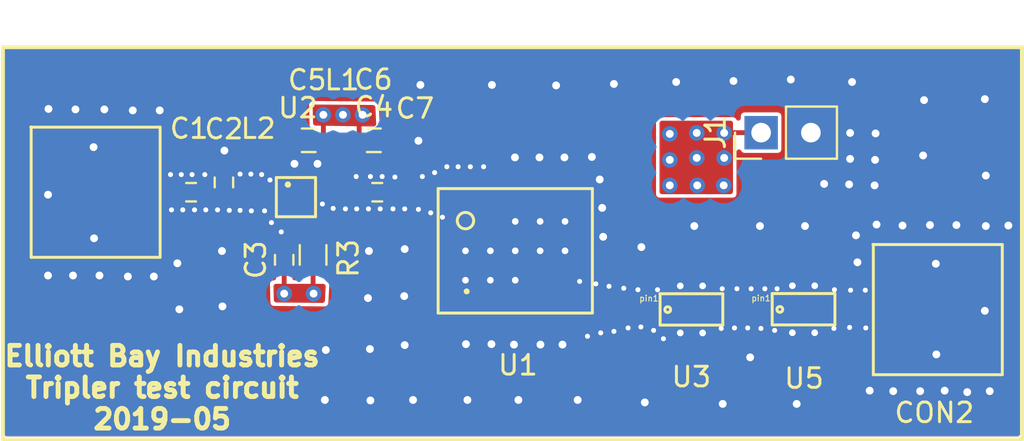
<source format=kicad_pcb>
(kicad_pcb (version 20171130) (host pcbnew "(5.0.1)-4")

  (general
    (thickness 1.6)
    (drawings 5)
    (tracks 548)
    (zones 0)
    (modules 17)
    (nets 12)
  )

  (page A4)
  (layers
    (0 F.Cu signal)
    (1 In1.Cu power)
    (2 In2.Cu power)
    (31 B.Cu signal)
    (32 B.Adhes user)
    (33 F.Adhes user)
    (34 B.Paste user)
    (35 F.Paste user)
    (36 B.SilkS user)
    (37 F.SilkS user)
    (38 B.Mask user)
    (39 F.Mask user)
    (40 Dwgs.User user)
    (41 Cmts.User user)
    (42 Eco1.User user)
    (43 Eco2.User user)
    (44 Edge.Cuts user)
    (45 Margin user)
    (46 B.CrtYd user)
    (47 F.CrtYd user)
    (48 B.Fab user)
    (49 F.Fab user)
  )

  (setup
    (last_trace_width 0.25)
    (user_trace_width 0.5)
    (trace_clearance 0.178)
    (zone_clearance 0.178)
    (zone_45_only no)
    (trace_min 0.2)
    (segment_width 0.2)
    (edge_width 0.15)
    (via_size 0.8)
    (via_drill 0.4)
    (via_min_size 0.3)
    (via_min_drill 0.2)
    (user_via 0.35 0.254)
    (uvia_size 0.3)
    (uvia_drill 0.1)
    (uvias_allowed no)
    (uvia_min_size 0.2)
    (uvia_min_drill 0.1)
    (pcb_text_width 0.3)
    (pcb_text_size 1.5 1.5)
    (mod_edge_width 0.15)
    (mod_text_size 1 1)
    (mod_text_width 0.15)
    (pad_size 0.6 0.6)
    (pad_drill 0.34)
    (pad_to_mask_clearance 0.051)
    (solder_mask_min_width 0.25)
    (aux_axis_origin 0 0)
    (visible_elements 7FFFFFFF)
    (pcbplotparams
      (layerselection 0x010f8_ffffffff)
      (usegerberextensions true)
      (usegerberattributes false)
      (usegerberadvancedattributes false)
      (creategerberjobfile false)
      (excludeedgelayer true)
      (linewidth 0.200000)
      (plotframeref false)
      (viasonmask true)
      (mode 1)
      (useauxorigin false)
      (hpglpennumber 1)
      (hpglpenspeed 20)
      (hpglpendiameter 15.000000)
      (psnegative false)
      (psa4output false)
      (plotreference false)
      (plotvalue false)
      (plotinvisibletext false)
      (padsonsilk true)
      (subtractmaskfromsilk false)
      (outputformat 1)
      (mirror false)
      (drillshape 0)
      (scaleselection 1)
      (outputdirectory ""))
  )

  (net 0 "")
  (net 1 "Net-(C1-Pad1)")
  (net 2 "Net-(C1-Pad2)")
  (net 3 +5V)
  (net 4 GND)
  (net 5 "Net-(CON2-Pad1)")
  (net 6 "Net-(U1-Pad4)")
  (net 7 "Net-(U3-Pad3)")
  (net 8 /Amp_out)
  (net 9 "Net-(C4-Pad2)")
  (net 10 "Net-(L2-Pad2)")
  (net 11 "Net-(R3-Pad2)")

  (net_class Default "This is the default net class."
    (clearance 0.178)
    (trace_width 0.25)
    (via_dia 0.8)
    (via_drill 0.4)
    (uvia_dia 0.3)
    (uvia_drill 0.1)
    (add_net +5V)
    (add_net /Amp_out)
    (add_net GND)
    (add_net "Net-(C1-Pad1)")
    (add_net "Net-(C1-Pad2)")
    (add_net "Net-(C4-Pad2)")
    (add_net "Net-(CON2-Pad1)")
    (add_net "Net-(L2-Pad2)")
    (add_net "Net-(R3-Pad2)")
    (add_net "Net-(U1-Pad4)")
    (add_net "Net-(U3-Pad3)")
  )

  (module EllBayInd-McFly:RMK-3-123+ (layer F.Cu) (tedit 5CDDF067) (tstamp 5CDE6A57)
    (at 126.14 92.39 270)
    (path /5CD1D6C4)
    (fp_text reference U1 (at 5.835 -0.135) (layer F.SilkS)
      (effects (font (size 1 1) (thickness 0.15)))
    )
    (fp_text value RMK-3-123+ (at -5.915 -1.185) (layer F.Fab)
      (effects (font (size 1 1) (thickness 0.15)))
    )
    (fp_line (start -3.175 -3.935) (end 3.175 -3.935) (layer F.SilkS) (width 0.15))
    (fp_line (start 3.175 -3.935) (end 3.175 3.935) (layer F.SilkS) (width 0.15))
    (fp_line (start 3.175 3.935) (end -3.175 3.935) (layer F.SilkS) (width 0.15))
    (fp_line (start -3.175 3.935) (end -3.175 -3.935) (layer F.SilkS) (width 0.15))
    (fp_circle (center -1.54 2.54) (end -1.27 2.86) (layer F.SilkS) (width 0.15))
    (fp_circle (center 2.07 2.48) (end 2.1 2.55) (layer F.SilkS) (width 0.15))
    (pad 1 smd rect (at -2.985 2.54 270) (size 1.65 1.52) (layers F.Cu F.Paste F.Mask)
      (net 8 /Amp_out))
    (pad 2 smd rect (at -2.985 0 270) (size 1.65 1.52) (layers F.Cu F.Paste F.Mask)
      (net 4 GND))
    (pad 3 smd rect (at -2.985 -2.54 270) (size 1.65 1.52) (layers F.Cu F.Paste F.Mask)
      (net 4 GND))
    (pad 4 smd rect (at 2.985 -2.54 270) (size 1.65 1.52) (layers F.Cu F.Paste F.Mask)
      (net 6 "Net-(U1-Pad4)"))
    (pad 5 smd rect (at 2.985 0 270) (size 1.65 1.52) (layers F.Cu F.Paste F.Mask)
      (net 4 GND))
    (pad 6 smd rect (at 2.985 2.54 270) (size 1.65 1.52) (layers F.Cu F.Paste F.Mask)
      (net 4 GND))
    (pad 2 thru_hole circle (at -1.5 0 270) (size 0.6 0.6) (drill 0.34) (layers *.Cu)
      (net 4 GND))
    (pad 2 thru_hole circle (at -1.5 -1.27 270) (size 0.6 0.6) (drill 0.34) (layers *.Cu)
      (net 4 GND))
    (pad 2 thru_hole circle (at -1.5 -2.54 270) (size 0.6 0.6) (drill 0.34) (layers *.Cu)
      (net 4 GND))
    (pad 2 thru_hole circle (at 0 -2.54 270) (size 0.6 0.6) (drill 0.34) (layers *.Cu)
      (net 4 GND))
    (pad 2 thru_hole circle (at 0 -1.27) (size 0.6 0.6) (drill 0.34) (layers *.Cu)
      (net 4 GND))
    (pad 2 thru_hole circle (at 0 0 270) (size 0.6 0.6) (drill 0.34) (layers *.Cu)
      (net 4 GND))
    (pad 2 thru_hole circle (at 0 1.27 270) (size 0.6 0.6) (drill 0.34) (layers *.Cu)
      (net 4 GND))
    (pad 2 thru_hole circle (at 0 2.54 270) (size 0.6 0.6) (drill 0.34) (layers *.Cu)
      (net 4 GND))
    (pad 2 thru_hole circle (at 1.5 2.54 270) (size 0.6 0.6) (drill 0.34) (layers *.Cu)
      (net 4 GND))
    (pad 2 thru_hole circle (at 1.5 1.27 270) (size 0.6 0.6) (drill 0.34) (layers *.Cu)
      (net 4 GND))
    (pad 2 thru_hole circle (at 1.5 0 270) (size 0.6 0.6) (drill 0.34) (layers *.Cu)
      (net 4 GND))
  )

  (module EllBayInd-McFly:SMAConnector (layer F.Cu) (tedit 5CDC8446) (tstamp 5CDE6A17)
    (at 104.73 89.39)
    (path /5CD1D0D6)
    (attr smd)
    (fp_text reference CON1 (at -0.43 -4.065) (layer F.SilkS) hide
      (effects (font (size 1 1) (thickness 0.15)))
    )
    (fp_text value RF_SMA (at -0.33 -5.515) (layer F.Fab) hide
      (effects (font (size 1 1) (thickness 0.15)))
    )
    (fp_line (start -3.29 -3.32) (end -3.29 3.33) (layer F.SilkS) (width 0.15))
    (fp_line (start -3.29 3.33) (end 3.29 3.33) (layer F.SilkS) (width 0.15))
    (fp_line (start 3.29 3.33) (end 3.29 -3.31) (layer F.SilkS) (width 0.15))
    (fp_line (start 3.29 -3.31) (end -3.31 -3.31) (layer F.SilkS) (width 0.15))
    (pad 2 smd rect (at 2.375 -2.375) (size 1.9 1.9) (layers F.Cu F.Paste F.Mask)
      (net 4 GND))
    (pad 2 smd rect (at 2.375 2.375) (size 1.9 1.9) (layers F.Cu F.Paste F.Mask)
      (net 4 GND))
    (pad 2 smd rect (at -2.375 2.375) (size 1.9 1.9) (layers F.Cu F.Paste F.Mask)
      (net 4 GND))
    (pad 2 smd rect (at -2.375 -2.375) (size 1.9 1.9) (layers F.Cu F.Paste F.Mask)
      (net 4 GND))
    (pad 1 smd rect (at 0 0) (size 1.5 1.5) (layers F.Cu F.Paste F.Mask)
      (net 1 "Net-(C1-Pad1)"))
  )

  (module EllBayInd-McFly:SMAConnector (layer F.Cu) (tedit 59EA2DC3) (tstamp 5CDE6A24)
    (at 147.7 95.38)
    (path /5CD1D8AD)
    (attr smd)
    (fp_text reference CON2 (at -0.175 5.27) (layer F.SilkS)
      (effects (font (size 1 1) (thickness 0.15)))
    )
    (fp_text value RF_SMA (at 0.25 -5.63) (layer F.Fab)
      (effects (font (size 1 1) (thickness 0.15)))
    )
    (fp_line (start 3.29 -3.31) (end -3.31 -3.31) (layer F.SilkS) (width 0.15))
    (fp_line (start 3.29 3.33) (end 3.29 -3.31) (layer F.SilkS) (width 0.15))
    (fp_line (start -3.29 3.33) (end 3.29 3.33) (layer F.SilkS) (width 0.15))
    (fp_line (start -3.29 -3.32) (end -3.29 3.33) (layer F.SilkS) (width 0.15))
    (pad 1 smd rect (at 0 0) (size 1.5 1.5) (layers F.Cu F.Paste F.Mask)
      (net 5 "Net-(CON2-Pad1)"))
    (pad 2 smd rect (at -2.375 -2.375) (size 1.9 1.9) (layers F.Cu F.Paste F.Mask)
      (net 4 GND))
    (pad 2 smd rect (at -2.375 2.375) (size 1.9 1.9) (layers F.Cu F.Paste F.Mask)
      (net 4 GND))
    (pad 2 smd rect (at 2.375 2.375) (size 1.9 1.9) (layers F.Cu F.Paste F.Mask)
      (net 4 GND))
    (pad 2 smd rect (at 2.375 -2.375) (size 1.9 1.9) (layers F.Cu F.Paste F.Mask)
      (net 4 GND))
  )

  (module EllBayInd-McFly:BFCN-8450+ (layer F.Cu) (tedit 5CBA0DFF) (tstamp 5CDE6A80)
    (at 135.13 95.38)
    (path /5CD1D768)
    (attr smd)
    (fp_text reference U3 (at -0.005 3.445) (layer F.SilkS)
      (effects (font (size 1 1) (thickness 0.15)))
    )
    (fp_text value BFCN-8450+ (at 2.538 -3.686 -180) (layer F.Fab)
      (effects (font (size 1 1) (thickness 0.15)))
    )
    (fp_line (start -1.6 -0.8) (end -1.6 0.8) (layer F.SilkS) (width 0.15))
    (fp_line (start -1.6 0.8) (end 1.6 0.8) (layer F.SilkS) (width 0.15))
    (fp_line (start 1.6 0.8) (end 1.6 -0.8) (layer F.SilkS) (width 0.15))
    (fp_line (start 1.6 -0.8) (end -1.6 -0.8) (layer F.SilkS) (width 0.15))
    (fp_circle (center -1.21 0.01) (end -1.17 0.07) (layer F.SilkS) (width 0.15))
    (fp_text user pin1 (at -2.17 -0.56) (layer F.SilkS)
      (effects (font (size 0.3 0.3) (thickness 0.05)))
    )
    (pad 1 smd rect (at -1.815 0) (size 0.99 0.61) (layers F.Cu F.Paste F.Mask)
      (net 6 "Net-(U1-Pad4)"))
    (pad 2 smd rect (at 0 1.015) (size 1.75 0.99) (layers F.Cu F.Paste F.Mask)
      (net 4 GND))
    (pad 3 smd rect (at 1.815 0) (size 0.99 0.61) (layers F.Cu F.Paste F.Mask)
      (net 7 "Net-(U3-Pad3)"))
    (pad 4 smd rect (at 0 -1.015) (size 1.75 0.99) (layers F.Cu F.Paste F.Mask)
      (net 4 GND))
    (pad 2 thru_hole circle (at -0.57 1.2) (size 0.6 0.6) (drill 0.34) (layers *.Cu *.Mask)
      (net 4 GND))
    (pad 2 thru_hole circle (at 0.57 1.2) (size 0.6 0.6) (drill 0.34) (layers *.Cu *.Mask)
      (net 4 GND))
    (pad 4 thru_hole circle (at -0.57 -1.2) (size 0.6 0.6) (drill 0.34) (layers *.Cu *.Mask)
      (net 4 GND))
    (pad 4 thru_hole circle (at 0.57 -1.2) (size 0.6 0.6) (drill 0.34) (layers *.Cu *.Mask)
      (net 4 GND))
  )

  (module EllBayInd-McFly:BFCN-8450+ (layer F.Cu) (tedit 5CD1EB40) (tstamp 5CDE6AA6)
    (at 140.85 95.37)
    (path /5CD1D819)
    (attr smd)
    (fp_text reference U5 (at 0.025 3.53 -180) (layer F.SilkS)
      (effects (font (size 1 1) (thickness 0.15)))
    )
    (fp_text value BFCN-8450+ (at -2.1 5.7) (layer F.Fab) hide
      (effects (font (size 1 1) (thickness 0.15)))
    )
    (fp_text user pin1 (at -2.17 -0.56) (layer F.SilkS)
      (effects (font (size 0.3 0.3) (thickness 0.05)))
    )
    (fp_circle (center -1.21 0.01) (end -1.17 0.07) (layer F.SilkS) (width 0.15))
    (fp_line (start 1.6 -0.8) (end -1.6 -0.8) (layer F.SilkS) (width 0.15))
    (fp_line (start 1.6 0.8) (end 1.6 -0.8) (layer F.SilkS) (width 0.15))
    (fp_line (start -1.6 0.8) (end 1.6 0.8) (layer F.SilkS) (width 0.15))
    (fp_line (start -1.6 -0.8) (end -1.6 0.8) (layer F.SilkS) (width 0.15))
    (pad 4 thru_hole circle (at 0.57 -1.2) (size 0.6 0.6) (drill 0.34) (layers *.Cu *.Mask)
      (net 4 GND))
    (pad 4 thru_hole circle (at -0.57 -1.2) (size 0.6 0.6) (drill 0.34) (layers *.Cu *.Mask)
      (net 4 GND))
    (pad 2 thru_hole circle (at 0.57 1.2) (size 0.6 0.6) (drill 0.34) (layers *.Cu *.Mask)
      (net 4 GND))
    (pad 2 thru_hole circle (at -0.57 1.2) (size 0.6 0.6) (drill 0.34) (layers *.Cu *.Mask)
      (net 4 GND))
    (pad 4 smd rect (at 0 -1.015) (size 1.75 0.99) (layers F.Cu F.Paste F.Mask)
      (net 4 GND))
    (pad 3 smd rect (at 1.815 0) (size 0.99 0.61) (layers F.Cu F.Paste F.Mask)
      (net 5 "Net-(CON2-Pad1)"))
    (pad 2 smd rect (at 0 1.015) (size 1.75 0.99) (layers F.Cu F.Paste F.Mask)
      (net 4 GND))
    (pad 1 smd rect (at -1.815 0) (size 0.99 0.61) (layers F.Cu F.Paste F.Mask)
      (net 7 "Net-(U3-Pad3)"))
  )

  (module EllBayInd-McFly:L_0402 (layer F.Cu) (tedit 5CDC84A2) (tstamp 5CE7D34B)
    (at 117.15 88.925 270)
    (descr "Inductor SMD 0402 (1005 Metric), square (rectangular) end terminal, IPC_7351 nominal, (Body size source: http://www.tortai-tech.com/upload/download/2011102023233369053.pdf), generated with kicad-footprint-generator")
    (tags inductor)
    (path /5CDB736D)
    (attr smd)
    (fp_text reference L1 (at -5.25 -0.15) (layer F.SilkS)
      (effects (font (size 1 1) (thickness 0.15)))
    )
    (fp_text value 2.7nH (at 0 1.17 270) (layer F.Fab) hide
      (effects (font (size 1 1) (thickness 0.15)))
    )
    (fp_line (start -0.5 0.25) (end -0.5 -0.25) (layer F.Fab) (width 0.1))
    (fp_line (start -0.5 -0.25) (end 0.5 -0.25) (layer F.Fab) (width 0.1))
    (fp_line (start 0.5 -0.25) (end 0.5 0.25) (layer F.Fab) (width 0.1))
    (fp_line (start 0.5 0.25) (end -0.5 0.25) (layer F.Fab) (width 0.1))
    (fp_line (start -0.93 0.47) (end -0.93 -0.47) (layer F.CrtYd) (width 0.05))
    (fp_line (start -0.93 -0.47) (end 0.93 -0.47) (layer F.CrtYd) (width 0.05))
    (fp_line (start 0.93 -0.47) (end 0.93 0.47) (layer F.CrtYd) (width 0.05))
    (fp_line (start 0.93 0.47) (end -0.93 0.47) (layer F.CrtYd) (width 0.05))
    (fp_text user %R (at -0.1 0.025 270) (layer F.Fab)
      (effects (font (size 0.25 0.25) (thickness 0.04)))
    )
    (pad 1 smd roundrect (at -0.485 0 270) (size 0.59 0.64) (layers F.Cu F.Paste F.Mask) (roundrect_rratio 0.25)
      (net 3 +5V))
    (pad 2 smd roundrect (at 0.485 0 270) (size 0.59 0.64) (layers F.Cu F.Paste F.Mask) (roundrect_rratio 0.25)
      (net 9 "Net-(C4-Pad2)"))
    (model ${KISYS3DMOD}/Inductor_SMD.3dshapes/L_0402_1005Metric.wrl
      (at (xyz 0 0 0))
      (scale (xyz 1 1 1))
      (rotate (xyz 0 0 0))
    )
  )

  (module EllBayInd-McFly:C_0402 (layer F.Cu) (tedit 5CDC86AE) (tstamp 5CE90B4C)
    (at 109.6 89.4)
    (descr "Capacitor SMD 0402, reflow soldering, AVX (see smccp.pdf)")
    (tags "capacitor 0402")
    (path /5CD1D1D5)
    (attr smd)
    (fp_text reference C1 (at -0.1 -3.25) (layer F.SilkS)
      (effects (font (size 1 1) (thickness 0.15)))
    )
    (fp_text value 10pF (at 0 1.27) (layer F.Fab) hide
      (effects (font (size 1 1) (thickness 0.15)))
    )
    (fp_line (start 1 0.4) (end -1 0.4) (layer F.CrtYd) (width 0.05))
    (fp_line (start 1 0.4) (end 1 -0.4) (layer F.CrtYd) (width 0.05))
    (fp_line (start -1 -0.4) (end -1 0.4) (layer F.CrtYd) (width 0.05))
    (fp_line (start -1 -0.4) (end 1 -0.4) (layer F.CrtYd) (width 0.05))
    (fp_line (start -0.25 0.47) (end 0.25 0.47) (layer F.SilkS) (width 0.12))
    (fp_line (start 0.25 -0.47) (end -0.25 -0.47) (layer F.SilkS) (width 0.12))
    (fp_line (start -0.5 -0.25) (end 0.5 -0.25) (layer F.Fab) (width 0.1))
    (fp_line (start 0.5 -0.25) (end 0.5 0.25) (layer F.Fab) (width 0.1))
    (fp_line (start 0.5 0.25) (end -0.5 0.25) (layer F.Fab) (width 0.1))
    (fp_line (start -0.5 0.25) (end -0.5 -0.25) (layer F.Fab) (width 0.1))
    (fp_text user %R (at 0 -1.27) (layer F.Fab) hide
      (effects (font (size 1 1) (thickness 0.15)))
    )
    (pad 2 smd rect (at 0.5 0) (size 0.6 0.5) (layers F.Cu F.Paste F.Mask)
      (net 2 "Net-(C1-Pad2)"))
    (pad 1 smd rect (at -0.5 0) (size 0.6 0.5) (layers F.Cu F.Paste F.Mask)
      (net 1 "Net-(C1-Pad1)"))
    (model Capacitors_SMD.3dshapes/C_0402.wrl
      (at (xyz 0 0 0))
      (scale (xyz 1 1 1))
      (rotate (xyz 0 0 0))
    )
  )

  (module EllBayInd-McFly:C_0402 (layer F.Cu) (tedit 5CDC86B4) (tstamp 5CE90B5C)
    (at 111.275 88.9 270)
    (descr "Capacitor SMD 0402, reflow soldering, AVX (see smccp.pdf)")
    (tags "capacitor 0402")
    (path /5CDC5A32)
    (attr smd)
    (fp_text reference C2 (at -2.725 0) (layer F.SilkS)
      (effects (font (size 1 1) (thickness 0.15)))
    )
    (fp_text value 0.7pF (at 0 1.27 270) (layer F.Fab) hide
      (effects (font (size 1 1) (thickness 0.15)))
    )
    (fp_line (start 1 0.4) (end -1 0.4) (layer F.CrtYd) (width 0.05))
    (fp_line (start 1 0.4) (end 1 -0.4) (layer F.CrtYd) (width 0.05))
    (fp_line (start -1 -0.4) (end -1 0.4) (layer F.CrtYd) (width 0.05))
    (fp_line (start -1 -0.4) (end 1 -0.4) (layer F.CrtYd) (width 0.05))
    (fp_line (start -0.25 0.47) (end 0.25 0.47) (layer F.SilkS) (width 0.12))
    (fp_line (start 0.25 -0.47) (end -0.25 -0.47) (layer F.SilkS) (width 0.12))
    (fp_line (start -0.5 -0.25) (end 0.5 -0.25) (layer F.Fab) (width 0.1))
    (fp_line (start 0.5 -0.25) (end 0.5 0.25) (layer F.Fab) (width 0.1))
    (fp_line (start 0.5 0.25) (end -0.5 0.25) (layer F.Fab) (width 0.1))
    (fp_line (start -0.5 0.25) (end -0.5 -0.25) (layer F.Fab) (width 0.1))
    (fp_text user %R (at 0 -1.27 270) (layer F.Fab)
      (effects (font (size 1 1) (thickness 0.15)))
    )
    (pad 2 smd rect (at 0.5 0 270) (size 0.6 0.5) (layers F.Cu F.Paste F.Mask)
      (net 2 "Net-(C1-Pad2)"))
    (pad 1 smd rect (at -0.5 0 270) (size 0.6 0.5) (layers F.Cu F.Paste F.Mask)
      (net 4 GND))
    (model Capacitors_SMD.3dshapes/C_0402.wrl
      (at (xyz 0 0 0))
      (scale (xyz 1 1 1))
      (rotate (xyz 0 0 0))
    )
  )

  (module EllBayInd-McFly:C_0402 (layer F.Cu) (tedit 5CDC8419) (tstamp 5CE90B6C)
    (at 114.35 92.85 270)
    (descr "Capacitor SMD 0402, reflow soldering, AVX (see smccp.pdf)")
    (tags "capacitor 0402")
    (path /5CDCD97F)
    (attr smd)
    (fp_text reference C3 (at 0 1.45 270) (layer F.SilkS)
      (effects (font (size 1 1) (thickness 0.15)))
    )
    (fp_text value 0.1uF (at 0 1.27 270) (layer F.Fab) hide
      (effects (font (size 1 1) (thickness 0.15)))
    )
    (fp_text user %R (at 0 -1.27 270) (layer F.Fab)
      (effects (font (size 1 1) (thickness 0.15)))
    )
    (fp_line (start -0.5 0.25) (end -0.5 -0.25) (layer F.Fab) (width 0.1))
    (fp_line (start 0.5 0.25) (end -0.5 0.25) (layer F.Fab) (width 0.1))
    (fp_line (start 0.5 -0.25) (end 0.5 0.25) (layer F.Fab) (width 0.1))
    (fp_line (start -0.5 -0.25) (end 0.5 -0.25) (layer F.Fab) (width 0.1))
    (fp_line (start 0.25 -0.47) (end -0.25 -0.47) (layer F.SilkS) (width 0.12))
    (fp_line (start -0.25 0.47) (end 0.25 0.47) (layer F.SilkS) (width 0.12))
    (fp_line (start -1 -0.4) (end 1 -0.4) (layer F.CrtYd) (width 0.05))
    (fp_line (start -1 -0.4) (end -1 0.4) (layer F.CrtYd) (width 0.05))
    (fp_line (start 1 0.4) (end 1 -0.4) (layer F.CrtYd) (width 0.05))
    (fp_line (start 1 0.4) (end -1 0.4) (layer F.CrtYd) (width 0.05))
    (pad 1 smd rect (at -0.5 0 270) (size 0.6 0.5) (layers F.Cu F.Paste F.Mask)
      (net 4 GND))
    (pad 2 smd rect (at 0.5 0 270) (size 0.6 0.5) (layers F.Cu F.Paste F.Mask)
      (net 3 +5V))
    (model Capacitors_SMD.3dshapes/C_0402.wrl
      (at (xyz 0 0 0))
      (scale (xyz 1 1 1))
      (rotate (xyz 0 0 0))
    )
  )

  (module EllBayInd-McFly:C_0402 (layer F.Cu) (tedit 5CDC86D3) (tstamp 5CE90B7C)
    (at 119.1 89.4 180)
    (descr "Capacitor SMD 0402, reflow soldering, AVX (see smccp.pdf)")
    (tags "capacitor 0402")
    (path /5CDBB5E2)
    (attr smd)
    (fp_text reference C4 (at 0.175 4.35 180) (layer F.SilkS)
      (effects (font (size 1 1) (thickness 0.15)))
    )
    (fp_text value 1.8pF (at 0 1.27 180) (layer F.Fab) hide
      (effects (font (size 1 1) (thickness 0.15)))
    )
    (fp_text user %R (at 0 -1.27 180) (layer F.Fab) hide
      (effects (font (size 1 1) (thickness 0.15)))
    )
    (fp_line (start -0.5 0.25) (end -0.5 -0.25) (layer F.Fab) (width 0.1))
    (fp_line (start 0.5 0.25) (end -0.5 0.25) (layer F.Fab) (width 0.1))
    (fp_line (start 0.5 -0.25) (end 0.5 0.25) (layer F.Fab) (width 0.1))
    (fp_line (start -0.5 -0.25) (end 0.5 -0.25) (layer F.Fab) (width 0.1))
    (fp_line (start 0.25 -0.47) (end -0.25 -0.47) (layer F.SilkS) (width 0.12))
    (fp_line (start -0.25 0.47) (end 0.25 0.47) (layer F.SilkS) (width 0.12))
    (fp_line (start -1 -0.4) (end 1 -0.4) (layer F.CrtYd) (width 0.05))
    (fp_line (start -1 -0.4) (end -1 0.4) (layer F.CrtYd) (width 0.05))
    (fp_line (start 1 0.4) (end 1 -0.4) (layer F.CrtYd) (width 0.05))
    (fp_line (start 1 0.4) (end -1 0.4) (layer F.CrtYd) (width 0.05))
    (pad 1 smd rect (at -0.5 0 180) (size 0.6 0.5) (layers F.Cu F.Paste F.Mask)
      (net 8 /Amp_out))
    (pad 2 smd rect (at 0.5 0 180) (size 0.6 0.5) (layers F.Cu F.Paste F.Mask)
      (net 9 "Net-(C4-Pad2)"))
    (model Capacitors_SMD.3dshapes/C_0402.wrl
      (at (xyz 0 0 0))
      (scale (xyz 1 1 1))
      (rotate (xyz 0 0 0))
    )
  )

  (module EllBayInd-McFly:C_0603 (layer F.Cu) (tedit 5CDDDDC4) (tstamp 5CE90B8C)
    (at 115.6 86.75)
    (descr "Capacitor SMD 0603, reflow soldering, AVX (see smccp.pdf)")
    (tags "capacitor 0603")
    (path /5CDCD9DF)
    (attr smd)
    (fp_text reference C5 (at -0.075 -3.075) (layer F.SilkS)
      (effects (font (size 1 1) (thickness 0.15)))
    )
    (fp_text value 49pF (at 0 1.5) (layer F.Fab) hide
      (effects (font (size 1 1) (thickness 0.15)))
    )
    (fp_line (start 1.4 0.65) (end -1.4 0.65) (layer F.CrtYd) (width 0.05))
    (fp_line (start 1.4 0.65) (end 1.4 -0.65) (layer F.CrtYd) (width 0.05))
    (fp_line (start -1.4 -0.65) (end -1.4 0.65) (layer F.CrtYd) (width 0.05))
    (fp_line (start -1.4 -0.65) (end 1.4 -0.65) (layer F.CrtYd) (width 0.05))
    (fp_line (start 0.35 0.6) (end -0.35 0.6) (layer F.SilkS) (width 0.12))
    (fp_line (start -0.35 -0.6) (end 0.35 -0.6) (layer F.SilkS) (width 0.12))
    (fp_line (start -0.8 -0.4) (end 0.8 -0.4) (layer F.Fab) (width 0.1))
    (fp_line (start 0.8 -0.4) (end 0.8 0.4) (layer F.Fab) (width 0.1))
    (fp_line (start 0.8 0.4) (end -0.8 0.4) (layer F.Fab) (width 0.1))
    (fp_line (start -0.8 0.4) (end -0.8 -0.4) (layer F.Fab) (width 0.1))
    (fp_text user %R (at 0 0) (layer F.Fab)
      (effects (font (size 0.3 0.3) (thickness 0.075)))
    )
    (pad 2 smd rect (at 0.75 0) (size 0.8 0.75) (layers F.Cu F.Paste F.Mask)
      (net 3 +5V))
    (pad 1 smd rect (at -0.75 0) (size 0.8 0.75) (layers F.Cu F.Paste F.Mask)
      (net 4 GND))
    (model Capacitors_SMD.3dshapes/C_0603.wrl
      (at (xyz 0 0 0))
      (scale (xyz 1 1 1))
      (rotate (xyz 0 0 0))
    )
  )

  (module EllBayInd-McFly:C_0603 (layer F.Cu) (tedit 5CDC86A6) (tstamp 5CE90BAC)
    (at 118.925 86.75 180)
    (descr "Capacitor SMD 0603, reflow soldering, AVX (see smccp.pdf)")
    (tags "capacitor 0603")
    (path /5CDCDB12)
    (attr smd)
    (fp_text reference C6 (at 0.025 3.1 180) (layer F.SilkS)
      (effects (font (size 1 1) (thickness 0.15)))
    )
    (fp_text value 49pF (at 0 1.5 180) (layer F.Fab) hide
      (effects (font (size 1 1) (thickness 0.15)))
    )
    (fp_text user %R (at 0 0 180) (layer F.Fab)
      (effects (font (size 0.3 0.3) (thickness 0.075)))
    )
    (fp_line (start -0.8 0.4) (end -0.8 -0.4) (layer F.Fab) (width 0.1))
    (fp_line (start 0.8 0.4) (end -0.8 0.4) (layer F.Fab) (width 0.1))
    (fp_line (start 0.8 -0.4) (end 0.8 0.4) (layer F.Fab) (width 0.1))
    (fp_line (start -0.8 -0.4) (end 0.8 -0.4) (layer F.Fab) (width 0.1))
    (fp_line (start -0.35 -0.6) (end 0.35 -0.6) (layer F.SilkS) (width 0.12))
    (fp_line (start 0.35 0.6) (end -0.35 0.6) (layer F.SilkS) (width 0.12))
    (fp_line (start -1.4 -0.65) (end 1.4 -0.65) (layer F.CrtYd) (width 0.05))
    (fp_line (start -1.4 -0.65) (end -1.4 0.65) (layer F.CrtYd) (width 0.05))
    (fp_line (start 1.4 0.65) (end 1.4 -0.65) (layer F.CrtYd) (width 0.05))
    (fp_line (start 1.4 0.65) (end -1.4 0.65) (layer F.CrtYd) (width 0.05))
    (pad 1 smd rect (at -0.75 0 180) (size 0.8 0.75) (layers F.Cu F.Paste F.Mask)
      (net 4 GND))
    (pad 2 smd rect (at 0.75 0 180) (size 0.8 0.75) (layers F.Cu F.Paste F.Mask)
      (net 3 +5V))
    (model Capacitors_SMD.3dshapes/C_0603.wrl
      (at (xyz 0 0 0))
      (scale (xyz 1 1 1))
      (rotate (xyz 0 0 0))
    )
  )

  (module EllBayInd-McFly:C_0201_0603Metric (layer F.Cu) (tedit 5CDC86CE) (tstamp 5CE90BBD)
    (at 120.675 89.075 90)
    (descr "Capacitor SMD 0201 (0603 Metric), square (rectangular) end terminal, IPC_7351 nominal, (Body size source: https://www.vishay.com/docs/20052/crcw0201e3.pdf), generated with kicad-footprint-generator")
    (tags capacitor)
    (path /5CDDF50A)
    (attr smd)
    (fp_text reference C7 (at 3.95 0.35 180) (layer F.SilkS)
      (effects (font (size 1 1) (thickness 0.15)))
    )
    (fp_text value 0.4pF (at 0 1.05 90) (layer F.Fab) hide
      (effects (font (size 1 1) (thickness 0.15)))
    )
    (fp_line (start -0.3 0.15) (end -0.3 -0.15) (layer F.Fab) (width 0.1))
    (fp_line (start -0.3 -0.15) (end 0.3 -0.15) (layer F.Fab) (width 0.1))
    (fp_line (start 0.3 -0.15) (end 0.3 0.15) (layer F.Fab) (width 0.1))
    (fp_line (start 0.3 0.15) (end -0.3 0.15) (layer F.Fab) (width 0.1))
    (fp_line (start -0.7 0.35) (end -0.7 -0.35) (layer F.CrtYd) (width 0.05))
    (fp_line (start -0.7 -0.35) (end 0.7 -0.35) (layer F.CrtYd) (width 0.05))
    (fp_line (start 0.7 -0.35) (end 0.7 0.35) (layer F.CrtYd) (width 0.05))
    (fp_line (start 0.7 0.35) (end -0.7 0.35) (layer F.CrtYd) (width 0.05))
    (fp_text user %R (at 0 -0.68 90) (layer F.Fab)
      (effects (font (size 0.25 0.25) (thickness 0.04)))
    )
    (pad "" smd roundrect (at -0.345 0 90) (size 0.318 0.36) (layers F.Paste) (roundrect_rratio 0.25))
    (pad "" smd roundrect (at 0.345 0 90) (size 0.318 0.36) (layers F.Paste) (roundrect_rratio 0.25))
    (pad 1 smd roundrect (at -0.32 0 90) (size 0.46 0.4) (layers F.Cu F.Mask) (roundrect_rratio 0.25)
      (net 8 /Amp_out))
    (pad 2 smd roundrect (at 0.32 0 90) (size 0.46 0.4) (layers F.Cu F.Mask) (roundrect_rratio 0.25)
      (net 4 GND))
    (model ${KISYS3DMOD}/Capacitor_SMD.3dshapes/C_0201_0603Metric.wrl
      (at (xyz 0 0 0))
      (scale (xyz 1 1 1))
      (rotate (xyz 0 0 0))
    )
  )

  (module EllBayInd-McFly:L_0201_0603Metric (layer F.Cu) (tedit 5CDC8500) (tstamp 5CE90BCE)
    (at 112.675 89.4)
    (descr "Inductor SMD 0201 (0603 Metric), square (rectangular) end terminal, IPC_7351 nominal, (Body size source: https://www.vishay.com/docs/20052/crcw0201e3.pdf), generated with kicad-footprint-generator")
    (tags inductor)
    (path /5CDC581B)
    (attr smd)
    (fp_text reference L2 (at 0.35 -3.25) (layer F.SilkS)
      (effects (font (size 1 1) (thickness 0.15)))
    )
    (fp_text value 2.5nH (at 0 1.05) (layer F.Fab) hide
      (effects (font (size 1 1) (thickness 0.15)))
    )
    (fp_line (start -0.3 0.15) (end -0.3 -0.15) (layer F.Fab) (width 0.1))
    (fp_line (start -0.3 -0.15) (end 0.3 -0.15) (layer F.Fab) (width 0.1))
    (fp_line (start 0.3 -0.15) (end 0.3 0.15) (layer F.Fab) (width 0.1))
    (fp_line (start 0.3 0.15) (end -0.3 0.15) (layer F.Fab) (width 0.1))
    (fp_line (start -0.7 0.35) (end -0.7 -0.35) (layer F.CrtYd) (width 0.05))
    (fp_line (start -0.7 -0.35) (end 0.7 -0.35) (layer F.CrtYd) (width 0.05))
    (fp_line (start 0.7 -0.35) (end 0.7 0.35) (layer F.CrtYd) (width 0.05))
    (fp_line (start 0.7 0.35) (end -0.7 0.35) (layer F.CrtYd) (width 0.05))
    (fp_text user %R (at 0 -0.68) (layer F.Fab)
      (effects (font (size 0.25 0.25) (thickness 0.04)))
    )
    (pad "" smd roundrect (at -0.345 0) (size 0.318 0.36) (layers F.Paste) (roundrect_rratio 0.25))
    (pad "" smd roundrect (at 0.345 0) (size 0.318 0.36) (layers F.Paste) (roundrect_rratio 0.25))
    (pad 1 smd roundrect (at -0.32 0) (size 0.46 0.4) (layers F.Cu F.Mask) (roundrect_rratio 0.25)
      (net 2 "Net-(C1-Pad2)"))
    (pad 2 smd roundrect (at 0.32 0) (size 0.46 0.4) (layers F.Cu F.Mask) (roundrect_rratio 0.25)
      (net 10 "Net-(L2-Pad2)"))
    (model ${KISYS3DMOD}/Inductor_SMD.3dshapes/L_0201_0603Metric.wrl
      (at (xyz 0 0 0))
      (scale (xyz 1 1 1))
      (rotate (xyz 0 0 0))
    )
  )

  (module EllBayInd-McFly:R_0603 (layer F.Cu) (tedit 5CDC8438) (tstamp 5CE90BCF)
    (at 115.825 92.6 90)
    (descr "Resistor SMD 0603, reflow soldering, Vishay (see dcrcw.pdf)")
    (tags "resistor 0603")
    (path /5CDC191A)
    (attr smd)
    (fp_text reference R3 (at -0.175 1.8 90) (layer F.SilkS)
      (effects (font (size 1 1) (thickness 0.15)))
    )
    (fp_text value 470 (at 0 1.5 90) (layer F.Fab) hide
      (effects (font (size 1 1) (thickness 0.15)))
    )
    (fp_line (start 1.25 0.7) (end -1.25 0.7) (layer F.CrtYd) (width 0.05))
    (fp_line (start 1.25 0.7) (end 1.25 -0.7) (layer F.CrtYd) (width 0.05))
    (fp_line (start -1.25 -0.7) (end -1.25 0.7) (layer F.CrtYd) (width 0.05))
    (fp_line (start -1.25 -0.7) (end 1.25 -0.7) (layer F.CrtYd) (width 0.05))
    (fp_line (start -0.5 -0.68) (end 0.5 -0.68) (layer F.SilkS) (width 0.12))
    (fp_line (start 0.5 0.68) (end -0.5 0.68) (layer F.SilkS) (width 0.12))
    (fp_line (start -0.8 -0.4) (end 0.8 -0.4) (layer F.Fab) (width 0.1))
    (fp_line (start 0.8 -0.4) (end 0.8 0.4) (layer F.Fab) (width 0.1))
    (fp_line (start 0.8 0.4) (end -0.8 0.4) (layer F.Fab) (width 0.1))
    (fp_line (start -0.8 0.4) (end -0.8 -0.4) (layer F.Fab) (width 0.1))
    (fp_text user %R (at 0 0 90) (layer F.Fab)
      (effects (font (size 0.4 0.4) (thickness 0.075)))
    )
    (pad 2 smd rect (at 0.75 0 90) (size 0.5 0.9) (layers F.Cu F.Paste F.Mask)
      (net 11 "Net-(R3-Pad2)"))
    (pad 1 smd rect (at -0.75 0 90) (size 0.5 0.9) (layers F.Cu F.Paste F.Mask)
      (net 3 +5V))
    (model ${KISYS3DMOD}/Resistors_SMD.3dshapes/R_0603.wrl
      (at (xyz 0 0 0))
      (scale (xyz 1 1 1))
      (rotate (xyz 0 0 0))
    )
  )

  (module EllBayInd-McFly:MAAL-011078 (layer F.Cu) (tedit 5CDC840A) (tstamp 5CE90BDF)
    (at 114.95 89.65)
    (path /5CDB6096)
    (attr smd)
    (fp_text reference U2 (at 0.1 -4.55) (layer F.SilkS)
      (effects (font (size 1 1) (thickness 0.15)))
    )
    (fp_text value MAAL-011078 (at -10.9 1.35 90) (layer F.Fab) hide
      (effects (font (size 1 1) (thickness 0.15)))
    )
    (fp_circle (center -0.41 -0.64) (end -0.35 -0.58) (layer F.SilkS) (width 0.15))
    (fp_line (start -1 -1) (end -1 1) (layer F.SilkS) (width 0.15))
    (fp_line (start -1 1) (end 1 1) (layer F.SilkS) (width 0.15))
    (fp_line (start 1 1) (end 1 -1) (layer F.SilkS) (width 0.15))
    (fp_line (start 1 -1) (end -1 -1) (layer F.SilkS) (width 0.15))
    (pad 1 smd rect (at -0.675 -0.75) (size 0.35 0.25) (layers F.Cu F.Paste F.Mask)
      (net 4 GND))
    (pad 2 smd rect (at -0.675 -0.25) (size 0.35 0.25) (layers F.Cu F.Paste F.Mask)
      (net 10 "Net-(L2-Pad2)"))
    (pad 3 smd rect (at -0.675 0.25) (size 0.35 0.25) (layers F.Cu F.Paste F.Mask)
      (net 4 GND))
    (pad 4 smd rect (at -0.675 0.75) (size 0.35 0.25) (layers F.Cu F.Paste F.Mask)
      (net 4 GND))
    (pad 5 smd rect (at 0.675 0.75) (size 0.35 0.25) (layers F.Cu F.Paste F.Mask)
      (net 11 "Net-(R3-Pad2)"))
    (pad 6 smd rect (at 0.675 0.25) (size 0.35 0.25) (layers F.Cu F.Paste F.Mask)
      (net 4 GND))
    (pad 7 smd rect (at 0.675 -0.25) (size 0.35 0.25) (layers F.Cu F.Paste F.Mask)
      (net 9 "Net-(C4-Pad2)"))
    (pad 8 smd rect (at 0.675 -0.75) (size 0.35 0.25) (layers F.Cu F.Paste F.Mask)
      (net 4 GND))
    (pad 9 smd rect (at 0 0) (size 0.6 1.2) (layers F.Cu F.Paste F.Mask)
      (net 4 GND))
  )

  (module Connector_PinHeader_2.54mm:PinHeader_1x02_P2.54mm_Vertical (layer F.Cu) (tedit 59FED5CC) (tstamp 5CEF8B9E)
    (at 138.684 86.36 90)
    (descr "Through hole straight pin header, 1x02, 2.54mm pitch, single row")
    (tags "Through hole pin header THT 1x02 2.54mm single row")
    (path /5CD203A6)
    (fp_text reference J1 (at 0 -2.33 90) (layer F.SilkS)
      (effects (font (size 1 1) (thickness 0.15)))
    )
    (fp_text value Conn_01x02_Male (at 0 4.87 90) (layer F.Fab)
      (effects (font (size 1 1) (thickness 0.15)))
    )
    (fp_line (start -0.635 -1.27) (end 1.27 -1.27) (layer F.Fab) (width 0.1))
    (fp_line (start 1.27 -1.27) (end 1.27 3.81) (layer F.Fab) (width 0.1))
    (fp_line (start 1.27 3.81) (end -1.27 3.81) (layer F.Fab) (width 0.1))
    (fp_line (start -1.27 3.81) (end -1.27 -0.635) (layer F.Fab) (width 0.1))
    (fp_line (start -1.27 -0.635) (end -0.635 -1.27) (layer F.Fab) (width 0.1))
    (fp_line (start -1.33 3.87) (end 1.33 3.87) (layer F.SilkS) (width 0.12))
    (fp_line (start -1.33 1.27) (end -1.33 3.87) (layer F.SilkS) (width 0.12))
    (fp_line (start 1.33 1.27) (end 1.33 3.87) (layer F.SilkS) (width 0.12))
    (fp_line (start -1.33 1.27) (end 1.33 1.27) (layer F.SilkS) (width 0.12))
    (fp_line (start -1.33 0) (end -1.33 -1.33) (layer F.SilkS) (width 0.12))
    (fp_line (start -1.33 -1.33) (end 0 -1.33) (layer F.SilkS) (width 0.12))
    (fp_line (start -1.8 -1.8) (end -1.8 4.35) (layer F.CrtYd) (width 0.05))
    (fp_line (start -1.8 4.35) (end 1.8 4.35) (layer F.CrtYd) (width 0.05))
    (fp_line (start 1.8 4.35) (end 1.8 -1.8) (layer F.CrtYd) (width 0.05))
    (fp_line (start 1.8 -1.8) (end -1.8 -1.8) (layer F.CrtYd) (width 0.05))
    (fp_text user %R (at 0 1.27 180) (layer F.Fab)
      (effects (font (size 1 1) (thickness 0.15)))
    )
    (pad 1 thru_hole rect (at 0 0 90) (size 1.7 1.7) (drill 1) (layers *.Cu *.Mask)
      (net 3 +5V))
    (pad 2 thru_hole oval (at 0 2.54 90) (size 1.7 1.7) (drill 1) (layers *.Cu *.Mask)
      (net 4 GND))
    (model ${KISYS3DMOD}/Connector_PinHeader_2.54mm.3dshapes/PinHeader_1x02_P2.54mm_Vertical.wrl
      (at (xyz 0 0 0))
      (scale (xyz 1 1 1))
      (rotate (xyz 0 0 0))
    )
  )

  (gr_text "Elliott Bay Industries\nTripler test circuit\n2019-05" (at 108.125 99.375) (layer F.SilkS)
    (effects (font (size 1 1) (thickness 0.25)))
  )
  (gr_line (start 152 82) (end 100 82) (layer F.SilkS) (width 0.2))
  (gr_line (start 152 102) (end 152 82) (layer F.SilkS) (width 0.2))
  (gr_line (start 100 102) (end 152 102) (layer F.SilkS) (width 0.2))
  (gr_line (start 100 82) (end 100 102) (layer F.SilkS) (width 0.2))

  (segment (start 109.27 89.39) (end 109.28 89.4) (width 0.25) (layer F.Cu) (net 1) (status 30))
  (segment (start 109.09 89.39) (end 109.1 89.4) (width 0.5) (layer F.Cu) (net 1))
  (segment (start 104.73 89.39) (end 109.09 89.39) (width 0.5) (layer F.Cu) (net 1))
  (segment (start 110.1 89.4) (end 111.275 89.4) (width 0.5) (layer F.Cu) (net 2))
  (segment (start 112.025 89.4) (end 112.33699 89.4) (width 0.5) (layer F.Cu) (net 2))
  (segment (start 111.275 89.4) (end 112.025 89.4) (width 0.5) (layer F.Cu) (net 2))
  (via (at 136.8 86.375) (size 0.8) (drill 0.4) (layers F.Cu B.Cu) (net 3))
  (via (at 135.4 86.375) (size 0.8) (drill 0.4) (layers F.Cu B.Cu) (net 3))
  (segment (start 136.8 86.375) (end 135.4 86.375) (width 0.25) (layer In2.Cu) (net 3))
  (via (at 135.4 87.65) (size 0.8) (drill 0.4) (layers F.Cu B.Cu) (net 3))
  (segment (start 135.4 86.375) (end 135.4 87.65) (width 0.25) (layer F.Cu) (net 3))
  (via (at 136.8 87.65) (size 0.8) (drill 0.4) (layers F.Cu B.Cu) (net 3))
  (segment (start 135.4 87.65) (end 136.8 87.65) (width 0.25) (layer In2.Cu) (net 3))
  (via (at 136.775 89.05) (size 0.8) (drill 0.4) (layers F.Cu B.Cu) (net 3))
  (segment (start 136.8 87.65) (end 136.8 89.025) (width 0.25) (layer F.Cu) (net 3))
  (segment (start 136.8 89.025) (end 136.775 89.05) (width 0.25) (layer F.Cu) (net 3))
  (via (at 135.425 89.05) (size 0.8) (drill 0.4) (layers F.Cu B.Cu) (net 3))
  (segment (start 136.775 89.05) (end 135.425 89.05) (width 0.25) (layer In2.Cu) (net 3))
  (via (at 134.025 89.05) (size 0.8) (drill 0.4) (layers F.Cu B.Cu) (net 3))
  (segment (start 135.425 89.05) (end 134.025 89.05) (width 0.25) (layer F.Cu) (net 3))
  (via (at 134.025 87.75) (size 0.8) (drill 0.4) (layers F.Cu B.Cu) (net 3))
  (segment (start 134.025 89.05) (end 134.025 87.75) (width 0.25) (layer In2.Cu) (net 3))
  (via (at 134.025 86.425) (size 0.8) (drill 0.4) (layers F.Cu B.Cu) (net 3))
  (segment (start 134.025 87.75) (end 134.025 86.425) (width 0.25) (layer F.Cu) (net 3))
  (via (at 114.35 94.575) (size 0.8) (drill 0.4) (layers F.Cu B.Cu) (net 3))
  (segment (start 114.35 93.35) (end 114.35 94.575) (width 0.25) (layer F.Cu) (net 3))
  (via (at 115.85 94.575) (size 0.8) (drill 0.4) (layers F.Cu B.Cu) (net 3))
  (segment (start 115.825 93.35) (end 115.825 94.55) (width 0.25) (layer F.Cu) (net 3))
  (segment (start 115.825 94.55) (end 115.85 94.575) (width 0.25) (layer F.Cu) (net 3))
  (segment (start 114.35 94.575) (end 115.85 94.575) (width 0.25) (layer F.Cu) (net 3))
  (segment (start 117.15 87.55) (end 116.35 86.75) (width 0.25) (layer F.Cu) (net 3))
  (segment (start 117.15 88.44) (end 117.15 87.55) (width 0.25) (layer F.Cu) (net 3))
  (segment (start 117.15 87.775) (end 118.175 86.75) (width 0.25) (layer F.Cu) (net 3))
  (segment (start 117.15 88.44) (end 117.15 87.775) (width 0.25) (layer F.Cu) (net 3))
  (segment (start 116.35 86.75) (end 118.175 86.75) (width 0.25) (layer F.Cu) (net 3))
  (via (at 116.35 85.45) (size 0.8) (drill 0.4) (layers F.Cu B.Cu) (net 3))
  (segment (start 116.35 86.75) (end 116.35 85.45) (width 0.25) (layer F.Cu) (net 3))
  (via (at 117.35 85.45) (size 0.8) (drill 0.4) (layers F.Cu B.Cu) (net 3))
  (segment (start 116.35 85.45) (end 117.35 85.45) (width 0.25) (layer In2.Cu) (net 3))
  (via (at 118.35 85.45) (size 0.8) (drill 0.4) (layers F.Cu B.Cu) (net 3))
  (segment (start 117.35 85.45) (end 118.35 85.45) (width 0.25) (layer F.Cu) (net 3))
  (segment (start 118.175 85.625) (end 118.35 85.45) (width 0.25) (layer F.Cu) (net 3))
  (segment (start 118.175 86.75) (end 118.175 85.625) (width 0.25) (layer F.Cu) (net 3))
  (segment (start 136.815 86.36) (end 136.8 86.375) (width 0.25) (layer F.Cu) (net 3))
  (segment (start 138.684 86.36) (end 136.815 86.36) (width 0.25) (layer F.Cu) (net 3))
  (via (at 147.6 93.05) (size 0.8) (drill 0.4) (layers F.Cu B.Cu) (net 4))
  (segment (start 145.325 93.005) (end 147.555 93.005) (width 0.25) (layer F.Cu) (net 4) (status 10))
  (segment (start 147.555 93.005) (end 147.6 93.05) (width 0.25) (layer F.Cu) (net 4))
  (segment (start 147.645 93.005) (end 147.6 93.05) (width 0.25) (layer F.Cu) (net 4))
  (segment (start 150.075 93.005) (end 147.645 93.005) (width 0.25) (layer F.Cu) (net 4) (status 10))
  (via (at 150.1 95.45) (size 0.8) (drill 0.4) (layers F.Cu B.Cu) (net 4))
  (segment (start 150.075 97.755) (end 150.075 95.475) (width 0.25) (layer F.Cu) (net 4) (status 10))
  (segment (start 150.075 95.475) (end 150.1 95.45) (width 0.25) (layer F.Cu) (net 4))
  (segment (start 150.075 95.425) (end 150.1 95.45) (width 0.25) (layer F.Cu) (net 4))
  (segment (start 150.075 93.005) (end 150.075 95.425) (width 0.25) (layer F.Cu) (net 4) (status 10))
  (via (at 147.625 97.675) (size 0.8) (drill 0.4) (layers F.Cu B.Cu) (net 4))
  (segment (start 150.075 97.755) (end 147.705 97.755) (width 0.25) (layer F.Cu) (net 4) (status 10))
  (segment (start 147.705 97.755) (end 147.625 97.675) (width 0.25) (layer F.Cu) (net 4))
  (segment (start 147.545 97.755) (end 147.625 97.675) (width 0.25) (layer F.Cu) (net 4))
  (segment (start 145.325 97.755) (end 147.545 97.755) (width 0.25) (layer F.Cu) (net 4) (status 10))
  (segment (start 123.6 95.375) (end 123.6 93.89) (width 0.25) (layer F.Cu) (net 4) (status 30))
  (segment (start 126.14 95.375) (end 126.14 93.89) (width 0.25) (layer F.Cu) (net 4) (status 30))
  (via (at 123.625 97.15) (size 0.8) (drill 0.4) (layers F.Cu B.Cu) (net 4))
  (segment (start 123.6 97.125) (end 123.625 97.15) (width 0.25) (layer F.Cu) (net 4))
  (segment (start 123.6 95.375) (end 123.6 97.125) (width 0.25) (layer F.Cu) (net 4) (status 10))
  (segment (start 126.14 90.89) (end 126.14 89.405) (width 0.25) (layer F.Cu) (net 4) (status 30))
  (via (at 126.125 87.625) (size 0.8) (drill 0.4) (layers F.Cu B.Cu) (net 4))
  (segment (start 126.14 89.405) (end 126.14 87.64) (width 0.25) (layer F.Cu) (net 4) (status 10))
  (segment (start 126.14 87.64) (end 126.125 87.625) (width 0.25) (layer F.Cu) (net 4))
  (via (at 102.3 89.525) (size 0.8) (drill 0.4) (layers F.Cu B.Cu) (net 4))
  (segment (start 102.355 91.765) (end 102.355 89.58) (width 0.25) (layer F.Cu) (net 4) (status 10))
  (segment (start 102.355 89.58) (end 102.3 89.525) (width 0.25) (layer F.Cu) (net 4))
  (segment (start 102.355 89.47) (end 102.3 89.525) (width 0.25) (layer F.Cu) (net 4))
  (segment (start 102.355 87.015) (end 102.355 89.47) (width 0.25) (layer F.Cu) (net 4) (status 10))
  (via (at 104.625 87.1) (size 0.8) (drill 0.4) (layers F.Cu B.Cu) (net 4))
  (segment (start 102.355 87.015) (end 104.54 87.015) (width 0.25) (layer F.Cu) (net 4) (status 10))
  (segment (start 104.54 87.015) (end 104.625 87.1) (width 0.25) (layer F.Cu) (net 4))
  (segment (start 104.71 87.015) (end 104.625 87.1) (width 0.25) (layer F.Cu) (net 4))
  (segment (start 107.105 87.015) (end 104.71 87.015) (width 0.25) (layer F.Cu) (net 4) (status 10))
  (via (at 104.65 91.75) (size 0.8) (drill 0.4) (layers F.Cu B.Cu) (net 4))
  (segment (start 107.105 91.765) (end 104.665 91.765) (width 0.25) (layer F.Cu) (net 4) (status 10))
  (segment (start 104.665 91.765) (end 104.65 91.75) (width 0.25) (layer F.Cu) (net 4))
  (segment (start 104.635 91.765) (end 104.65 91.75) (width 0.25) (layer F.Cu) (net 4))
  (segment (start 102.355 91.765) (end 104.635 91.765) (width 0.25) (layer F.Cu) (net 4) (status 10))
  (segment (start 141.89 86.36) (end 141.9 86.35) (width 0.25) (layer B.Cu) (net 4))
  (via (at 141.9 88.975) (size 0.8) (drill 0.4) (layers F.Cu B.Cu) (net 4))
  (segment (start 141.925 88.95) (end 141.9 88.975) (width 0.25) (layer B.Cu) (net 4))
  (via (at 143.175 89) (size 0.8) (drill 0.4) (layers F.Cu B.Cu) (net 4))
  (segment (start 141.9 88.975) (end 143.15 88.975) (width 0.25) (layer F.Cu) (net 4))
  (segment (start 143.15 88.975) (end 143.175 89) (width 0.25) (layer F.Cu) (net 4))
  (via (at 144.475 89.05) (size 0.8) (drill 0.4) (layers F.Cu B.Cu) (net 4))
  (segment (start 143.175 89) (end 144.425 89) (width 0.25) (layer B.Cu) (net 4))
  (segment (start 144.425 89) (end 144.475 89.05) (width 0.25) (layer B.Cu) (net 4))
  (via (at 144.5 87.75) (size 0.8) (drill 0.4) (layers F.Cu B.Cu) (net 4))
  (segment (start 144.475 89.05) (end 144.475 87.775) (width 0.25) (layer F.Cu) (net 4))
  (segment (start 144.475 87.775) (end 144.5 87.75) (width 0.25) (layer F.Cu) (net 4))
  (via (at 143.225 87.7) (size 0.8) (drill 0.4) (layers F.Cu B.Cu) (net 4))
  (segment (start 144.5 87.75) (end 143.275 87.75) (width 0.25) (layer B.Cu) (net 4))
  (segment (start 143.275 87.75) (end 143.225 87.7) (width 0.25) (layer B.Cu) (net 4))
  (via (at 143.225 86.375) (size 0.8) (drill 0.4) (layers F.Cu B.Cu) (net 4))
  (segment (start 143.225 87.7) (end 143.225 86.375) (width 0.25) (layer F.Cu) (net 4))
  (via (at 144.525 86.4) (size 0.8) (drill 0.4) (layers F.Cu B.Cu) (net 4))
  (segment (start 143.225 86.375) (end 144.5 86.375) (width 0.25) (layer B.Cu) (net 4))
  (segment (start 144.5 86.375) (end 144.525 86.4) (width 0.25) (layer B.Cu) (net 4))
  (via (at 111.3 87.275) (size 0.8) (drill 0.4) (layers F.Cu B.Cu) (net 4))
  (segment (start 111.275 88.4) (end 111.275 87.3) (width 0.25) (layer F.Cu) (net 4))
  (segment (start 111.275 87.3) (end 111.3 87.275) (width 0.25) (layer F.Cu) (net 4))
  (via (at 114.875 87.95) (size 0.8) (drill 0.4) (layers F.Cu B.Cu) (net 4))
  (via (at 116.05 87.95) (size 0.8) (drill 0.4) (layers F.Cu B.Cu) (net 4))
  (segment (start 114.875 87.95) (end 116.05 87.95) (width 0.25) (layer B.Cu) (net 4))
  (segment (start 115.625 88.375) (end 116.05 87.95) (width 0.25) (layer F.Cu) (net 4))
  (segment (start 115.625 88.9) (end 115.625 88.375) (width 0.25) (layer F.Cu) (net 4))
  (segment (start 114.95 88.025) (end 114.875 87.95) (width 0.25) (layer F.Cu) (net 4))
  (segment (start 114.95 89.65) (end 114.95 88.025) (width 0.25) (layer F.Cu) (net 4))
  (segment (start 114.85 87.925) (end 114.875 87.95) (width 0.25) (layer F.Cu) (net 4))
  (segment (start 114.85 86.75) (end 114.85 87.925) (width 0.25) (layer F.Cu) (net 4))
  (segment (start 119.675 86.75) (end 119.675 86.925) (width 0.25) (layer F.Cu) (net 4))
  (via (at 127.375 87.625) (size 0.8) (drill 0.4) (layers F.Cu B.Cu) (net 4))
  (segment (start 126.125 87.625) (end 127.375 87.625) (width 0.25) (layer B.Cu) (net 4))
  (via (at 128.65 87.625) (size 0.8) (drill 0.4) (layers F.Cu B.Cu) (net 4))
  (segment (start 127.375 87.625) (end 128.65 87.625) (width 0.25) (layer F.Cu) (net 4))
  (via (at 130.05 87.6) (size 0.8) (drill 0.4) (layers F.Cu B.Cu) (net 4))
  (segment (start 128.65 87.625) (end 130.025 87.625) (width 0.25) (layer B.Cu) (net 4))
  (segment (start 130.025 87.625) (end 130.05 87.6) (width 0.25) (layer B.Cu) (net 4))
  (via (at 124.925 97.15) (size 0.8) (drill 0.4) (layers F.Cu B.Cu) (net 4))
  (segment (start 123.625 97.15) (end 124.925 97.15) (width 0.25) (layer F.Cu) (net 4))
  (segment (start 124.925 97.15) (end 123.625 97.15) (width 0.25) (layer B.Cu) (net 4))
  (segment (start 128.68 87.655) (end 128.65 87.625) (width 0.25) (layer F.Cu) (net 4))
  (segment (start 128.68 89.405) (end 128.68 87.655) (width 0.25) (layer F.Cu) (net 4))
  (via (at 130.45 88.75) (size 0.8) (drill 0.4) (layers F.Cu B.Cu) (net 4))
  (segment (start 128.68 89.405) (end 129.795 89.405) (width 0.25) (layer F.Cu) (net 4))
  (segment (start 129.795 89.405) (end 130.45 88.75) (width 0.25) (layer F.Cu) (net 4))
  (via (at 130.575 90.2) (size 0.8) (drill 0.4) (layers F.Cu B.Cu) (net 4))
  (segment (start 130.45 88.75) (end 130.45 90.075) (width 0.25) (layer B.Cu) (net 4))
  (segment (start 130.45 90.075) (end 130.575 90.2) (width 0.25) (layer B.Cu) (net 4))
  (via (at 130.625 91.675) (size 0.8) (drill 0.4) (layers F.Cu B.Cu) (net 4))
  (segment (start 130.575 90.2) (end 130.575 91.625) (width 0.25) (layer F.Cu) (net 4))
  (segment (start 130.575 91.625) (end 130.625 91.675) (width 0.25) (layer F.Cu) (net 4))
  (segment (start 134.48 94.1) (end 134.56 94.18) (width 0.25) (layer B.Cu) (net 4))
  (via (at 126.075 97.175) (size 0.8) (drill 0.4) (layers F.Cu B.Cu) (net 4))
  (segment (start 124.925 97.15) (end 126.05 97.15) (width 0.25) (layer B.Cu) (net 4))
  (segment (start 126.05 97.15) (end 126.075 97.175) (width 0.25) (layer B.Cu) (net 4))
  (segment (start 126.075 95.44) (end 126.14 95.375) (width 0.25) (layer F.Cu) (net 4))
  (segment (start 126.075 97.175) (end 126.075 95.44) (width 0.25) (layer F.Cu) (net 4))
  (via (at 127.425 97.175) (size 0.8) (drill 0.4) (layers F.Cu B.Cu) (net 4))
  (segment (start 126.075 97.175) (end 127.425 97.175) (width 0.25) (layer F.Cu) (net 4))
  (via (at 128.55 97.175) (size 0.8) (drill 0.4) (layers F.Cu B.Cu) (net 4))
  (segment (start 127.425 97.175) (end 128.55 97.175) (width 0.25) (layer B.Cu) (net 4))
  (via (at 102.325 85.15) (size 0.8) (drill 0.4) (layers F.Cu B.Cu) (net 4))
  (segment (start 102.355 87.015) (end 102.355 85.18) (width 0.25) (layer F.Cu) (net 4))
  (segment (start 102.355 85.18) (end 102.325 85.15) (width 0.25) (layer F.Cu) (net 4))
  (via (at 103.7 85.175) (size 0.8) (drill 0.4) (layers F.Cu B.Cu) (net 4))
  (segment (start 102.325 85.15) (end 103.675 85.15) (width 0.25) (layer B.Cu) (net 4))
  (segment (start 103.675 85.15) (end 103.7 85.175) (width 0.25) (layer B.Cu) (net 4))
  (via (at 105.175 85.175) (size 0.8) (drill 0.4) (layers F.Cu B.Cu) (net 4))
  (segment (start 103.7 85.175) (end 105.175 85.175) (width 0.25) (layer F.Cu) (net 4))
  (via (at 106.625 85.225) (size 0.8) (drill 0.4) (layers F.Cu B.Cu) (net 4))
  (segment (start 105.175 85.175) (end 106.575 85.175) (width 0.25) (layer B.Cu) (net 4))
  (segment (start 106.575 85.175) (end 106.625 85.225) (width 0.25) (layer B.Cu) (net 4))
  (via (at 108 85.225) (size 0.8) (drill 0.4) (layers F.Cu B.Cu) (net 4))
  (segment (start 106.625 85.225) (end 108 85.225) (width 0.25) (layer F.Cu) (net 4))
  (via (at 102.3 93.65) (size 0.8) (drill 0.4) (layers F.Cu B.Cu) (net 4))
  (segment (start 102.355 91.765) (end 102.355 93.595) (width 0.25) (layer F.Cu) (net 4))
  (segment (start 102.355 93.595) (end 102.3 93.65) (width 0.25) (layer F.Cu) (net 4))
  (via (at 103.575 93.65) (size 0.8) (drill 0.4) (layers F.Cu B.Cu) (net 4))
  (segment (start 102.3 93.65) (end 103.575 93.65) (width 0.25) (layer B.Cu) (net 4))
  (via (at 104.925 93.65) (size 0.8) (drill 0.4) (layers F.Cu B.Cu) (net 4))
  (segment (start 103.575 93.65) (end 104.925 93.65) (width 0.25) (layer F.Cu) (net 4))
  (via (at 106.375 93.7) (size 0.8) (drill 0.4) (layers F.Cu B.Cu) (net 4))
  (segment (start 104.925 93.65) (end 106.325 93.65) (width 0.25) (layer B.Cu) (net 4))
  (segment (start 106.325 93.65) (end 106.375 93.7) (width 0.25) (layer B.Cu) (net 4))
  (via (at 107.7 93.7) (size 0.8) (drill 0.4) (layers F.Cu B.Cu) (net 4))
  (segment (start 106.375 93.7) (end 107.7 93.7) (width 0.25) (layer F.Cu) (net 4))
  (via (at 108.9 93.025) (size 0.8) (drill 0.4) (layers F.Cu B.Cu) (net 4))
  (segment (start 107.7 93.7) (end 108.225 93.7) (width 0.25) (layer B.Cu) (net 4))
  (segment (start 108.225 93.7) (end 108.9 93.025) (width 0.25) (layer B.Cu) (net 4))
  (via (at 143.6 92.975) (size 0.8) (drill 0.4) (layers F.Cu B.Cu) (net 4))
  (segment (start 145.325 93.005) (end 143.63 93.005) (width 0.25) (layer F.Cu) (net 4))
  (segment (start 143.63 93.005) (end 143.6 92.975) (width 0.25) (layer F.Cu) (net 4))
  (via (at 143.525 91.6) (size 0.8) (drill 0.4) (layers F.Cu B.Cu) (net 4))
  (segment (start 143.6 92.975) (end 143.6 91.675) (width 0.25) (layer B.Cu) (net 4))
  (segment (start 143.6 91.675) (end 143.525 91.6) (width 0.25) (layer B.Cu) (net 4))
  (via (at 144.575 91.05) (size 0.8) (drill 0.4) (layers F.Cu B.Cu) (net 4))
  (segment (start 143.525 91.6) (end 144.025 91.6) (width 0.25) (layer F.Cu) (net 4))
  (segment (start 144.025 91.6) (end 144.575 91.05) (width 0.25) (layer F.Cu) (net 4))
  (via (at 145.9 91.1) (size 0.8) (drill 0.4) (layers F.Cu B.Cu) (net 4))
  (segment (start 144.575 91.05) (end 145.85 91.05) (width 0.25) (layer B.Cu) (net 4))
  (segment (start 145.85 91.05) (end 145.9 91.1) (width 0.25) (layer B.Cu) (net 4))
  (via (at 147.3 91.075) (size 0.8) (drill 0.4) (layers F.Cu B.Cu) (net 4))
  (segment (start 145.9 91.1) (end 147.275 91.1) (width 0.25) (layer F.Cu) (net 4))
  (segment (start 147.275 91.1) (end 147.3 91.075) (width 0.25) (layer F.Cu) (net 4))
  (via (at 148.65 91.075) (size 0.8) (drill 0.4) (layers F.Cu B.Cu) (net 4))
  (segment (start 147.3 91.075) (end 148.65 91.075) (width 0.25) (layer B.Cu) (net 4))
  (via (at 150.15 91.125) (size 0.8) (drill 0.4) (layers F.Cu B.Cu) (net 4))
  (segment (start 148.65 91.075) (end 150.1 91.075) (width 0.25) (layer F.Cu) (net 4))
  (segment (start 150.1 91.075) (end 150.15 91.125) (width 0.25) (layer F.Cu) (net 4))
  (via (at 151.3 91.1) (size 0.8) (drill 0.4) (layers F.Cu B.Cu) (net 4))
  (segment (start 150.15 91.125) (end 151.275 91.125) (width 0.25) (layer B.Cu) (net 4))
  (segment (start 151.275 91.125) (end 151.3 91.1) (width 0.25) (layer B.Cu) (net 4))
  (segment (start 150.075 91.2) (end 150.15 91.125) (width 0.25) (layer F.Cu) (net 4))
  (segment (start 150.075 93.005) (end 150.075 91.2) (width 0.25) (layer F.Cu) (net 4))
  (segment (start 149.2 99.6) (end 150.3 99.6) (width 0.25) (layer F.Cu) (net 4))
  (segment (start 150.3 99.6) (end 150.35 99.55) (width 0.25) (layer F.Cu) (net 4))
  (segment (start 149.125 99.525) (end 149.2 99.6) (width 0.25) (layer B.Cu) (net 4))
  (segment (start 148.05 99.525) (end 149.125 99.525) (width 0.25) (layer B.Cu) (net 4))
  (segment (start 148.025 99.55) (end 148.05 99.525) (width 0.25) (layer F.Cu) (net 4))
  (segment (start 145.425 99.55) (end 146.8 99.55) (width 0.25) (layer B.Cu) (net 4))
  (segment (start 146.8 99.55) (end 148.025 99.55) (width 0.25) (layer F.Cu) (net 4))
  (segment (start 145.4 99.525) (end 145.425 99.55) (width 0.25) (layer F.Cu) (net 4))
  (segment (start 144.225 99.525) (end 145.4 99.525) (width 0.25) (layer F.Cu) (net 4))
  (via (at 149.2 99.6) (size 0.8) (drill 0.4) (layers F.Cu B.Cu) (net 4))
  (via (at 144.225 99.525) (size 0.8) (drill 0.4) (layers F.Cu B.Cu) (net 4))
  (via (at 148.05 99.525) (size 0.8) (drill 0.4) (layers F.Cu B.Cu) (net 4))
  (via (at 146.8 99.55) (size 0.8) (drill 0.4) (layers F.Cu B.Cu) (net 4))
  (via (at 150.35 99.55) (size 0.8) (drill 0.4) (layers F.Cu B.Cu) (net 4))
  (via (at 145.425 99.55) (size 0.8) (drill 0.4) (layers F.Cu B.Cu) (net 4))
  (via (at 108.55 88.5) (size 0.35) (drill 0.254) (layers F.Cu B.Cu) (net 4))
  (segment (start 108.55 87.26) (end 108.55 88.5) (width 0.25) (layer F.Cu) (net 4))
  (segment (start 107.105 87.015) (end 108.305 87.015) (width 0.25) (layer F.Cu) (net 4))
  (segment (start 108.305 87.015) (end 108.55 87.26) (width 0.25) (layer F.Cu) (net 4))
  (via (at 109.1 88.5) (size 0.35) (drill 0.254) (layers F.Cu B.Cu) (net 4))
  (segment (start 108.55 88.5) (end 109.1 88.5) (width 0.25) (layer B.Cu) (net 4))
  (via (at 109.65 88.5) (size 0.35) (drill 0.254) (layers F.Cu B.Cu) (net 4))
  (segment (start 109.1 88.5) (end 109.65 88.5) (width 0.25) (layer F.Cu) (net 4))
  (via (at 110.3 88.5) (size 0.35) (drill 0.254) (layers F.Cu B.Cu) (net 4))
  (segment (start 109.65 88.5) (end 110.3 88.5) (width 0.25) (layer B.Cu) (net 4))
  (segment (start 110.4 88.4) (end 110.3 88.5) (width 0.25) (layer F.Cu) (net 4))
  (segment (start 111.275 88.4) (end 110.4 88.4) (width 0.25) (layer F.Cu) (net 4))
  (via (at 112.1 88.475) (size 0.35) (drill 0.254) (layers F.Cu B.Cu) (net 4))
  (segment (start 111.275 88.4) (end 112.025 88.4) (width 0.25) (layer F.Cu) (net 4))
  (segment (start 112.025 88.4) (end 112.1 88.475) (width 0.25) (layer F.Cu) (net 4))
  (via (at 112.65 88.475) (size 0.35) (drill 0.254) (layers F.Cu B.Cu) (net 4))
  (segment (start 112.1 88.475) (end 112.65 88.475) (width 0.25) (layer B.Cu) (net 4))
  (via (at 113.2 88.5) (size 0.35) (drill 0.254) (layers F.Cu B.Cu) (net 4))
  (segment (start 112.65 88.475) (end 113.175 88.475) (width 0.25) (layer F.Cu) (net 4))
  (segment (start 113.175 88.475) (end 113.2 88.5) (width 0.25) (layer F.Cu) (net 4))
  (via (at 113.625 88.775) (size 0.35) (drill 0.254) (layers F.Cu B.Cu) (net 4))
  (segment (start 113.2 88.5) (end 113.35 88.5) (width 0.25) (layer B.Cu) (net 4))
  (segment (start 113.35 88.5) (end 113.625 88.775) (width 0.25) (layer B.Cu) (net 4))
  (via (at 108.6 90.3) (size 0.35) (drill 0.254) (layers F.Cu B.Cu) (net 4))
  (segment (start 108.6 91.47) (end 108.6 90.3) (width 0.25) (layer F.Cu) (net 4))
  (segment (start 107.105 91.765) (end 108.305 91.765) (width 0.25) (layer F.Cu) (net 4))
  (segment (start 108.305 91.765) (end 108.6 91.47) (width 0.25) (layer F.Cu) (net 4))
  (via (at 109.175 90.3) (size 0.35) (drill 0.254) (layers F.Cu B.Cu) (net 4))
  (segment (start 108.6 90.3) (end 109.175 90.3) (width 0.25) (layer B.Cu) (net 4))
  (via (at 109.775 90.3) (size 0.35) (drill 0.254) (layers F.Cu B.Cu) (net 4))
  (segment (start 109.175 90.3) (end 109.775 90.3) (width 0.25) (layer F.Cu) (net 4))
  (via (at 110.35 90.3) (size 0.35) (drill 0.254) (layers F.Cu B.Cu) (net 4))
  (segment (start 109.775 90.3) (end 110.35 90.3) (width 0.25) (layer B.Cu) (net 4))
  (via (at 110.95 90.3) (size 0.35) (drill 0.254) (layers F.Cu B.Cu) (net 4))
  (segment (start 110.35 90.3) (end 110.95 90.3) (width 0.25) (layer F.Cu) (net 4))
  (via (at 111.55 90.325) (size 0.35) (drill 0.254) (layers F.Cu B.Cu) (net 4))
  (segment (start 110.95 90.3) (end 111.525 90.3) (width 0.25) (layer B.Cu) (net 4))
  (segment (start 111.525 90.3) (end 111.55 90.325) (width 0.25) (layer B.Cu) (net 4))
  (via (at 112.1 90.325) (size 0.35) (drill 0.254) (layers F.Cu B.Cu) (net 4))
  (segment (start 111.55 90.325) (end 112.1 90.325) (width 0.25) (layer F.Cu) (net 4))
  (via (at 112.675 90.35) (size 0.35) (drill 0.254) (layers F.Cu B.Cu) (net 4))
  (segment (start 112.1 90.325) (end 112.65 90.325) (width 0.25) (layer B.Cu) (net 4))
  (segment (start 112.65 90.325) (end 112.675 90.35) (width 0.25) (layer B.Cu) (net 4))
  (via (at 113.35 90.35) (size 0.35) (drill 0.254) (layers F.Cu B.Cu) (net 4))
  (segment (start 112.675 90.35) (end 113.35 90.35) (width 0.25) (layer F.Cu) (net 4))
  (via (at 113.7 90.95) (size 0.35) (drill 0.254) (layers F.Cu B.Cu) (net 4))
  (segment (start 113.35 90.35) (end 113.35 90.6) (width 0.25) (layer B.Cu) (net 4))
  (segment (start 113.35 90.6) (end 113.7 90.95) (width 0.25) (layer B.Cu) (net 4))
  (via (at 114.2 91.425) (size 0.35) (drill 0.254) (layers F.Cu B.Cu) (net 4))
  (segment (start 114.35 92.35) (end 114.35 91.575) (width 0.25) (layer F.Cu) (net 4))
  (segment (start 114.35 91.575) (end 114.2 91.425) (width 0.25) (layer F.Cu) (net 4))
  (segment (start 114.175 91.425) (end 113.7 90.95) (width 0.25) (layer B.Cu) (net 4))
  (segment (start 114.2 91.425) (end 114.175 91.425) (width 0.25) (layer B.Cu) (net 4))
  (segment (start 114.275 91.35) (end 114.2 91.425) (width 0.25) (layer F.Cu) (net 4))
  (segment (start 114.275 90.4) (end 114.275 91.35) (width 0.25) (layer F.Cu) (net 4))
  (segment (start 113.8 89.9) (end 113.35 90.35) (width 0.25) (layer F.Cu) (net 4))
  (segment (start 114.275 89.9) (end 113.8 89.9) (width 0.25) (layer F.Cu) (net 4))
  (segment (start 114.275 90.4) (end 114.275 89.9) (width 0.25) (layer F.Cu) (net 4))
  (via (at 116.3 90) (size 0.35) (drill 0.254) (layers F.Cu B.Cu) (net 4))
  (segment (start 115.625 89.9) (end 116.2 89.9) (width 0.25) (layer F.Cu) (net 4))
  (segment (start 116.2 89.9) (end 116.3 90) (width 0.25) (layer F.Cu) (net 4))
  (via (at 116.85 90.225) (size 0.35) (drill 0.254) (layers F.Cu B.Cu) (net 4))
  (segment (start 116.3 90) (end 116.625 90) (width 0.25) (layer B.Cu) (net 4))
  (segment (start 116.625 90) (end 116.85 90.225) (width 0.25) (layer B.Cu) (net 4))
  (via (at 117.475 90.25) (size 0.35) (drill 0.254) (layers F.Cu B.Cu) (net 4))
  (segment (start 116.85 90.225) (end 117.45 90.225) (width 0.25) (layer F.Cu) (net 4))
  (segment (start 117.45 90.225) (end 117.475 90.25) (width 0.25) (layer F.Cu) (net 4))
  (via (at 118.05 90.25) (size 0.35) (drill 0.254) (layers F.Cu B.Cu) (net 4))
  (segment (start 117.475 90.25) (end 118.05 90.25) (width 0.25) (layer B.Cu) (net 4))
  (via (at 118.65 90.25) (size 0.35) (drill 0.254) (layers F.Cu B.Cu) (net 4))
  (segment (start 118.05 90.25) (end 118.65 90.25) (width 0.25) (layer F.Cu) (net 4))
  (via (at 119.25 90.25) (size 0.35) (drill 0.254) (layers F.Cu B.Cu) (net 4))
  (segment (start 118.65 90.25) (end 119.25 90.25) (width 0.25) (layer B.Cu) (net 4))
  (via (at 119.9 90.25) (size 0.35) (drill 0.254) (layers F.Cu B.Cu) (net 4))
  (segment (start 119.25 90.25) (end 119.9 90.25) (width 0.25) (layer F.Cu) (net 4))
  (via (at 120.5 90.25) (size 0.35) (drill 0.254) (layers F.Cu B.Cu) (net 4))
  (segment (start 119.9 90.25) (end 120.5 90.25) (width 0.25) (layer B.Cu) (net 4))
  (via (at 121.2 90.275) (size 0.35) (drill 0.254) (layers F.Cu B.Cu) (net 4))
  (segment (start 120.5 90.25) (end 121.175 90.25) (width 0.25) (layer F.Cu) (net 4))
  (segment (start 121.175 90.25) (end 121.2 90.275) (width 0.25) (layer F.Cu) (net 4))
  (via (at 121.825 90.45) (size 0.35) (drill 0.254) (layers F.Cu B.Cu) (net 4))
  (segment (start 121.2 90.275) (end 121.65 90.275) (width 0.25) (layer B.Cu) (net 4))
  (segment (start 121.65 90.275) (end 121.825 90.45) (width 0.25) (layer B.Cu) (net 4))
  (via (at 122.425 90.675) (size 0.35) (drill 0.254) (layers F.Cu B.Cu) (net 4))
  (segment (start 121.825 90.45) (end 122.2 90.45) (width 0.25) (layer F.Cu) (net 4))
  (segment (start 122.2 90.45) (end 122.425 90.675) (width 0.25) (layer F.Cu) (net 4))
  (via (at 120 88.625) (size 0.35) (drill 0.254) (layers F.Cu B.Cu) (net 4))
  (segment (start 120.675 88.755) (end 120.13 88.755) (width 0.25) (layer F.Cu) (net 4))
  (segment (start 120.13 88.755) (end 120 88.625) (width 0.25) (layer F.Cu) (net 4))
  (via (at 119.35 88.6) (size 0.35) (drill 0.254) (layers F.Cu B.Cu) (net 4))
  (segment (start 120 88.625) (end 119.375 88.625) (width 0.25) (layer B.Cu) (net 4))
  (segment (start 119.375 88.625) (end 119.35 88.6) (width 0.25) (layer B.Cu) (net 4))
  (via (at 118.75 88.6) (size 0.35) (drill 0.254) (layers F.Cu B.Cu) (net 4))
  (segment (start 119.35 88.6) (end 118.75 88.6) (width 0.25) (layer F.Cu) (net 4))
  (via (at 118.025 88.6) (size 0.35) (drill 0.254) (layers F.Cu B.Cu) (net 4))
  (segment (start 118.75 88.6) (end 118.025 88.6) (width 0.25) (layer B.Cu) (net 4))
  (via (at 121.4 88.6) (size 0.35) (drill 0.254) (layers F.Cu B.Cu) (net 4))
  (segment (start 120.675 88.755) (end 121.245 88.755) (width 0.25) (layer F.Cu) (net 4))
  (segment (start 121.245 88.755) (end 121.4 88.6) (width 0.25) (layer F.Cu) (net 4))
  (via (at 122.025 88.4) (size 0.35) (drill 0.254) (layers F.Cu B.Cu) (net 4))
  (segment (start 121.4 88.6) (end 121.825 88.6) (width 0.25) (layer B.Cu) (net 4))
  (segment (start 121.825 88.6) (end 122.025 88.4) (width 0.25) (layer B.Cu) (net 4))
  (via (at 122.65 88.1) (size 0.35) (drill 0.254) (layers F.Cu B.Cu) (net 4))
  (segment (start 122.025 88.4) (end 122.35 88.4) (width 0.25) (layer F.Cu) (net 4))
  (segment (start 122.35 88.4) (end 122.65 88.1) (width 0.25) (layer F.Cu) (net 4))
  (via (at 123.225 88.1) (size 0.35) (drill 0.254) (layers F.Cu B.Cu) (net 4))
  (segment (start 122.65 88.1) (end 123.225 88.1) (width 0.25) (layer B.Cu) (net 4))
  (via (at 123.85 88.1) (size 0.35) (drill 0.254) (layers F.Cu B.Cu) (net 4))
  (segment (start 123.225 88.1) (end 123.85 88.1) (width 0.25) (layer F.Cu) (net 4))
  (via (at 124.525 88.1) (size 0.35) (drill 0.254) (layers F.Cu B.Cu) (net 4))
  (segment (start 123.85 88.1) (end 124.525 88.1) (width 0.25) (layer B.Cu) (net 4))
  (via (at 129.825 96.75) (size 0.35) (drill 0.254) (layers F.Cu B.Cu) (net 4))
  (segment (start 128.55 97.175) (end 129.4 97.175) (width 0.25) (layer F.Cu) (net 4))
  (segment (start 129.4 97.175) (end 129.825 96.75) (width 0.25) (layer F.Cu) (net 4))
  (via (at 130.5 96.575) (size 0.35) (drill 0.254) (layers F.Cu B.Cu) (net 4))
  (segment (start 129.825 96.75) (end 130.325 96.75) (width 0.25) (layer B.Cu) (net 4))
  (segment (start 130.325 96.75) (end 130.5 96.575) (width 0.25) (layer B.Cu) (net 4))
  (via (at 131.175 96.5) (size 0.35) (drill 0.254) (layers F.Cu B.Cu) (net 4))
  (segment (start 130.5 96.575) (end 131.1 96.575) (width 0.25) (layer F.Cu) (net 4))
  (segment (start 131.1 96.575) (end 131.175 96.5) (width 0.25) (layer F.Cu) (net 4))
  (via (at 131.9 96.325) (size 0.35) (drill 0.254) (layers F.Cu B.Cu) (net 4))
  (segment (start 131.175 96.5) (end 131.725 96.5) (width 0.25) (layer B.Cu) (net 4))
  (segment (start 131.725 96.5) (end 131.9 96.325) (width 0.25) (layer B.Cu) (net 4))
  (via (at 132.55 96.275) (size 0.35) (drill 0.254) (layers F.Cu B.Cu) (net 4))
  (segment (start 131.9 96.325) (end 132.5 96.325) (width 0.25) (layer F.Cu) (net 4))
  (segment (start 132.5 96.325) (end 132.55 96.275) (width 0.25) (layer F.Cu) (net 4))
  (via (at 133.2 96.45) (size 0.35) (drill 0.254) (layers F.Cu B.Cu) (net 4))
  (segment (start 132.55 96.275) (end 133.025 96.275) (width 0.25) (layer B.Cu) (net 4))
  (segment (start 133.025 96.275) (end 133.2 96.45) (width 0.25) (layer B.Cu) (net 4))
  (via (at 133.7 96.875) (size 0.35) (drill 0.254) (layers F.Cu B.Cu) (net 4))
  (segment (start 133.2 96.45) (end 133.275 96.45) (width 0.25) (layer F.Cu) (net 4))
  (segment (start 133.275 96.45) (end 133.7 96.875) (width 0.25) (layer F.Cu) (net 4))
  (segment (start 134.265 96.875) (end 134.56 96.58) (width 0.25) (layer B.Cu) (net 4))
  (segment (start 133.7 96.875) (end 134.265 96.875) (width 0.25) (layer B.Cu) (net 4))
  (via (at 133.4 94.375) (size 0.35) (drill 0.254) (layers F.Cu B.Cu) (net 4))
  (segment (start 134.56 94.18) (end 133.595 94.18) (width 0.25) (layer B.Cu) (net 4))
  (segment (start 133.595 94.18) (end 133.4 94.375) (width 0.25) (layer B.Cu) (net 4))
  (via (at 132.4 94.375) (size 0.35) (drill 0.254) (layers F.Cu B.Cu) (net 4))
  (segment (start 133.4 94.375) (end 132.4 94.375) (width 0.25) (layer F.Cu) (net 4))
  (via (at 131.675 94.3) (size 0.35) (drill 0.254) (layers F.Cu B.Cu) (net 4))
  (segment (start 132.4 94.375) (end 131.75 94.375) (width 0.25) (layer B.Cu) (net 4))
  (segment (start 131.75 94.375) (end 131.675 94.3) (width 0.25) (layer B.Cu) (net 4))
  (via (at 130.925 94.2) (size 0.35) (drill 0.254) (layers F.Cu B.Cu) (net 4))
  (segment (start 131.675 94.3) (end 131.025 94.3) (width 0.25) (layer F.Cu) (net 4))
  (segment (start 131.025 94.3) (end 130.925 94.2) (width 0.25) (layer F.Cu) (net 4))
  (via (at 130.25 94.075) (size 0.35) (drill 0.254) (layers F.Cu B.Cu) (net 4))
  (segment (start 130.925 94.2) (end 130.375 94.2) (width 0.25) (layer B.Cu) (net 4))
  (segment (start 130.375 94.2) (end 130.25 94.075) (width 0.25) (layer B.Cu) (net 4))
  (via (at 129.425 93.95) (size 0.35) (drill 0.254) (layers F.Cu B.Cu) (net 4))
  (segment (start 130.25 94.075) (end 129.55 94.075) (width 0.25) (layer F.Cu) (net 4))
  (segment (start 129.55 94.075) (end 129.425 93.95) (width 0.25) (layer F.Cu) (net 4))
  (via (at 136.7 94.325) (size 0.35) (drill 0.254) (layers F.Cu B.Cu) (net 4))
  (segment (start 135.7 94.18) (end 136.555 94.18) (width 0.25) (layer B.Cu) (net 4))
  (segment (start 136.555 94.18) (end 136.7 94.325) (width 0.25) (layer B.Cu) (net 4))
  (via (at 137.45 94.325) (size 0.35) (drill 0.254) (layers F.Cu B.Cu) (net 4))
  (segment (start 136.7 94.325) (end 137.45 94.325) (width 0.25) (layer F.Cu) (net 4))
  (via (at 138.175 94.325) (size 0.35) (drill 0.254) (layers F.Cu B.Cu) (net 4))
  (segment (start 137.45 94.325) (end 138.175 94.325) (width 0.25) (layer B.Cu) (net 4))
  (via (at 138.875 94.325) (size 0.35) (drill 0.254) (layers F.Cu B.Cu) (net 4))
  (segment (start 138.175 94.325) (end 138.875 94.325) (width 0.25) (layer F.Cu) (net 4))
  (via (at 139.5 94.325) (size 0.35) (drill 0.254) (layers F.Cu B.Cu) (net 4))
  (segment (start 138.875 94.325) (end 139.5 94.325) (width 0.25) (layer B.Cu) (net 4))
  (via (at 136.65 96.35) (size 0.35) (drill 0.254) (layers F.Cu B.Cu) (net 4))
  (segment (start 135.13 96.395) (end 136.605 96.395) (width 0.25) (layer F.Cu) (net 4))
  (segment (start 136.605 96.395) (end 136.65 96.35) (width 0.25) (layer F.Cu) (net 4))
  (via (at 137.325 96.325) (size 0.35) (drill 0.254) (layers F.Cu B.Cu) (net 4))
  (segment (start 136.65 96.35) (end 137.3 96.35) (width 0.25) (layer B.Cu) (net 4))
  (segment (start 137.3 96.35) (end 137.325 96.325) (width 0.25) (layer B.Cu) (net 4))
  (via (at 138 96.325) (size 0.35) (drill 0.254) (layers F.Cu B.Cu) (net 4))
  (segment (start 137.325 96.325) (end 138 96.325) (width 0.25) (layer F.Cu) (net 4))
  (via (at 138.675 96.35) (size 0.35) (drill 0.254) (layers F.Cu B.Cu) (net 4))
  (segment (start 138 96.325) (end 138.65 96.325) (width 0.25) (layer B.Cu) (net 4))
  (segment (start 138.65 96.325) (end 138.675 96.35) (width 0.25) (layer B.Cu) (net 4))
  (via (at 139.375 96.45) (size 0.35) (drill 0.254) (layers F.Cu B.Cu) (net 4))
  (segment (start 138.675 96.35) (end 139.275 96.35) (width 0.25) (layer F.Cu) (net 4))
  (segment (start 139.275 96.35) (end 139.375 96.45) (width 0.25) (layer F.Cu) (net 4))
  (segment (start 140.16 96.45) (end 140.28 96.57) (width 0.25) (layer B.Cu) (net 4))
  (segment (start 139.375 96.45) (end 140.16 96.45) (width 0.25) (layer B.Cu) (net 4))
  (via (at 142.425 94.375) (size 0.35) (drill 0.254) (layers F.Cu B.Cu) (net 4))
  (segment (start 141.42 94.17) (end 142.22 94.17) (width 0.25) (layer B.Cu) (net 4))
  (segment (start 142.22 94.17) (end 142.425 94.375) (width 0.25) (layer B.Cu) (net 4))
  (via (at 143.25 94.4) (size 0.35) (drill 0.254) (layers F.Cu B.Cu) (net 4))
  (segment (start 142.425 94.375) (end 143.225 94.375) (width 0.25) (layer F.Cu) (net 4))
  (segment (start 143.225 94.375) (end 143.25 94.4) (width 0.25) (layer F.Cu) (net 4))
  (via (at 144 94.4) (size 0.35) (drill 0.254) (layers F.Cu B.Cu) (net 4))
  (segment (start 143.25 94.4) (end 144 94.4) (width 0.25) (layer B.Cu) (net 4))
  (via (at 142.4 96.35) (size 0.35) (drill 0.254) (layers F.Cu B.Cu) (net 4))
  (segment (start 140.85 96.385) (end 142.365 96.385) (width 0.25) (layer F.Cu) (net 4))
  (segment (start 142.365 96.385) (end 142.4 96.35) (width 0.25) (layer F.Cu) (net 4))
  (via (at 143.2 96.3) (size 0.35) (drill 0.254) (layers F.Cu B.Cu) (net 4))
  (segment (start 142.4 96.35) (end 143.15 96.35) (width 0.25) (layer B.Cu) (net 4))
  (segment (start 143.15 96.35) (end 143.2 96.3) (width 0.25) (layer B.Cu) (net 4))
  (via (at 144.025 96.325) (size 0.35) (drill 0.254) (layers F.Cu B.Cu) (net 4))
  (segment (start 143.2 96.3) (end 144 96.3) (width 0.25) (layer F.Cu) (net 4))
  (segment (start 144 96.3) (end 144.025 96.325) (width 0.25) (layer F.Cu) (net 4))
  (via (at 111.175 92.4) (size 0.8) (drill 0.4) (layers F.Cu B.Cu) (net 4))
  (segment (start 108.9 93.025) (end 110.55 93.025) (width 0.25) (layer F.Cu) (net 4))
  (segment (start 110.55 93.025) (end 111.175 92.4) (width 0.25) (layer F.Cu) (net 4))
  (via (at 111.2 95.225) (size 0.8) (drill 0.4) (layers F.Cu B.Cu) (net 4))
  (segment (start 111.175 92.4) (end 111.175 95.2) (width 0.25) (layer B.Cu) (net 4))
  (segment (start 111.175 95.2) (end 111.2 95.225) (width 0.25) (layer B.Cu) (net 4))
  (via (at 109 95.375) (size 0.8) (drill 0.4) (layers F.Cu B.Cu) (net 4))
  (segment (start 111.2 95.225) (end 109.15 95.225) (width 0.25) (layer F.Cu) (net 4))
  (segment (start 109.15 95.225) (end 109 95.375) (width 0.25) (layer F.Cu) (net 4))
  (via (at 120.5 97.2) (size 0.8) (drill 0.4) (layers F.Cu B.Cu) (net 4))
  (segment (start 123.625 97.15) (end 120.55 97.15) (width 0.25) (layer B.Cu) (net 4))
  (segment (start 120.55 97.15) (end 120.5 97.2) (width 0.25) (layer B.Cu) (net 4))
  (via (at 120.475 94.7) (size 0.8) (drill 0.4) (layers F.Cu B.Cu) (net 4))
  (segment (start 120.5 97.2) (end 120.5 94.725) (width 0.25) (layer F.Cu) (net 4))
  (segment (start 120.5 94.725) (end 120.475 94.7) (width 0.25) (layer F.Cu) (net 4))
  (via (at 120.5 92.3) (size 0.8) (drill 0.4) (layers F.Cu B.Cu) (net 4))
  (segment (start 120.475 94.7) (end 120.475 92.325) (width 0.25) (layer B.Cu) (net 4))
  (segment (start 120.475 92.325) (end 120.5 92.3) (width 0.25) (layer B.Cu) (net 4))
  (via (at 118.675 92.4) (size 0.8) (drill 0.4) (layers F.Cu B.Cu) (net 4))
  (segment (start 120.5 92.3) (end 118.775 92.3) (width 0.25) (layer F.Cu) (net 4))
  (segment (start 118.775 92.3) (end 118.675 92.4) (width 0.25) (layer F.Cu) (net 4))
  (via (at 118.625 94.8) (size 0.8) (drill 0.4) (layers F.Cu B.Cu) (net 4))
  (segment (start 118.675 92.4) (end 118.675 94.75) (width 0.25) (layer B.Cu) (net 4))
  (segment (start 118.675 94.75) (end 118.625 94.8) (width 0.25) (layer B.Cu) (net 4))
  (via (at 118.725 97.4) (size 0.8) (drill 0.4) (layers F.Cu B.Cu) (net 4))
  (segment (start 118.625 94.8) (end 118.625 97.3) (width 0.25) (layer F.Cu) (net 4))
  (segment (start 118.625 97.3) (end 118.725 97.4) (width 0.25) (layer F.Cu) (net 4))
  (via (at 116.475 97.45) (size 0.8) (drill 0.4) (layers F.Cu B.Cu) (net 4))
  (segment (start 118.725 97.4) (end 116.525 97.4) (width 0.25) (layer B.Cu) (net 4))
  (segment (start 116.525 97.4) (end 116.475 97.45) (width 0.25) (layer B.Cu) (net 4))
  (via (at 116.425 100) (size 0.8) (drill 0.4) (layers F.Cu B.Cu) (net 4))
  (segment (start 116.475 97.45) (end 116.475 99.95) (width 0.25) (layer F.Cu) (net 4))
  (segment (start 116.475 99.95) (end 116.425 100) (width 0.25) (layer F.Cu) (net 4))
  (via (at 118.75 100.025) (size 0.8) (drill 0.4) (layers F.Cu B.Cu) (net 4))
  (segment (start 116.425 100) (end 118.725 100) (width 0.25) (layer B.Cu) (net 4))
  (segment (start 118.725 100) (end 118.75 100.025) (width 0.25) (layer B.Cu) (net 4))
  (via (at 120.925 100) (size 0.8) (drill 0.4) (layers F.Cu B.Cu) (net 4))
  (segment (start 118.75 100.025) (end 120.9 100.025) (width 0.25) (layer F.Cu) (net 4))
  (segment (start 120.9 100.025) (end 120.925 100) (width 0.25) (layer F.Cu) (net 4))
  (via (at 123.7 100) (size 0.8) (drill 0.4) (layers F.Cu B.Cu) (net 4))
  (segment (start 120.925 100) (end 123.7 100) (width 0.25) (layer B.Cu) (net 4))
  (via (at 126.3 100) (size 0.8) (drill 0.4) (layers F.Cu B.Cu) (net 4))
  (segment (start 123.7 100) (end 126.3 100) (width 0.25) (layer F.Cu) (net 4))
  (via (at 129.325 100) (size 0.8) (drill 0.4) (layers F.Cu B.Cu) (net 4))
  (segment (start 126.3 100) (end 129.325 100) (width 0.25) (layer B.Cu) (net 4))
  (via (at 132.75 100.125) (size 0.8) (drill 0.4) (layers F.Cu B.Cu) (net 4))
  (segment (start 129.325 100) (end 132.625 100) (width 0.25) (layer F.Cu) (net 4))
  (segment (start 132.625 100) (end 132.75 100.125) (width 0.25) (layer F.Cu) (net 4))
  (via (at 136.725 100.2) (size 0.8) (drill 0.4) (layers F.Cu B.Cu) (net 4))
  (segment (start 132.75 100.125) (end 136.65 100.125) (width 0.25) (layer B.Cu) (net 4))
  (segment (start 136.65 100.125) (end 136.725 100.2) (width 0.25) (layer B.Cu) (net 4))
  (via (at 138.125 97.825) (size 0.8) (drill 0.4) (layers F.Cu B.Cu) (net 4))
  (segment (start 136.725 100.2) (end 136.725 99.225) (width 0.25) (layer F.Cu) (net 4))
  (segment (start 136.725 99.225) (end 138.125 97.825) (width 0.25) (layer F.Cu) (net 4))
  (via (at 140.5 100.2) (size 0.8) (drill 0.4) (layers F.Cu B.Cu) (net 4))
  (segment (start 138.125 97.825) (end 140.5 100.2) (width 0.25) (layer B.Cu) (net 4))
  (segment (start 143.55 100.2) (end 144.225 99.525) (width 0.25) (layer F.Cu) (net 4))
  (segment (start 140.5 100.2) (end 143.55 100.2) (width 0.25) (layer F.Cu) (net 4))
  (via (at 132.575 92.2) (size 0.8) (drill 0.4) (layers F.Cu B.Cu) (net 4))
  (segment (start 130.625 91.675) (end 132.05 91.675) (width 0.25) (layer F.Cu) (net 4))
  (segment (start 132.05 91.675) (end 132.575 92.2) (width 0.25) (layer F.Cu) (net 4))
  (via (at 135.275 91.125) (size 0.8) (drill 0.4) (layers F.Cu B.Cu) (net 4))
  (segment (start 132.575 92.2) (end 133.65 91.125) (width 0.25) (layer B.Cu) (net 4))
  (segment (start 133.65 91.125) (end 135.275 91.125) (width 0.25) (layer B.Cu) (net 4))
  (via (at 138.625 91.125) (size 0.8) (drill 0.4) (layers F.Cu B.Cu) (net 4))
  (segment (start 135.275 91.125) (end 138.625 91.125) (width 0.25) (layer F.Cu) (net 4))
  (via (at 140.925 91.125) (size 0.8) (drill 0.4) (layers F.Cu B.Cu) (net 4))
  (segment (start 138.625 91.125) (end 140.925 91.125) (width 0.25) (layer B.Cu) (net 4))
  (via (at 150.15 88.55) (size 0.8) (drill 0.4) (layers F.Cu B.Cu) (net 4))
  (segment (start 148.65 91.075) (end 148.65 90.05) (width 0.25) (layer F.Cu) (net 4))
  (segment (start 148.65 90.05) (end 150.15 88.55) (width 0.25) (layer F.Cu) (net 4))
  (via (at 150.1 84.65) (size 0.8) (drill 0.4) (layers F.Cu B.Cu) (net 4))
  (segment (start 150.15 88.55) (end 150.15 84.7) (width 0.25) (layer B.Cu) (net 4))
  (segment (start 150.15 84.7) (end 150.1 84.65) (width 0.25) (layer B.Cu) (net 4))
  (via (at 147 84.7) (size 0.8) (drill 0.4) (layers F.Cu B.Cu) (net 4))
  (segment (start 150.1 84.65) (end 147.05 84.65) (width 0.25) (layer F.Cu) (net 4))
  (segment (start 147.05 84.65) (end 147 84.7) (width 0.25) (layer F.Cu) (net 4))
  (via (at 146.95 87.525) (size 0.8) (drill 0.4) (layers F.Cu B.Cu) (net 4))
  (segment (start 146.95 84.75) (end 147 84.7) (width 0.25) (layer F.Cu) (net 4))
  (segment (start 146.95 87.525) (end 146.95 84.75) (width 0.25) (layer F.Cu) (net 4))
  (via (at 143.325 83.775) (size 0.8) (drill 0.4) (layers F.Cu B.Cu) (net 4))
  (segment (start 147 84.7) (end 144.25 84.7) (width 0.25) (layer F.Cu) (net 4))
  (segment (start 144.25 84.7) (end 143.325 83.775) (width 0.25) (layer F.Cu) (net 4))
  (via (at 140.2 83.65) (size 0.8) (drill 0.4) (layers F.Cu B.Cu) (net 4))
  (segment (start 143.325 83.775) (end 140.325 83.775) (width 0.25) (layer B.Cu) (net 4))
  (segment (start 140.325 83.775) (end 140.2 83.65) (width 0.25) (layer B.Cu) (net 4))
  (via (at 137.275 83.725) (size 0.8) (drill 0.4) (layers F.Cu B.Cu) (net 4))
  (segment (start 140.2 83.65) (end 137.35 83.65) (width 0.25) (layer F.Cu) (net 4))
  (segment (start 137.35 83.65) (end 137.275 83.725) (width 0.25) (layer F.Cu) (net 4))
  (via (at 134.35 83.775) (size 0.8) (drill 0.4) (layers F.Cu B.Cu) (net 4))
  (segment (start 137.275 83.725) (end 134.4 83.725) (width 0.25) (layer B.Cu) (net 4))
  (segment (start 134.4 83.725) (end 134.35 83.775) (width 0.25) (layer B.Cu) (net 4))
  (via (at 131.175 83.875) (size 0.8) (drill 0.4) (layers F.Cu B.Cu) (net 4))
  (segment (start 134.35 83.775) (end 131.275 83.775) (width 0.25) (layer F.Cu) (net 4))
  (segment (start 131.275 83.775) (end 131.175 83.875) (width 0.25) (layer F.Cu) (net 4))
  (via (at 128.225 83.95) (size 0.8) (drill 0.4) (layers F.Cu B.Cu) (net 4))
  (segment (start 131.175 83.875) (end 128.3 83.875) (width 0.25) (layer B.Cu) (net 4))
  (segment (start 128.3 83.875) (end 128.225 83.95) (width 0.25) (layer B.Cu) (net 4))
  (via (at 124.95 83.925) (size 0.8) (drill 0.4) (layers F.Cu B.Cu) (net 4))
  (segment (start 128.225 83.95) (end 124.975 83.95) (width 0.25) (layer F.Cu) (net 4))
  (segment (start 124.975 83.95) (end 124.95 83.925) (width 0.25) (layer F.Cu) (net 4))
  (via (at 121.3 83.925) (size 0.8) (drill 0.4) (layers F.Cu B.Cu) (net 4))
  (segment (start 124.95 83.925) (end 121.3 83.925) (width 0.25) (layer B.Cu) (net 4))
  (via (at 121.2 86.775) (size 0.8) (drill 0.4) (layers F.Cu B.Cu) (net 4))
  (segment (start 121.3 83.925) (end 121.3 86.675) (width 0.25) (layer F.Cu) (net 4))
  (segment (start 121.3 86.675) (end 121.2 86.775) (width 0.25) (layer F.Cu) (net 4))
  (segment (start 121.175 86.75) (end 121.2 86.775) (width 0.25) (layer F.Cu) (net 4))
  (segment (start 119.675 86.75) (end 121.175 86.75) (width 0.25) (layer F.Cu) (net 4))
  (segment (start 141.239 86.375) (end 141.224 86.36) (width 0.25) (layer F.Cu) (net 4))
  (segment (start 143.225 86.375) (end 141.239 86.375) (width 0.25) (layer F.Cu) (net 4))
  (segment (start 142.675 95.38) (end 142.665 95.37) (width 0.5) (layer F.Cu) (net 5))
  (segment (start 147.7 95.38) (end 142.675 95.38) (width 0.5) (layer F.Cu) (net 5))
  (segment (start 133.31 95.375) (end 133.315 95.38) (width 0.5) (layer F.Cu) (net 6))
  (segment (start 128.68 95.375) (end 133.31 95.375) (width 0.5) (layer F.Cu) (net 6))
  (segment (start 136.955 95.37) (end 136.945 95.38) (width 0.5) (layer F.Cu) (net 7))
  (segment (start 139.035 95.37) (end 136.955 95.37) (width 0.5) (layer F.Cu) (net 7))
  (segment (start 123.595 89.41) (end 123.6 89.405) (width 0.25) (layer F.Cu) (net 8) (status 30))
  (segment (start 123.595 89.4) (end 123.6 89.405) (width 0.25) (layer F.Cu) (net 8) (status 30))
  (segment (start 120.67 89.4) (end 120.675 89.395) (width 0.25) (layer F.Cu) (net 8))
  (segment (start 123.59 89.395) (end 123.6 89.405) (width 0.25) (layer F.Cu) (net 8))
  (segment (start 119.6 89.4) (end 120.4 89.4) (width 0.5) (layer F.Cu) (net 8))
  (segment (start 120.993712 89.41301) (end 120.675 89.41301) (width 0.5) (layer F.Cu) (net 8))
  (segment (start 121.001722 89.405) (end 120.993712 89.41301) (width 0.5) (layer F.Cu) (net 8))
  (segment (start 123.6 89.405) (end 121.001722 89.405) (width 0.5) (layer F.Cu) (net 8))
  (segment (start 120.991722 89.395) (end 120.675 89.395) (width 0.25) (layer F.Cu) (net 8))
  (segment (start 121.001722 89.405) (end 120.991722 89.395) (width 0.25) (layer F.Cu) (net 8))
  (segment (start 120.405 89.395) (end 120.4 89.4) (width 0.25) (layer F.Cu) (net 8))
  (segment (start 120.675 89.395) (end 120.405 89.395) (width 0.25) (layer F.Cu) (net 8))
  (segment (start 117.235 89.4) (end 117.25 89.415) (width 0.25) (layer F.Cu) (net 9))
  (segment (start 118.585 89.415) (end 118.6 89.4) (width 0.25) (layer F.Cu) (net 9))
  (segment (start 117.14 89.4) (end 117.15 89.41) (width 0.25) (layer F.Cu) (net 9))
  (segment (start 115.625 89.4) (end 117.14 89.4) (width 0.25) (layer F.Cu) (net 9))
  (segment (start 118.59 89.41) (end 118.6 89.4) (width 0.5) (layer F.Cu) (net 9))
  (segment (start 117.15 89.41) (end 118.59 89.41) (width 0.5) (layer F.Cu) (net 9))
  (segment (start 114.275 89.4) (end 112.995 89.4) (width 0.25) (layer F.Cu) (net 10))
  (segment (start 115.625 91.65) (end 115.825 91.85) (width 0.25) (layer F.Cu) (net 11))
  (segment (start 115.625 90.4) (end 115.625 91.65) (width 0.25) (layer F.Cu) (net 11))

  (zone (net 4) (net_name GND) (layer F.Cu) (tstamp 5CDDF059) (hatch edge 0.508)
    (connect_pads yes (clearance 0.178))
    (min_thickness 0.254)
    (fill yes (arc_segments 16) (thermal_gap 0.508) (thermal_bridge_width 0.508))
    (polygon
      (pts
        (xy 100.076 82.042) (xy 151.892 82.042) (xy 151.892 101.854) (xy 100.076 101.854)
      )
    )
    (filled_polygon
      (pts
        (xy 151.765 101.727) (xy 100.203 101.727) (xy 100.203 94.083024) (xy 113.495106 94.083024) (xy 113.520106 95.033024)
        (xy 113.542108 95.139004) (xy 113.607269 95.238584) (xy 113.705578 95.305648) (xy 113.822067 95.329986) (xy 116.422067 95.354986)
        (xy 116.527134 95.337391) (xy 116.629339 95.27643) (xy 116.700436 95.180997) (xy 116.7296 95.06562) (xy 116.756042 94.55)
        (xy 127.609025 94.55) (xy 127.609025 96.2) (xy 127.632697 96.319005) (xy 127.700107 96.419893) (xy 127.800995 96.487303)
        (xy 127.92 96.510975) (xy 129.44 96.510975) (xy 129.545074 96.490074) (xy 132.787203 95.989451) (xy 132.82 95.995975)
        (xy 133.81 95.995975) (xy 133.929005 95.972303) (xy 134.029893 95.904893) (xy 134.097303 95.804005) (xy 134.120975 95.685)
        (xy 134.120975 95.075) (xy 136.139025 95.075) (xy 136.139025 95.685) (xy 136.162697 95.804005) (xy 136.230107 95.904893)
        (xy 136.330995 95.972303) (xy 136.45 95.995975) (xy 137.44 95.995975) (xy 137.52031 95.98) (xy 138.509962 95.98)
        (xy 138.54 95.985975) (xy 139.53 95.985975) (xy 139.649005 95.962303) (xy 139.749893 95.894893) (xy 139.817303 95.794005)
        (xy 139.840975 95.675) (xy 139.840975 95.065) (xy 141.859025 95.065) (xy 141.859025 95.675) (xy 141.882697 95.794005)
        (xy 141.950107 95.894893) (xy 142.050995 95.962303) (xy 142.17 95.985975) (xy 143.16 95.985975) (xy 143.16838 95.984308)
        (xy 146.840136 96.419121) (xy 146.95 96.440975) (xy 148.45 96.440975) (xy 148.569005 96.417303) (xy 148.669893 96.349893)
        (xy 148.737303 96.249005) (xy 148.760975 96.13) (xy 148.760975 94.63) (xy 148.737303 94.510995) (xy 148.669893 94.410107)
        (xy 148.569005 94.342697) (xy 148.45 94.319025) (xy 146.95 94.319025) (xy 146.830995 94.342697) (xy 146.801508 94.362399)
        (xy 143.201888 94.762357) (xy 143.16 94.754025) (xy 142.17 94.754025) (xy 142.050995 94.777697) (xy 141.950107 94.845107)
        (xy 141.882697 94.945995) (xy 141.859025 95.065) (xy 139.840975 95.065) (xy 139.817303 94.945995) (xy 139.749893 94.845107)
        (xy 139.649005 94.777697) (xy 139.53 94.754025) (xy 138.54 94.754025) (xy 138.45969 94.77) (xy 137.470038 94.77)
        (xy 137.44 94.764025) (xy 136.45 94.764025) (xy 136.330995 94.787697) (xy 136.230107 94.855107) (xy 136.162697 94.955995)
        (xy 136.139025 95.075) (xy 134.120975 95.075) (xy 134.097303 94.955995) (xy 134.029893 94.855107) (xy 133.929005 94.787697)
        (xy 133.81 94.764025) (xy 132.834262 94.764025) (xy 129.543255 94.259564) (xy 129.44 94.239025) (xy 127.92 94.239025)
        (xy 127.800995 94.262697) (xy 127.700107 94.330107) (xy 127.632697 94.430995) (xy 127.609025 94.55) (xy 116.756042 94.55)
        (xy 116.7796 94.09062) (xy 116.756783 93.958282) (xy 116.690668 93.859332) (xy 116.591718 93.793217) (xy 116.521985 93.779346)
        (xy 116.562303 93.719005) (xy 116.585975 93.6) (xy 116.585975 93.1) (xy 116.562303 92.980995) (xy 116.494893 92.880107)
        (xy 116.394005 92.812697) (xy 116.275 92.789025) (xy 115.375 92.789025) (xy 115.255995 92.812697) (xy 115.155107 92.880107)
        (xy 115.087697 92.980995) (xy 115.064025 93.1) (xy 115.064025 93.6) (xy 115.087697 93.719005) (xy 115.12177 93.77)
        (xy 114.886638 93.77) (xy 114.887303 93.769005) (xy 114.910975 93.65) (xy 114.910975 93.05) (xy 114.887303 92.930995)
        (xy 114.819893 92.830107) (xy 114.719005 92.762697) (xy 114.6 92.739025) (xy 114.1 92.739025) (xy 113.980995 92.762697)
        (xy 113.880107 92.830107) (xy 113.812697 92.930995) (xy 113.789025 93.05) (xy 113.789025 93.65) (xy 113.812697 93.769005)
        (xy 113.813362 93.77) (xy 113.8 93.77) (xy 113.675909 93.796385) (xy 113.578734 93.865081) (xy 113.515244 93.965735)
        (xy 113.495106 94.083024) (xy 100.203 94.083024) (xy 100.203 91.6) (xy 115.064025 91.6) (xy 115.064025 92.1)
        (xy 115.087697 92.219005) (xy 115.155107 92.319893) (xy 115.255995 92.387303) (xy 115.375 92.410975) (xy 116.275 92.410975)
        (xy 116.394005 92.387303) (xy 116.494893 92.319893) (xy 116.562303 92.219005) (xy 116.585975 92.1) (xy 116.585975 91.6)
        (xy 116.562303 91.480995) (xy 116.494893 91.380107) (xy 116.394005 91.312697) (xy 116.275 91.289025) (xy 116.055 91.289025)
        (xy 116.055 90.692351) (xy 116.087303 90.644005) (xy 116.110975 90.525) (xy 116.110975 90.275) (xy 116.087303 90.155995)
        (xy 116.019893 90.055107) (xy 115.919005 89.987697) (xy 115.8 89.964025) (xy 115.637312 89.964025) (xy 115.625 89.961576)
        (xy 115.612688 89.964025) (xy 115.45 89.964025) (xy 115.330995 89.987697) (xy 115.230107 90.055107) (xy 115.162697 90.155995)
        (xy 115.139025 90.275) (xy 115.139025 90.525) (xy 115.162697 90.644005) (xy 115.195 90.692351) (xy 115.195001 91.353451)
        (xy 115.155107 91.380107) (xy 115.087697 91.480995) (xy 115.064025 91.6) (xy 100.203 91.6) (xy 100.203 88.64)
        (xy 103.669025 88.64) (xy 103.669025 90.14) (xy 103.692697 90.259005) (xy 103.760107 90.359893) (xy 103.860995 90.427303)
        (xy 103.98 90.450975) (xy 105.48 90.450975) (xy 105.599005 90.427303) (xy 105.621698 90.41214) (xy 108.79158 89.9593)
        (xy 108.8 89.960975) (xy 109.075376 89.960975) (xy 109.099999 89.965873) (xy 109.124622 89.960975) (xy 109.4 89.960975)
        (xy 109.519005 89.937303) (xy 109.6 89.883185) (xy 109.680995 89.937303) (xy 109.8 89.960975) (xy 110.4 89.960975)
        (xy 110.430038 89.955) (xy 110.857649 89.955) (xy 110.905995 89.987303) (xy 111.025 90.010975) (xy 111.525 90.010975)
        (xy 111.644005 89.987303) (xy 111.692351 89.955) (xy 112.391652 89.955) (xy 112.55354 89.922798) (xy 112.607789 89.88655)
        (xy 112.642273 89.879691) (xy 112.675 89.857824) (xy 112.707727 89.879691) (xy 112.865 89.910975) (xy 113.125 89.910975)
        (xy 113.156325 89.904744) (xy 113.174649 89.904002) (xy 114.074994 89.831001) (xy 114.1 89.835975) (xy 114.45 89.835975)
        (xy 114.569005 89.812303) (xy 114.669893 89.744893) (xy 114.737303 89.644005) (xy 114.760975 89.525) (xy 114.760975 89.275)
        (xy 115.139025 89.275) (xy 115.139025 89.525) (xy 115.162697 89.644005) (xy 115.230107 89.744893) (xy 115.330995 89.812303)
        (xy 115.45 89.835975) (xy 115.8 89.835975) (xy 115.806507 89.834681) (xy 116.878119 90.001376) (xy 116.920624 90.004662)
        (xy 116.9775 90.015975) (xy 117.3225 90.015975) (xy 117.497951 89.981076) (xy 117.52201 89.965) (xy 118.53534 89.965)
        (xy 118.59 89.975873) (xy 118.64466 89.965) (xy 118.644662 89.965) (xy 118.664897 89.960975) (xy 118.9 89.960975)
        (xy 119.019005 89.937303) (xy 119.1 89.883185) (xy 119.180995 89.937303) (xy 119.3 89.960975) (xy 119.9 89.960975)
        (xy 119.930038 89.955) (xy 120.454662 89.955) (xy 120.504798 89.945027) (xy 120.620338 89.96801) (xy 120.744389 89.96801)
        (xy 120.788229 89.974273) (xy 122.675399 90.486837) (xy 122.720995 90.517303) (xy 122.84 90.540975) (xy 124.36 90.540975)
        (xy 124.479005 90.517303) (xy 124.579893 90.449893) (xy 124.647303 90.349005) (xy 124.670975 90.23) (xy 124.670975 88.58)
        (xy 124.647303 88.460995) (xy 124.579893 88.360107) (xy 124.479005 88.292697) (xy 124.36 88.269025) (xy 122.84 88.269025)
        (xy 122.720995 88.292697) (xy 122.632567 88.351782) (xy 120.849764 88.85801) (xy 120.795034 88.85801) (xy 120.775 88.854025)
        (xy 120.575 88.854025) (xy 120.537517 88.861481) (xy 120.454662 88.845) (xy 119.930038 88.845) (xy 119.9 88.839025)
        (xy 119.3 88.839025) (xy 119.180995 88.862697) (xy 119.1 88.916815) (xy 119.019005 88.862697) (xy 118.9 88.839025)
        (xy 118.624622 88.839025) (xy 118.599999 88.834127) (xy 118.575376 88.839025) (xy 118.3 88.839025) (xy 118.21969 88.855)
        (xy 117.684571 88.855) (xy 117.746076 88.762951) (xy 117.780975 88.5875) (xy 117.780975 88.2925) (xy 117.746076 88.117049)
        (xy 117.646691 87.968309) (xy 117.597602 87.935509) (xy 118.097136 87.435975) (xy 118.575 87.435975) (xy 118.694005 87.412303)
        (xy 118.794893 87.344893) (xy 118.862303 87.244005) (xy 118.885975 87.125) (xy 118.885975 86.375) (xy 118.881484 86.352424)
        (xy 119.045272 86.354963) (xy 119.179393 86.326193) (xy 119.275238 86.255652) (xy 119.336793 86.153803) (xy 119.354685 86.036151)
        (xy 119.341679 85.75) (xy 133.195 85.75) (xy 133.195 89.5) (xy 133.218217 89.616718) (xy 133.284332 89.715668)
        (xy 133.383282 89.781783) (xy 133.5 89.805) (xy 137.25 89.805) (xy 137.366718 89.781783) (xy 137.465668 89.715668)
        (xy 137.531783 89.616718) (xy 137.555 89.5) (xy 137.555 87.341432) (xy 137.614107 87.429893) (xy 137.714995 87.497303)
        (xy 137.834 87.520975) (xy 139.534 87.520975) (xy 139.653005 87.497303) (xy 139.753893 87.429893) (xy 139.821303 87.329005)
        (xy 139.844975 87.21) (xy 139.844975 85.51) (xy 139.821303 85.390995) (xy 139.753893 85.290107) (xy 139.653005 85.222697)
        (xy 139.534 85.199025) (xy 137.834 85.199025) (xy 137.714995 85.222697) (xy 137.614107 85.290107) (xy 137.546697 85.390995)
        (xy 137.523025 85.51) (xy 137.523025 85.620174) (xy 137.465668 85.534332) (xy 137.366718 85.468217) (xy 137.25 85.445)
        (xy 133.5 85.445) (xy 133.383282 85.468217) (xy 133.284332 85.534332) (xy 133.218217 85.633282) (xy 133.195 85.75)
        (xy 119.341679 85.75) (xy 119.304685 84.936151) (xy 119.282686 84.835486) (xy 119.217346 84.736024) (xy 119.118916 84.669137)
        (xy 119.002383 84.645009) (xy 115.802383 84.620009) (xy 115.676762 84.646007) (xy 115.579377 84.714405) (xy 115.515579 84.814864)
        (xy 115.495082 84.932091) (xy 115.520082 86.007091) (xy 115.541441 86.112336) (xy 115.606015 86.212298) (xy 115.664772 86.25289)
        (xy 115.662697 86.255995) (xy 115.639025 86.375) (xy 115.639025 87.125) (xy 115.662697 87.244005) (xy 115.730107 87.344893)
        (xy 115.830995 87.412303) (xy 115.95 87.435975) (xy 116.427865 87.435975) (xy 116.720001 87.728112) (xy 116.720001 87.732646)
        (xy 116.711576 87.775) (xy 116.720001 87.817354) (xy 116.720001 87.923747) (xy 116.653309 87.968309) (xy 116.553924 88.117049)
        (xy 116.519025 88.2925) (xy 116.519025 88.5875) (xy 116.553924 88.762951) (xy 116.619152 88.860571) (xy 115.810298 88.966073)
        (xy 115.8 88.964025) (xy 115.45 88.964025) (xy 115.330995 88.987697) (xy 115.230107 89.055107) (xy 115.162697 89.155995)
        (xy 115.139025 89.275) (xy 114.760975 89.275) (xy 114.737303 89.155995) (xy 114.669893 89.055107) (xy 114.569005 88.987697)
        (xy 114.45 88.964025) (xy 114.1 88.964025) (xy 114.074994 88.968999) (xy 113.174649 88.895998) (xy 113.156325 88.895256)
        (xy 113.125 88.889025) (xy 112.865 88.889025) (xy 112.707727 88.920309) (xy 112.675 88.942176) (xy 112.642273 88.920309)
        (xy 112.607789 88.91345) (xy 112.55354 88.877202) (xy 112.391652 88.845) (xy 111.692351 88.845) (xy 111.644005 88.812697)
        (xy 111.525 88.789025) (xy 111.025 88.789025) (xy 110.905995 88.812697) (xy 110.857649 88.845) (xy 110.430038 88.845)
        (xy 110.4 88.839025) (xy 109.8 88.839025) (xy 109.680995 88.862697) (xy 109.6 88.916815) (xy 109.519005 88.862697)
        (xy 109.4 88.839025) (xy 109.164897 88.839025) (xy 109.144662 88.835) (xy 109.14466 88.835) (xy 109.09 88.824127)
        (xy 109.03534 88.835) (xy 108.780639 88.835) (xy 105.613328 88.362267) (xy 105.599005 88.352697) (xy 105.48 88.329025)
        (xy 103.98 88.329025) (xy 103.860995 88.352697) (xy 103.760107 88.420107) (xy 103.692697 88.520995) (xy 103.669025 88.64)
        (xy 100.203 88.64) (xy 100.203 82.169) (xy 151.765 82.169)
      )
    )
  )
  (zone (net 4) (net_name GND) (layer In1.Cu) (tstamp 5CDDF056) (hatch edge 0.508)
    (connect_pads yes (clearance 0.508))
    (min_thickness 0.254)
    (fill yes (arc_segments 16) (thermal_gap 0.508) (thermal_bridge_width 0.508))
    (polygon
      (pts
        (xy 100.076 82.042) (xy 151.892 82.042) (xy 151.892 101.854) (xy 100.076 101.854)
      )
    )
    (filled_polygon
      (pts
        (xy 151.765 101.727) (xy 100.203 101.727) (xy 100.203 94.369126) (xy 113.315 94.369126) (xy 113.315 94.780874)
        (xy 113.472569 95.16128) (xy 113.76372 95.452431) (xy 114.144126 95.61) (xy 114.555874 95.61) (xy 114.93628 95.452431)
        (xy 115.1 95.288711) (xy 115.26372 95.452431) (xy 115.644126 95.61) (xy 116.055874 95.61) (xy 116.43628 95.452431)
        (xy 116.727431 95.16128) (xy 116.885 94.780874) (xy 116.885 94.369126) (xy 116.727431 93.98872) (xy 116.43628 93.697569)
        (xy 116.055874 93.54) (xy 115.644126 93.54) (xy 115.26372 93.697569) (xy 115.1 93.861289) (xy 114.93628 93.697569)
        (xy 114.555874 93.54) (xy 114.144126 93.54) (xy 113.76372 93.697569) (xy 113.472569 93.98872) (xy 113.315 94.369126)
        (xy 100.203 94.369126) (xy 100.203 85.244126) (xy 115.315 85.244126) (xy 115.315 85.655874) (xy 115.472569 86.03628)
        (xy 115.76372 86.327431) (xy 116.144126 86.485) (xy 116.555874 86.485) (xy 116.85 86.363169) (xy 117.144126 86.485)
        (xy 117.555874 86.485) (xy 117.85 86.363169) (xy 118.144126 86.485) (xy 118.555874 86.485) (xy 118.93628 86.327431)
        (xy 119.044585 86.219126) (xy 132.99 86.219126) (xy 132.99 86.630874) (xy 133.147569 87.01128) (xy 133.223789 87.0875)
        (xy 133.147569 87.16372) (xy 132.99 87.544126) (xy 132.99 87.955874) (xy 133.147569 88.33628) (xy 133.211289 88.4)
        (xy 133.147569 88.46372) (xy 132.99 88.844126) (xy 132.99 89.255874) (xy 133.147569 89.63628) (xy 133.43872 89.927431)
        (xy 133.819126 90.085) (xy 134.230874 90.085) (xy 134.61128 89.927431) (xy 134.725 89.813711) (xy 134.83872 89.927431)
        (xy 135.219126 90.085) (xy 135.630874 90.085) (xy 136.01128 89.927431) (xy 136.1 89.838711) (xy 136.18872 89.927431)
        (xy 136.569126 90.085) (xy 136.980874 90.085) (xy 137.36128 89.927431) (xy 137.652431 89.63628) (xy 137.81 89.255874)
        (xy 137.81 88.844126) (xy 137.652431 88.46372) (xy 137.551211 88.3625) (xy 137.677431 88.23628) (xy 137.834351 87.85744)
        (xy 139.534 87.85744) (xy 139.781765 87.808157) (xy 139.991809 87.667809) (xy 140.132157 87.457765) (xy 140.18144 87.21)
        (xy 140.18144 85.51) (xy 140.132157 85.262235) (xy 139.991809 85.052191) (xy 139.781765 84.911843) (xy 139.534 84.86256)
        (xy 137.834 84.86256) (xy 137.586235 84.911843) (xy 137.376191 85.052191) (xy 137.235843 85.262235) (xy 137.204047 85.422086)
        (xy 137.005874 85.34) (xy 136.594126 85.34) (xy 136.21372 85.497569) (xy 136.1 85.611289) (xy 135.98628 85.497569)
        (xy 135.605874 85.34) (xy 135.194126 85.34) (xy 134.81372 85.497569) (xy 134.6875 85.623789) (xy 134.61128 85.547569)
        (xy 134.230874 85.39) (xy 133.819126 85.39) (xy 133.43872 85.547569) (xy 133.147569 85.83872) (xy 132.99 86.219126)
        (xy 119.044585 86.219126) (xy 119.227431 86.03628) (xy 119.385 85.655874) (xy 119.385 85.244126) (xy 119.227431 84.86372)
        (xy 118.93628 84.572569) (xy 118.555874 84.415) (xy 118.144126 84.415) (xy 117.85 84.536831) (xy 117.555874 84.415)
        (xy 117.144126 84.415) (xy 116.85 84.536831) (xy 116.555874 84.415) (xy 116.144126 84.415) (xy 115.76372 84.572569)
        (xy 115.472569 84.86372) (xy 115.315 85.244126) (xy 100.203 85.244126) (xy 100.203 82.169) (xy 151.765 82.169)
      )
    )
  )
  (zone (net 3) (net_name +5V) (layer In2.Cu) (tstamp 5CDDF053) (hatch edge 0.508)
    (connect_pads yes (clearance 0.508))
    (min_thickness 0.254)
    (fill yes (arc_segments 16) (thermal_gap 0.508) (thermal_bridge_width 0.508))
    (polygon
      (pts
        (xy 100.076 82.042) (xy 151.892 82.042) (xy 151.892 101.854) (xy 100.076 101.854)
      )
    )
    (filled_polygon
      (pts
        (xy 151.765 90.172333) (xy 151.505874 90.065) (xy 151.094126 90.065) (xy 150.71372 90.222569) (xy 150.70265 90.233639)
        (xy 150.355874 90.09) (xy 149.944126 90.09) (xy 149.56372 90.247569) (xy 149.425 90.386289) (xy 149.23628 90.197569)
        (xy 148.855874 90.04) (xy 148.444126 90.04) (xy 148.06372 90.197569) (xy 147.975 90.286289) (xy 147.88628 90.197569)
        (xy 147.505874 90.04) (xy 147.094126 90.04) (xy 146.71372 90.197569) (xy 146.5875 90.323789) (xy 146.48628 90.222569)
        (xy 146.105874 90.065) (xy 145.694126 90.065) (xy 145.31372 90.222569) (xy 145.2625 90.273789) (xy 145.16128 90.172569)
        (xy 144.815372 90.029289) (xy 145.06128 89.927431) (xy 145.352431 89.63628) (xy 145.51 89.255874) (xy 145.51 88.844126)
        (xy 145.352431 88.46372) (xy 145.301211 88.4125) (xy 145.377431 88.33628) (xy 145.535 87.955874) (xy 145.535 87.544126)
        (xy 145.441803 87.319126) (xy 145.915 87.319126) (xy 145.915 87.730874) (xy 146.072569 88.11128) (xy 146.36372 88.402431)
        (xy 146.744126 88.56) (xy 147.155874 88.56) (xy 147.53628 88.402431) (xy 147.594585 88.344126) (xy 149.115 88.344126)
        (xy 149.115 88.755874) (xy 149.272569 89.13628) (xy 149.56372 89.427431) (xy 149.944126 89.585) (xy 150.355874 89.585)
        (xy 150.73628 89.427431) (xy 151.027431 89.13628) (xy 151.185 88.755874) (xy 151.185 88.344126) (xy 151.027431 87.96372)
        (xy 150.73628 87.672569) (xy 150.355874 87.515) (xy 149.944126 87.515) (xy 149.56372 87.672569) (xy 149.272569 87.96372)
        (xy 149.115 88.344126) (xy 147.594585 88.344126) (xy 147.827431 88.11128) (xy 147.985 87.730874) (xy 147.985 87.319126)
        (xy 147.827431 86.93872) (xy 147.53628 86.647569) (xy 147.155874 86.49) (xy 146.744126 86.49) (xy 146.36372 86.647569)
        (xy 146.072569 86.93872) (xy 145.915 87.319126) (xy 145.441803 87.319126) (xy 145.377431 87.16372) (xy 145.301211 87.0875)
        (xy 145.402431 86.98628) (xy 145.56 86.605874) (xy 145.56 86.194126) (xy 145.402431 85.81372) (xy 145.11128 85.522569)
        (xy 144.730874 85.365) (xy 144.319126 85.365) (xy 143.93872 85.522569) (xy 143.8875 85.573789) (xy 143.81128 85.497569)
        (xy 143.430874 85.34) (xy 143.019126 85.34) (xy 142.63872 85.497569) (xy 142.515841 85.620448) (xy 142.294625 85.289375)
        (xy 141.803418 84.961161) (xy 141.370256 84.875) (xy 141.077744 84.875) (xy 140.644582 84.961161) (xy 140.153375 85.289375)
        (xy 139.825161 85.780582) (xy 139.709908 86.36) (xy 139.825161 86.939418) (xy 140.153375 87.430625) (xy 140.644582 87.758839)
        (xy 141.077744 87.845) (xy 141.370256 87.845) (xy 141.803418 87.758839) (xy 142.19 87.500533) (xy 142.19 87.905874)
        (xy 142.224486 87.989131) (xy 142.105874 87.94) (xy 141.694126 87.94) (xy 141.31372 88.097569) (xy 141.022569 88.38872)
        (xy 140.865 88.769126) (xy 140.865 89.180874) (xy 141.022569 89.56128) (xy 141.31372 89.852431) (xy 141.694126 90.01)
        (xy 142.105874 90.01) (xy 142.48628 89.852431) (xy 142.525 89.813711) (xy 142.58872 89.877431) (xy 142.969126 90.035)
        (xy 143.380874 90.035) (xy 143.76128 89.877431) (xy 143.8 89.838711) (xy 143.88872 89.927431) (xy 144.234628 90.070711)
        (xy 143.98872 90.172569) (xy 143.697569 90.46372) (xy 143.655618 90.565) (xy 143.319126 90.565) (xy 142.93872 90.722569)
        (xy 142.647569 91.01372) (xy 142.49 91.394126) (xy 142.49 91.805874) (xy 142.647569 92.18628) (xy 142.786289 92.325)
        (xy 142.722569 92.38872) (xy 142.565 92.769126) (xy 142.565 93.180874) (xy 142.722569 93.56128) (xy 142.825404 93.664115)
        (xy 142.586119 93.565) (xy 142.263881 93.565) (xy 142.174368 93.602078) (xy 141.949635 93.377345) (xy 141.605983 93.235)
        (xy 141.234017 93.235) (xy 140.890365 93.377345) (xy 140.85 93.41771) (xy 140.809635 93.377345) (xy 140.465983 93.235)
        (xy 140.094017 93.235) (xy 139.750365 93.377345) (xy 139.61271 93.515) (xy 139.338881 93.515) (xy 139.1875 93.577704)
        (xy 139.036119 93.515) (xy 138.713881 93.515) (xy 138.525 93.593237) (xy 138.336119 93.515) (xy 138.013881 93.515)
        (xy 137.8125 93.598415) (xy 137.611119 93.515) (xy 137.288881 93.515) (xy 137.075 93.603592) (xy 136.861119 93.515)
        (xy 136.538881 93.515) (xy 136.410477 93.568187) (xy 136.229635 93.387345) (xy 135.885983 93.245) (xy 135.514017 93.245)
        (xy 135.170365 93.387345) (xy 135.13 93.42771) (xy 135.089635 93.387345) (xy 134.745983 93.245) (xy 134.374017 93.245)
        (xy 134.030365 93.387345) (xy 133.767345 93.650365) (xy 133.767325 93.650413) (xy 133.561119 93.565) (xy 133.238881 93.565)
        (xy 132.941172 93.688315) (xy 132.9 93.729487) (xy 132.858828 93.688315) (xy 132.561119 93.565) (xy 132.238881 93.565)
        (xy 132.128033 93.610915) (xy 131.836119 93.49) (xy 131.513881 93.49) (xy 131.405433 93.53492) (xy 131.383828 93.513315)
        (xy 131.086119 93.39) (xy 130.763881 93.39) (xy 130.726144 93.405631) (xy 130.708828 93.388315) (xy 130.411119 93.265)
        (xy 130.088881 93.265) (xy 129.945078 93.324565) (xy 129.883828 93.263315) (xy 129.586119 93.14) (xy 129.263881 93.14)
        (xy 129.244094 93.148196) (xy 129.472655 92.919635) (xy 129.615 92.575983) (xy 129.615 92.204017) (xy 129.472655 91.860365)
        (xy 129.25229 91.64) (xy 129.472655 91.419635) (xy 129.615 91.075983) (xy 129.615 90.704017) (xy 129.472655 90.360365)
        (xy 129.209635 90.097345) (xy 128.865983 89.955) (xy 128.494017 89.955) (xy 128.150365 90.097345) (xy 128.045 90.20271)
        (xy 127.939635 90.097345) (xy 127.595983 89.955) (xy 127.224017 89.955) (xy 126.880365 90.097345) (xy 126.775 90.20271)
        (xy 126.669635 90.097345) (xy 126.325983 89.955) (xy 125.954017 89.955) (xy 125.610365 90.097345) (xy 125.347345 90.360365)
        (xy 125.205 90.704017) (xy 125.205 91.075983) (xy 125.347345 91.419635) (xy 125.56771 91.64) (xy 125.505 91.70271)
        (xy 125.399635 91.597345) (xy 125.055983 91.455) (xy 124.684017 91.455) (xy 124.340365 91.597345) (xy 124.235 91.70271)
        (xy 124.129635 91.597345) (xy 123.785983 91.455) (xy 123.414017 91.455) (xy 123.070365 91.597345) (xy 122.807345 91.860365)
        (xy 122.665 92.204017) (xy 122.665 92.575983) (xy 122.807345 92.919635) (xy 123.02771 93.14) (xy 122.807345 93.360365)
        (xy 122.665 93.704017) (xy 122.665 94.075983) (xy 122.807345 94.419635) (xy 123.070365 94.682655) (xy 123.414017 94.825)
        (xy 123.785983 94.825) (xy 124.129635 94.682655) (xy 124.235 94.57729) (xy 124.340365 94.682655) (xy 124.684017 94.825)
        (xy 125.055983 94.825) (xy 125.399635 94.682655) (xy 125.505 94.57729) (xy 125.610365 94.682655) (xy 125.954017 94.825)
        (xy 126.325983 94.825) (xy 126.669635 94.682655) (xy 126.932655 94.419635) (xy 127.075 94.075983) (xy 127.075 93.704017)
        (xy 126.932655 93.360365) (xy 126.71229 93.14) (xy 126.775 93.07729) (xy 126.880365 93.182655) (xy 127.224017 93.325)
        (xy 127.595983 93.325) (xy 127.939635 93.182655) (xy 128.045 93.07729) (xy 128.150365 93.182655) (xy 128.494017 93.325)
        (xy 128.865983 93.325) (xy 128.931713 93.297774) (xy 128.738315 93.491172) (xy 128.615 93.788881) (xy 128.615 94.111119)
        (xy 128.738315 94.408828) (xy 128.966172 94.636685) (xy 129.263881 94.76) (xy 129.586119 94.76) (xy 129.729922 94.700435)
        (xy 129.791172 94.761685) (xy 130.088881 94.885) (xy 130.411119 94.885) (xy 130.448856 94.869369) (xy 130.466172 94.886685)
        (xy 130.763881 95.01) (xy 131.086119 95.01) (xy 131.194567 94.96508) (xy 131.216172 94.986685) (xy 131.513881 95.11)
        (xy 131.836119 95.11) (xy 131.946967 95.064085) (xy 132.238881 95.185) (xy 132.561119 95.185) (xy 132.858828 95.061685)
        (xy 132.9 95.020513) (xy 132.941172 95.061685) (xy 133.238881 95.185) (xy 133.561119 95.185) (xy 133.858828 95.061685)
        (xy 133.989112 94.931402) (xy 134.030365 94.972655) (xy 134.374017 95.115) (xy 134.745983 95.115) (xy 135.089635 94.972655)
        (xy 135.13 94.93229) (xy 135.170365 94.972655) (xy 135.514017 95.115) (xy 135.885983 95.115) (xy 136.210195 94.980708)
        (xy 136.241172 95.011685) (xy 136.538881 95.135) (xy 136.861119 95.135) (xy 137.075 95.046408) (xy 137.288881 95.135)
        (xy 137.611119 95.135) (xy 137.8125 95.051585) (xy 138.013881 95.135) (xy 138.336119 95.135) (xy 138.525 95.056763)
        (xy 138.713881 95.135) (xy 139.036119 95.135) (xy 139.1875 95.072296) (xy 139.338881 95.135) (xy 139.661119 95.135)
        (xy 139.913781 95.030344) (xy 140.094017 95.105) (xy 140.465983 95.105) (xy 140.809635 94.962655) (xy 140.85 94.92229)
        (xy 140.890365 94.962655) (xy 141.234017 95.105) (xy 141.605983 95.105) (xy 141.891304 94.986817) (xy 141.966172 95.061685)
        (xy 142.263881 95.185) (xy 142.586119 95.185) (xy 142.807322 95.093375) (xy 143.088881 95.21) (xy 143.411119 95.21)
        (xy 143.625 95.121408) (xy 143.838881 95.21) (xy 144.161119 95.21) (xy 144.458828 95.086685) (xy 144.686685 94.858828)
        (xy 144.81 94.561119) (xy 144.81 94.238881) (xy 144.686685 93.941172) (xy 144.458828 93.713315) (xy 144.364477 93.674234)
        (xy 144.477431 93.56128) (xy 144.635 93.180874) (xy 144.635 92.769126) (xy 144.477431 92.38872) (xy 144.338711 92.25)
        (xy 144.402431 92.18628) (xy 144.444382 92.085) (xy 144.780874 92.085) (xy 145.16128 91.927431) (xy 145.2125 91.876211)
        (xy 145.31372 91.977431) (xy 145.694126 92.135) (xy 146.105874 92.135) (xy 146.48628 91.977431) (xy 146.6125 91.851211)
        (xy 146.71372 91.952431) (xy 147.094126 92.11) (xy 147.164775 92.11) (xy 147.01372 92.172569) (xy 146.722569 92.46372)
        (xy 146.565 92.844126) (xy 146.565 93.255874) (xy 146.722569 93.63628) (xy 147.01372 93.927431) (xy 147.394126 94.085)
        (xy 147.805874 94.085) (xy 148.18628 93.927431) (xy 148.477431 93.63628) (xy 148.635 93.255874) (xy 148.635 92.844126)
        (xy 148.477431 92.46372) (xy 148.18628 92.172569) (xy 147.805874 92.015) (xy 147.735225 92.015) (xy 147.88628 91.952431)
        (xy 147.975 91.863711) (xy 148.06372 91.952431) (xy 148.444126 92.11) (xy 148.855874 92.11) (xy 149.23628 91.952431)
        (xy 149.375 91.813711) (xy 149.56372 92.002431) (xy 149.944126 92.16) (xy 150.355874 92.16) (xy 150.73628 92.002431)
        (xy 150.74735 91.991361) (xy 151.094126 92.135) (xy 151.505874 92.135) (xy 151.765 92.027667) (xy 151.765 101.727)
        (xy 100.203 101.727) (xy 100.203 99.794126) (xy 115.39 99.794126) (xy 115.39 100.205874) (xy 115.547569 100.58628)
        (xy 115.83872 100.877431) (xy 116.219126 101.035) (xy 116.630874 101.035) (xy 117.01128 100.877431) (xy 117.302431 100.58628)
        (xy 117.46 100.205874) (xy 117.46 99.819126) (xy 117.715 99.819126) (xy 117.715 100.230874) (xy 117.872569 100.61128)
        (xy 118.16372 100.902431) (xy 118.544126 101.06) (xy 118.955874 101.06) (xy 119.33628 100.902431) (xy 119.627431 100.61128)
        (xy 119.785 100.230874) (xy 119.785 99.819126) (xy 119.774645 99.794126) (xy 119.89 99.794126) (xy 119.89 100.205874)
        (xy 120.047569 100.58628) (xy 120.33872 100.877431) (xy 120.719126 101.035) (xy 121.130874 101.035) (xy 121.51128 100.877431)
        (xy 121.802431 100.58628) (xy 121.96 100.205874) (xy 121.96 99.794126) (xy 122.665 99.794126) (xy 122.665 100.205874)
        (xy 122.822569 100.58628) (xy 123.11372 100.877431) (xy 123.494126 101.035) (xy 123.905874 101.035) (xy 124.28628 100.877431)
        (xy 124.577431 100.58628) (xy 124.735 100.205874) (xy 124.735 99.794126) (xy 125.265 99.794126) (xy 125.265 100.205874)
        (xy 125.422569 100.58628) (xy 125.71372 100.877431) (xy 126.094126 101.035) (xy 126.505874 101.035) (xy 126.88628 100.877431)
        (xy 127.177431 100.58628) (xy 127.335 100.205874) (xy 127.335 99.794126) (xy 128.29 99.794126) (xy 128.29 100.205874)
        (xy 128.447569 100.58628) (xy 128.73872 100.877431) (xy 129.119126 101.035) (xy 129.530874 101.035) (xy 129.91128 100.877431)
        (xy 130.202431 100.58628) (xy 130.36 100.205874) (xy 130.36 99.919126) (xy 131.715 99.919126) (xy 131.715 100.330874)
        (xy 131.872569 100.71128) (xy 132.16372 101.002431) (xy 132.544126 101.16) (xy 132.955874 101.16) (xy 133.33628 101.002431)
        (xy 133.627431 100.71128) (xy 133.785 100.330874) (xy 133.785 99.994126) (xy 135.69 99.994126) (xy 135.69 100.405874)
        (xy 135.847569 100.78628) (xy 136.13872 101.077431) (xy 136.519126 101.235) (xy 136.930874 101.235) (xy 137.31128 101.077431)
        (xy 137.602431 100.78628) (xy 137.76 100.405874) (xy 137.76 99.994126) (xy 139.465 99.994126) (xy 139.465 100.405874)
        (xy 139.622569 100.78628) (xy 139.91372 101.077431) (xy 140.294126 101.235) (xy 140.705874 101.235) (xy 141.08628 101.077431)
        (xy 141.377431 100.78628) (xy 141.535 100.405874) (xy 141.535 99.994126) (xy 141.377431 99.61372) (xy 141.08628 99.322569)
        (xy 141.077968 99.319126) (xy 143.19 99.319126) (xy 143.19 99.730874) (xy 143.347569 100.11128) (xy 143.63872 100.402431)
        (xy 144.019126 100.56) (xy 144.430874 100.56) (xy 144.81128 100.402431) (xy 144.8125 100.401211) (xy 144.83872 100.427431)
        (xy 145.219126 100.585) (xy 145.630874 100.585) (xy 146.01128 100.427431) (xy 146.1125 100.326211) (xy 146.21372 100.427431)
        (xy 146.594126 100.585) (xy 147.005874 100.585) (xy 147.38628 100.427431) (xy 147.4375 100.376211) (xy 147.46372 100.402431)
        (xy 147.844126 100.56) (xy 148.255874 100.56) (xy 148.567295 100.431006) (xy 148.61372 100.477431) (xy 148.994126 100.635)
        (xy 149.405874 100.635) (xy 149.78628 100.477431) (xy 149.815028 100.448683) (xy 150.144126 100.585) (xy 150.555874 100.585)
        (xy 150.93628 100.427431) (xy 151.227431 100.13628) (xy 151.385 99.755874) (xy 151.385 99.344126) (xy 151.227431 98.96372)
        (xy 150.93628 98.672569) (xy 150.555874 98.515) (xy 150.144126 98.515) (xy 149.76372 98.672569) (xy 149.734972 98.701317)
        (xy 149.405874 98.565) (xy 148.994126 98.565) (xy 148.682705 98.693994) (xy 148.63628 98.647569) (xy 148.268487 98.495224)
        (xy 148.502431 98.26128) (xy 148.66 97.880874) (xy 148.66 97.469126) (xy 148.502431 97.08872) (xy 148.21128 96.797569)
        (xy 147.830874 96.64) (xy 147.419126 96.64) (xy 147.03872 96.797569) (xy 146.747569 97.08872) (xy 146.59 97.469126)
        (xy 146.59 97.880874) (xy 146.747569 98.26128) (xy 147.001289 98.515) (xy 146.594126 98.515) (xy 146.21372 98.672569)
        (xy 146.1125 98.773789) (xy 146.01128 98.672569) (xy 145.630874 98.515) (xy 145.219126 98.515) (xy 144.83872 98.672569)
        (xy 144.8375 98.673789) (xy 144.81128 98.647569) (xy 144.430874 98.49) (xy 144.019126 98.49) (xy 143.63872 98.647569)
        (xy 143.347569 98.93872) (xy 143.19 99.319126) (xy 141.077968 99.319126) (xy 140.705874 99.165) (xy 140.294126 99.165)
        (xy 139.91372 99.322569) (xy 139.622569 99.61372) (xy 139.465 99.994126) (xy 137.76 99.994126) (xy 137.602431 99.61372)
        (xy 137.31128 99.322569) (xy 136.930874 99.165) (xy 136.519126 99.165) (xy 136.13872 99.322569) (xy 135.847569 99.61372)
        (xy 135.69 99.994126) (xy 133.785 99.994126) (xy 133.785 99.919126) (xy 133.627431 99.53872) (xy 133.33628 99.247569)
        (xy 132.955874 99.09) (xy 132.544126 99.09) (xy 132.16372 99.247569) (xy 131.872569 99.53872) (xy 131.715 99.919126)
        (xy 130.36 99.919126) (xy 130.36 99.794126) (xy 130.202431 99.41372) (xy 129.91128 99.122569) (xy 129.530874 98.965)
        (xy 129.119126 98.965) (xy 128.73872 99.122569) (xy 128.447569 99.41372) (xy 128.29 99.794126) (xy 127.335 99.794126)
        (xy 127.177431 99.41372) (xy 126.88628 99.122569) (xy 126.505874 98.965) (xy 126.094126 98.965) (xy 125.71372 99.122569)
        (xy 125.422569 99.41372) (xy 125.265 99.794126) (xy 124.735 99.794126) (xy 124.577431 99.41372) (xy 124.28628 99.122569)
        (xy 123.905874 98.965) (xy 123.494126 98.965) (xy 123.11372 99.122569) (xy 122.822569 99.41372) (xy 122.665 99.794126)
        (xy 121.96 99.794126) (xy 121.802431 99.41372) (xy 121.51128 99.122569) (xy 121.130874 98.965) (xy 120.719126 98.965)
        (xy 120.33872 99.122569) (xy 120.047569 99.41372) (xy 119.89 99.794126) (xy 119.774645 99.794126) (xy 119.627431 99.43872)
        (xy 119.33628 99.147569) (xy 118.955874 98.99) (xy 118.544126 98.99) (xy 118.16372 99.147569) (xy 117.872569 99.43872)
        (xy 117.715 99.819126) (xy 117.46 99.819126) (xy 117.46 99.794126) (xy 117.302431 99.41372) (xy 117.01128 99.122569)
        (xy 116.630874 98.965) (xy 116.219126 98.965) (xy 115.83872 99.122569) (xy 115.547569 99.41372) (xy 115.39 99.794126)
        (xy 100.203 99.794126) (xy 100.203 97.244126) (xy 115.44 97.244126) (xy 115.44 97.655874) (xy 115.597569 98.03628)
        (xy 115.88872 98.327431) (xy 116.269126 98.485) (xy 116.680874 98.485) (xy 117.06128 98.327431) (xy 117.352431 98.03628)
        (xy 117.51 97.655874) (xy 117.51 97.244126) (xy 117.48929 97.194126) (xy 117.69 97.194126) (xy 117.69 97.605874)
        (xy 117.847569 97.98628) (xy 118.13872 98.277431) (xy 118.519126 98.435) (xy 118.930874 98.435) (xy 119.31128 98.277431)
        (xy 119.602431 97.98628) (xy 119.666908 97.830619) (xy 119.91372 98.077431) (xy 120.294126 98.235) (xy 120.705874 98.235)
        (xy 121.08628 98.077431) (xy 121.377431 97.78628) (xy 121.535 97.405874) (xy 121.535 96.994126) (xy 121.51429 96.944126)
        (xy 122.59 96.944126) (xy 122.59 97.355874) (xy 122.747569 97.73628) (xy 123.03872 98.027431) (xy 123.419126 98.185)
        (xy 123.830874 98.185) (xy 124.21128 98.027431) (xy 124.275 97.963711) (xy 124.33872 98.027431) (xy 124.719126 98.185)
        (xy 125.130874 98.185) (xy 125.47765 98.041361) (xy 125.48872 98.052431) (xy 125.869126 98.21) (xy 126.280874 98.21)
        (xy 126.66128 98.052431) (xy 126.75 97.963711) (xy 126.83872 98.052431) (xy 127.219126 98.21) (xy 127.630874 98.21)
        (xy 127.9875 98.062281) (xy 128.344126 98.21) (xy 128.755874 98.21) (xy 129.13628 98.052431) (xy 129.427431 97.76128)
        (xy 129.533221 97.505879) (xy 129.663881 97.56) (xy 129.986119 97.56) (xy 130.283828 97.436685) (xy 130.336499 97.384014)
        (xy 130.338881 97.385) (xy 130.661119 97.385) (xy 130.928033 97.274441) (xy 131.013881 97.31) (xy 131.336119 97.31)
        (xy 131.633828 97.186685) (xy 131.701144 97.119369) (xy 131.738881 97.135) (xy 132.061119 97.135) (xy 132.285355 97.042118)
        (xy 132.388881 97.085) (xy 132.689487 97.085) (xy 132.741172 97.136685) (xy 132.971106 97.231927) (xy 133.013315 97.333828)
        (xy 133.241172 97.561685) (xy 133.538881 97.685) (xy 133.861119 97.685) (xy 134.158828 97.561685) (xy 134.254867 97.465646)
        (xy 134.374017 97.515) (xy 134.745983 97.515) (xy 135.089635 97.372655) (xy 135.13 97.33229) (xy 135.170365 97.372655)
        (xy 135.514017 97.515) (xy 135.885983 97.515) (xy 136.229635 97.372655) (xy 136.455936 97.146354) (xy 136.488881 97.16)
        (xy 136.811119 97.16) (xy 137.017678 97.074441) (xy 137.163881 97.135) (xy 137.351289 97.135) (xy 137.247569 97.23872)
        (xy 137.09 97.619126) (xy 137.09 98.030874) (xy 137.247569 98.41128) (xy 137.53872 98.702431) (xy 137.919126 98.86)
        (xy 138.330874 98.86) (xy 138.71128 98.702431) (xy 139.002431 98.41128) (xy 139.16 98.030874) (xy 139.16 97.619126)
        (xy 139.002431 97.23872) (xy 138.898056 97.134345) (xy 138.909211 97.129724) (xy 138.916172 97.136685) (xy 139.213881 97.26)
        (xy 139.536119 97.26) (xy 139.615026 97.227316) (xy 139.750365 97.362655) (xy 140.094017 97.505) (xy 140.465983 97.505)
        (xy 140.809635 97.362655) (xy 140.85 97.32229) (xy 140.890365 97.362655) (xy 141.234017 97.505) (xy 141.605983 97.505)
        (xy 141.949635 97.362655) (xy 142.177652 97.134638) (xy 142.238881 97.16) (xy 142.561119 97.16) (xy 142.858828 97.036685)
        (xy 142.859723 97.03579) (xy 143.038881 97.11) (xy 143.361119 97.11) (xy 143.582322 97.018375) (xy 143.863881 97.135)
        (xy 144.186119 97.135) (xy 144.483828 97.011685) (xy 144.711685 96.783828) (xy 144.835 96.486119) (xy 144.835 96.163881)
        (xy 144.711685 95.866172) (xy 144.483828 95.638315) (xy 144.186119 95.515) (xy 143.863881 95.515) (xy 143.642678 95.606625)
        (xy 143.361119 95.49) (xy 143.038881 95.49) (xy 142.741172 95.613315) (xy 142.740277 95.61421) (xy 142.561119 95.54)
        (xy 142.238881 95.54) (xy 141.941172 95.663315) (xy 141.863019 95.741468) (xy 141.605983 95.635) (xy 141.234017 95.635)
        (xy 140.890365 95.777345) (xy 140.85 95.81771) (xy 140.809635 95.777345) (xy 140.465983 95.635) (xy 140.094017 95.635)
        (xy 139.809032 95.753044) (xy 139.536119 95.64) (xy 139.213881 95.64) (xy 139.140789 95.670276) (xy 139.133828 95.663315)
        (xy 138.836119 95.54) (xy 138.513881 95.54) (xy 138.367678 95.600559) (xy 138.161119 95.515) (xy 137.838881 95.515)
        (xy 137.6625 95.588059) (xy 137.486119 95.515) (xy 137.163881 95.515) (xy 136.957322 95.600559) (xy 136.811119 95.54)
        (xy 136.488881 95.54) (xy 136.191172 95.663315) (xy 136.114735 95.739752) (xy 135.885983 95.645) (xy 135.514017 95.645)
        (xy 135.170365 95.787345) (xy 135.13 95.82771) (xy 135.089635 95.787345) (xy 134.745983 95.645) (xy 134.374017 95.645)
        (xy 134.030365 95.787345) (xy 133.856612 95.961099) (xy 133.658828 95.763315) (xy 133.361119 95.64) (xy 133.060513 95.64)
        (xy 133.008828 95.588315) (xy 132.711119 95.465) (xy 132.388881 95.465) (xy 132.164645 95.557882) (xy 132.061119 95.515)
        (xy 131.738881 95.515) (xy 131.441172 95.638315) (xy 131.373856 95.705631) (xy 131.336119 95.69) (xy 131.013881 95.69)
        (xy 130.746967 95.800559) (xy 130.661119 95.765) (xy 130.338881 95.765) (xy 130.041172 95.888315) (xy 129.988501 95.940986)
        (xy 129.986119 95.94) (xy 129.663881 95.94) (xy 129.366172 96.063315) (xy 129.138315 96.291172) (xy 129.135755 96.297352)
        (xy 128.755874 96.14) (xy 128.344126 96.14) (xy 127.9875 96.287719) (xy 127.630874 96.14) (xy 127.219126 96.14)
        (xy 126.83872 96.297569) (xy 126.75 96.386289) (xy 126.66128 96.297569) (xy 126.280874 96.14) (xy 125.869126 96.14)
        (xy 125.52235 96.283639) (xy 125.51128 96.272569) (xy 125.130874 96.115) (xy 124.719126 96.115) (xy 124.33872 96.272569)
        (xy 124.275 96.336289) (xy 124.21128 96.272569) (xy 123.830874 96.115) (xy 123.419126 96.115) (xy 123.03872 96.272569)
        (xy 122.747569 96.56372) (xy 122.59 96.944126) (xy 121.51429 96.944126) (xy 121.377431 96.61372) (xy 121.08628 96.322569)
        (xy 120.705874 96.165) (xy 120.294126 96.165) (xy 119.91372 96.322569) (xy 119.622569 96.61372) (xy 119.558092 96.769381)
        (xy 119.31128 96.522569) (xy 118.930874 96.365) (xy 118.519126 96.365) (xy 118.13872 96.522569) (xy 117.847569 96.81372)
        (xy 117.69 97.194126) (xy 117.48929 97.194126) (xy 117.352431 96.86372) (xy 117.06128 96.572569) (xy 116.680874 96.415)
        (xy 116.269126 96.415) (xy 115.88872 96.572569) (xy 115.597569 96.86372) (xy 115.44 97.244126) (xy 100.203 97.244126)
        (xy 100.203 95.169126) (xy 107.965 95.169126) (xy 107.965 95.580874) (xy 108.122569 95.96128) (xy 108.41372 96.252431)
        (xy 108.794126 96.41) (xy 109.205874 96.41) (xy 109.58628 96.252431) (xy 109.877431 95.96128) (xy 110.035 95.580874)
        (xy 110.035 95.169126) (xy 109.972869 95.019126) (xy 110.165 95.019126) (xy 110.165 95.430874) (xy 110.322569 95.81128)
        (xy 110.61372 96.102431) (xy 110.994126 96.26) (xy 111.405874 96.26) (xy 111.78628 96.102431) (xy 112.077431 95.81128)
        (xy 112.235 95.430874) (xy 112.235 95.019126) (xy 112.077431 94.63872) (xy 112.032837 94.594126) (xy 117.59 94.594126)
        (xy 117.59 95.005874) (xy 117.747569 95.38628) (xy 118.03872 95.677431) (xy 118.419126 95.835) (xy 118.830874 95.835)
        (xy 119.21128 95.677431) (xy 119.502431 95.38628) (xy 119.570711 95.221438) (xy 119.597569 95.28628) (xy 119.88872 95.577431)
        (xy 120.269126 95.735) (xy 120.680874 95.735) (xy 121.06128 95.577431) (xy 121.352431 95.28628) (xy 121.369891 95.244126)
        (xy 149.065 95.244126) (xy 149.065 95.655874) (xy 149.222569 96.03628) (xy 149.51372 96.327431) (xy 149.894126 96.485)
        (xy 150.305874 96.485) (xy 150.68628 96.327431) (xy 150.977431 96.03628) (xy 151.135 95.655874) (xy 151.135 95.244126)
        (xy 150.977431 94.86372) (xy 150.68628 94.572569) (xy 150.305874 94.415) (xy 149.894126 94.415) (xy 149.51372 94.572569)
        (xy 149.222569 94.86372) (xy 149.065 95.244126) (xy 121.369891 95.244126) (xy 121.51 94.905874) (xy 121.51 94.494126)
        (xy 121.352431 94.11372) (xy 121.06128 93.822569) (xy 120.680874 93.665) (xy 120.269126 93.665) (xy 119.88872 93.822569)
        (xy 119.597569 94.11372) (xy 119.529289 94.278562) (xy 119.502431 94.21372) (xy 119.21128 93.922569) (xy 118.830874 93.765)
        (xy 118.419126 93.765) (xy 118.03872 93.922569) (xy 117.747569 94.21372) (xy 117.59 94.594126) (xy 112.032837 94.594126)
        (xy 111.78628 94.347569) (xy 111.405874 94.19) (xy 110.994126 94.19) (xy 110.61372 94.347569) (xy 110.322569 94.63872)
        (xy 110.165 95.019126) (xy 109.972869 95.019126) (xy 109.877431 94.78872) (xy 109.58628 94.497569) (xy 109.205874 94.34)
        (xy 108.794126 94.34) (xy 108.41372 94.497569) (xy 108.122569 94.78872) (xy 107.965 95.169126) (xy 100.203 95.169126)
        (xy 100.203 93.444126) (xy 101.265 93.444126) (xy 101.265 93.855874) (xy 101.422569 94.23628) (xy 101.71372 94.527431)
        (xy 102.094126 94.685) (xy 102.505874 94.685) (xy 102.88628 94.527431) (xy 102.9375 94.476211) (xy 102.98872 94.527431)
        (xy 103.369126 94.685) (xy 103.780874 94.685) (xy 104.16128 94.527431) (xy 104.25 94.438711) (xy 104.33872 94.527431)
        (xy 104.719126 94.685) (xy 105.130874 94.685) (xy 105.51128 94.527431) (xy 105.625 94.413711) (xy 105.78872 94.577431)
        (xy 106.169126 94.735) (xy 106.580874 94.735) (xy 106.96128 94.577431) (xy 107.0375 94.501211) (xy 107.11372 94.577431)
        (xy 107.494126 94.735) (xy 107.905874 94.735) (xy 108.28628 94.577431) (xy 108.577431 94.28628) (xy 108.674522 94.05188)
        (xy 108.694126 94.06) (xy 109.105874 94.06) (xy 109.48628 93.902431) (xy 109.777431 93.61128) (xy 109.935 93.230874)
        (xy 109.935 92.819126) (xy 109.777431 92.43872) (xy 109.532837 92.194126) (xy 110.14 92.194126) (xy 110.14 92.605874)
        (xy 110.297569 92.98628) (xy 110.58872 93.277431) (xy 110.969126 93.435) (xy 111.380874 93.435) (xy 111.76128 93.277431)
        (xy 112.052431 92.98628) (xy 112.21 92.605874) (xy 112.21 92.194126) (xy 112.052431 91.81372) (xy 111.76128 91.522569)
        (xy 111.380874 91.365) (xy 110.969126 91.365) (xy 110.58872 91.522569) (xy 110.297569 91.81372) (xy 110.14 92.194126)
        (xy 109.532837 92.194126) (xy 109.48628 92.147569) (xy 109.105874 91.99) (xy 108.694126 91.99) (xy 108.31372 92.147569)
        (xy 108.022569 92.43872) (xy 107.925478 92.67312) (xy 107.905874 92.665) (xy 107.494126 92.665) (xy 107.11372 92.822569)
        (xy 107.0375 92.898789) (xy 106.96128 92.822569) (xy 106.580874 92.665) (xy 106.169126 92.665) (xy 105.78872 92.822569)
        (xy 105.675 92.936289) (xy 105.51128 92.772569) (xy 105.198583 92.643046) (xy 105.23628 92.627431) (xy 105.527431 92.33628)
        (xy 105.685 91.955874) (xy 105.685 91.544126) (xy 105.527431 91.16372) (xy 105.23628 90.872569) (xy 104.855874 90.715)
        (xy 104.444126 90.715) (xy 104.06372 90.872569) (xy 103.772569 91.16372) (xy 103.615 91.544126) (xy 103.615 91.955874)
        (xy 103.772569 92.33628) (xy 104.06372 92.627431) (xy 104.376417 92.756954) (xy 104.33872 92.772569) (xy 104.25 92.861289)
        (xy 104.16128 92.772569) (xy 103.780874 92.615) (xy 103.369126 92.615) (xy 102.98872 92.772569) (xy 102.9375 92.823789)
        (xy 102.88628 92.772569) (xy 102.505874 92.615) (xy 102.094126 92.615) (xy 101.71372 92.772569) (xy 101.422569 93.06372)
        (xy 101.265 93.444126) (xy 100.203 93.444126) (xy 100.203 89.319126) (xy 101.265 89.319126) (xy 101.265 89.730874)
        (xy 101.422569 90.11128) (xy 101.71372 90.402431) (xy 102.094126 90.56) (xy 102.505874 90.56) (xy 102.88628 90.402431)
        (xy 103.177431 90.11128) (xy 103.335 89.730874) (xy 103.335 89.319126) (xy 103.177431 88.93872) (xy 102.88628 88.647569)
        (xy 102.505874 88.49) (xy 102.094126 88.49) (xy 101.71372 88.647569) (xy 101.422569 88.93872) (xy 101.265 89.319126)
        (xy 100.203 89.319126) (xy 100.203 88.338881) (xy 107.74 88.338881) (xy 107.74 88.661119) (xy 107.863315 88.958828)
        (xy 108.091172 89.186685) (xy 108.388881 89.31) (xy 108.711119 89.31) (xy 108.825 89.262829) (xy 108.938881 89.31)
        (xy 109.261119 89.31) (xy 109.375 89.262829) (xy 109.488881 89.31) (xy 109.811119 89.31) (xy 109.975 89.242118)
        (xy 110.138881 89.31) (xy 110.461119 89.31) (xy 110.758828 89.186685) (xy 110.986685 88.958828) (xy 111.11 88.661119)
        (xy 111.11 88.338881) (xy 111.098037 88.31) (xy 111.291608 88.31) (xy 111.29 88.313881) (xy 111.29 88.636119)
        (xy 111.413315 88.933828) (xy 111.641172 89.161685) (xy 111.938881 89.285) (xy 112.261119 89.285) (xy 112.375 89.237829)
        (xy 112.488881 89.285) (xy 112.811119 89.285) (xy 112.894822 89.250329) (xy 112.997238 89.292751) (xy 113.166172 89.461685)
        (xy 113.355241 89.54) (xy 113.188881 89.54) (xy 113.0125 89.613059) (xy 112.836119 89.54) (xy 112.513881 89.54)
        (xy 112.417678 89.579849) (xy 112.261119 89.515) (xy 111.938881 89.515) (xy 111.825 89.562171) (xy 111.711119 89.515)
        (xy 111.388881 89.515) (xy 111.280178 89.560026) (xy 111.111119 89.49) (xy 110.788881 89.49) (xy 110.65 89.547526)
        (xy 110.511119 89.49) (xy 110.188881 89.49) (xy 110.0625 89.542349) (xy 109.936119 89.49) (xy 109.613881 89.49)
        (xy 109.475 89.547526) (xy 109.336119 89.49) (xy 109.013881 89.49) (xy 108.8875 89.542349) (xy 108.761119 89.49)
        (xy 108.438881 89.49) (xy 108.141172 89.613315) (xy 107.913315 89.841172) (xy 107.79 90.138881) (xy 107.79 90.461119)
        (xy 107.913315 90.758828) (xy 108.141172 90.986685) (xy 108.438881 91.11) (xy 108.761119 91.11) (xy 108.8875 91.057651)
        (xy 109.013881 91.11) (xy 109.336119 91.11) (xy 109.475 91.052474) (xy 109.613881 91.11) (xy 109.936119 91.11)
        (xy 110.0625 91.057651) (xy 110.188881 91.11) (xy 110.511119 91.11) (xy 110.65 91.052474) (xy 110.788881 91.11)
        (xy 111.111119 91.11) (xy 111.219822 91.064974) (xy 111.388881 91.135) (xy 111.711119 91.135) (xy 111.825 91.087829)
        (xy 111.938881 91.135) (xy 112.261119 91.135) (xy 112.357322 91.095151) (xy 112.513881 91.16) (xy 112.836119 91.16)
        (xy 112.899391 91.133792) (xy 113.013315 91.408828) (xy 113.241172 91.636685) (xy 113.446106 91.721571) (xy 113.513315 91.883828)
        (xy 113.741172 92.111685) (xy 114.038881 92.235) (xy 114.361119 92.235) (xy 114.459797 92.194126) (xy 117.64 92.194126)
        (xy 117.64 92.605874) (xy 117.797569 92.98628) (xy 118.08872 93.277431) (xy 118.469126 93.435) (xy 118.880874 93.435)
        (xy 119.26128 93.277431) (xy 119.552431 92.98628) (xy 119.608211 92.851616) (xy 119.622569 92.88628) (xy 119.91372 93.177431)
        (xy 120.294126 93.335) (xy 120.705874 93.335) (xy 121.08628 93.177431) (xy 121.377431 92.88628) (xy 121.535 92.505874)
        (xy 121.535 92.094126) (xy 121.377431 91.71372) (xy 121.08628 91.422569) (xy 120.705874 91.265) (xy 120.294126 91.265)
        (xy 119.91372 91.422569) (xy 119.622569 91.71372) (xy 119.566789 91.848384) (xy 119.552431 91.81372) (xy 119.26128 91.522569)
        (xy 118.880874 91.365) (xy 118.469126 91.365) (xy 118.08872 91.522569) (xy 117.797569 91.81372) (xy 117.64 92.194126)
        (xy 114.459797 92.194126) (xy 114.658828 92.111685) (xy 114.886685 91.883828) (xy 115.01 91.586119) (xy 115.01 91.263881)
        (xy 114.886685 90.966172) (xy 114.658828 90.738315) (xy 114.453894 90.653429) (xy 114.386685 90.491172) (xy 114.16 90.264487)
        (xy 114.16 90.188881) (xy 114.036685 89.891172) (xy 113.984394 89.838881) (xy 115.49 89.838881) (xy 115.49 90.161119)
        (xy 115.613315 90.458828) (xy 115.841172 90.686685) (xy 116.138881 90.81) (xy 116.289487 90.81) (xy 116.391172 90.911685)
        (xy 116.688881 91.035) (xy 117.011119 91.035) (xy 117.132322 90.984796) (xy 117.313881 91.06) (xy 117.636119 91.06)
        (xy 117.7625 91.007651) (xy 117.888881 91.06) (xy 118.211119 91.06) (xy 118.35 91.002474) (xy 118.488881 91.06)
        (xy 118.811119 91.06) (xy 118.95 91.002474) (xy 119.088881 91.06) (xy 119.411119 91.06) (xy 119.575 90.992118)
        (xy 119.738881 91.06) (xy 120.061119 91.06) (xy 120.2 91.002474) (xy 120.338881 91.06) (xy 120.661119 91.06)
        (xy 120.819822 90.994263) (xy 121.038881 91.085) (xy 121.314487 91.085) (xy 121.366172 91.136685) (xy 121.663881 91.26)
        (xy 121.864487 91.26) (xy 121.966172 91.361685) (xy 122.263881 91.485) (xy 122.586119 91.485) (xy 122.883828 91.361685)
        (xy 123.111685 91.133828) (xy 123.235 90.836119) (xy 123.235 90.513881) (xy 123.111685 90.216172) (xy 122.883828 89.988315)
        (xy 122.586119 89.865) (xy 122.385513 89.865) (xy 122.283828 89.763315) (xy 121.986119 89.64) (xy 121.710513 89.64)
        (xy 121.658828 89.588315) (xy 121.361119 89.465) (xy 121.038881 89.465) (xy 120.880178 89.530737) (xy 120.661119 89.44)
        (xy 120.338881 89.44) (xy 120.2 89.497526) (xy 120.061119 89.44) (xy 119.738881 89.44) (xy 119.575 89.507882)
        (xy 119.411119 89.44) (xy 119.088881 89.44) (xy 118.95 89.497526) (xy 118.811119 89.44) (xy 118.488881 89.44)
        (xy 118.35 89.497526) (xy 118.211119 89.44) (xy 117.888881 89.44) (xy 117.7625 89.492349) (xy 117.636119 89.44)
        (xy 117.313881 89.44) (xy 117.192678 89.490204) (xy 117.011119 89.415) (xy 116.860513 89.415) (xy 116.758828 89.313315)
        (xy 116.461119 89.19) (xy 116.138881 89.19) (xy 115.841172 89.313315) (xy 115.613315 89.541172) (xy 115.49 89.838881)
        (xy 113.984394 89.838881) (xy 113.808828 89.663315) (xy 113.619759 89.585) (xy 113.786119 89.585) (xy 114.083828 89.461685)
        (xy 114.311685 89.233828) (xy 114.435 88.936119) (xy 114.435 88.888022) (xy 114.669126 88.985) (xy 115.080874 88.985)
        (xy 115.46128 88.827431) (xy 115.4625 88.826211) (xy 115.46372 88.827431) (xy 115.844126 88.985) (xy 116.255874 88.985)
        (xy 116.63628 88.827431) (xy 116.927431 88.53628) (xy 116.967774 88.438881) (xy 117.215 88.438881) (xy 117.215 88.761119)
        (xy 117.338315 89.058828) (xy 117.566172 89.286685) (xy 117.863881 89.41) (xy 118.186119 89.41) (xy 118.3875 89.326585)
        (xy 118.588881 89.41) (xy 118.911119 89.41) (xy 119.05 89.352474) (xy 119.188881 89.41) (xy 119.511119 89.41)
        (xy 119.644822 89.354618) (xy 119.838881 89.435) (xy 120.161119 89.435) (xy 120.458828 89.311685) (xy 120.686685 89.083828)
        (xy 120.705178 89.039183) (xy 120.713315 89.058828) (xy 120.941172 89.286685) (xy 121.238881 89.41) (xy 121.561119 89.41)
        (xy 121.858828 89.286685) (xy 121.935513 89.21) (xy 122.186119 89.21) (xy 122.483828 89.086685) (xy 122.660513 88.91)
        (xy 122.811119 88.91) (xy 122.9375 88.857651) (xy 123.063881 88.91) (xy 123.386119 88.91) (xy 123.5375 88.847296)
        (xy 123.688881 88.91) (xy 124.011119 88.91) (xy 124.1875 88.836941) (xy 124.363881 88.91) (xy 124.686119 88.91)
        (xy 124.983828 88.786685) (xy 125.211685 88.558828) (xy 125.32399 88.287701) (xy 125.53872 88.502431) (xy 125.919126 88.66)
        (xy 126.330874 88.66) (xy 126.71128 88.502431) (xy 126.75 88.463711) (xy 126.78872 88.502431) (xy 127.169126 88.66)
        (xy 127.580874 88.66) (xy 127.96128 88.502431) (xy 128.0125 88.451211) (xy 128.06372 88.502431) (xy 128.444126 88.66)
        (xy 128.855874 88.66) (xy 129.23628 88.502431) (xy 129.3625 88.376211) (xy 129.448804 88.462515) (xy 129.415 88.544126)
        (xy 129.415 88.955874) (xy 129.572569 89.33628) (xy 129.773789 89.5375) (xy 129.697569 89.61372) (xy 129.54 89.994126)
        (xy 129.54 90.405874) (xy 129.697569 90.78628) (xy 129.873789 90.9625) (xy 129.747569 91.08872) (xy 129.59 91.469126)
        (xy 129.59 91.880874) (xy 129.747569 92.26128) (xy 130.03872 92.552431) (xy 130.419126 92.71) (xy 130.830874 92.71)
        (xy 131.21128 92.552431) (xy 131.502431 92.26128) (xy 131.54 92.17058) (xy 131.54 92.405874) (xy 131.697569 92.78628)
        (xy 131.98872 93.077431) (xy 132.369126 93.235) (xy 132.780874 93.235) (xy 133.16128 93.077431) (xy 133.452431 92.78628)
        (xy 133.61 92.405874) (xy 133.61 91.994126) (xy 133.452431 91.61372) (xy 133.16128 91.322569) (xy 132.780874 91.165)
        (xy 132.369126 91.165) (xy 131.98872 91.322569) (xy 131.697569 91.61372) (xy 131.66 91.70442) (xy 131.66 91.469126)
        (xy 131.502431 91.08872) (xy 131.332837 90.919126) (xy 134.24 90.919126) (xy 134.24 91.330874) (xy 134.397569 91.71128)
        (xy 134.68872 92.002431) (xy 135.069126 92.16) (xy 135.480874 92.16) (xy 135.86128 92.002431) (xy 136.152431 91.71128)
        (xy 136.31 91.330874) (xy 136.31 90.919126) (xy 137.59 90.919126) (xy 137.59 91.330874) (xy 137.747569 91.71128)
        (xy 138.03872 92.002431) (xy 138.419126 92.16) (xy 138.830874 92.16) (xy 139.21128 92.002431) (xy 139.502431 91.71128)
        (xy 139.66 91.330874) (xy 139.66 90.919126) (xy 139.89 90.919126) (xy 139.89 91.330874) (xy 140.047569 91.71128)
        (xy 140.33872 92.002431) (xy 140.719126 92.16) (xy 141.130874 92.16) (xy 141.51128 92.002431) (xy 141.802431 91.71128)
        (xy 141.96 91.330874) (xy 141.96 90.919126) (xy 141.802431 90.53872) (xy 141.51128 90.247569) (xy 141.130874 90.09)
        (xy 140.719126 90.09) (xy 140.33872 90.247569) (xy 140.047569 90.53872) (xy 139.89 90.919126) (xy 139.66 90.919126)
        (xy 139.502431 90.53872) (xy 139.21128 90.247569) (xy 138.830874 90.09) (xy 138.419126 90.09) (xy 138.03872 90.247569)
        (xy 137.747569 90.53872) (xy 137.59 90.919126) (xy 136.31 90.919126) (xy 136.152431 90.53872) (xy 135.86128 90.247569)
        (xy 135.480874 90.09) (xy 135.069126 90.09) (xy 134.68872 90.247569) (xy 134.397569 90.53872) (xy 134.24 90.919126)
        (xy 131.332837 90.919126) (xy 131.326211 90.9125) (xy 131.452431 90.78628) (xy 131.61 90.405874) (xy 131.61 89.994126)
        (xy 131.452431 89.61372) (xy 131.251211 89.4125) (xy 131.327431 89.33628) (xy 131.485 88.955874) (xy 131.485 88.544126)
        (xy 131.327431 88.16372) (xy 131.051196 87.887485) (xy 131.085 87.805874) (xy 131.085 87.394126) (xy 130.927431 87.01372)
        (xy 130.63628 86.722569) (xy 130.255874 86.565) (xy 129.844126 86.565) (xy 129.46372 86.722569) (xy 129.3375 86.848789)
        (xy 129.23628 86.747569) (xy 128.855874 86.59) (xy 128.444126 86.59) (xy 128.06372 86.747569) (xy 128.0125 86.798789)
        (xy 127.96128 86.747569) (xy 127.580874 86.59) (xy 127.169126 86.59) (xy 126.78872 86.747569) (xy 126.75 86.786289)
        (xy 126.71128 86.747569) (xy 126.330874 86.59) (xy 125.919126 86.59) (xy 125.53872 86.747569) (xy 125.247569 87.03872)
        (xy 125.09 87.419126) (xy 125.09 87.519487) (xy 124.983828 87.413315) (xy 124.686119 87.29) (xy 124.363881 87.29)
        (xy 124.1875 87.363059) (xy 124.011119 87.29) (xy 123.688881 87.29) (xy 123.5375 87.352704) (xy 123.386119 87.29)
        (xy 123.063881 87.29) (xy 122.9375 87.342349) (xy 122.811119 87.29) (xy 122.488881 87.29) (xy 122.191172 87.413315)
        (xy 122.014487 87.59) (xy 121.863881 87.59) (xy 121.837984 87.600727) (xy 122.077431 87.36128) (xy 122.235 86.980874)
        (xy 122.235 86.569126) (xy 122.077431 86.18872) (xy 121.78628 85.897569) (xy 121.405874 85.74) (xy 120.994126 85.74)
        (xy 120.61372 85.897569) (xy 120.322569 86.18872) (xy 120.165 86.569126) (xy 120.165 86.980874) (xy 120.322569 87.36128)
        (xy 120.61372 87.652431) (xy 120.994126 87.81) (xy 121.190597 87.81) (xy 120.941172 87.913315) (xy 120.713315 88.141172)
        (xy 120.694822 88.185817) (xy 120.686685 88.166172) (xy 120.458828 87.938315) (xy 120.161119 87.815) (xy 119.838881 87.815)
        (xy 119.705178 87.870382) (xy 119.511119 87.79) (xy 119.188881 87.79) (xy 119.05 87.847526) (xy 118.911119 87.79)
        (xy 118.588881 87.79) (xy 118.3875 87.873415) (xy 118.186119 87.79) (xy 117.863881 87.79) (xy 117.566172 87.913315)
        (xy 117.338315 88.141172) (xy 117.215 88.438881) (xy 116.967774 88.438881) (xy 117.085 88.155874) (xy 117.085 87.744126)
        (xy 116.927431 87.36372) (xy 116.63628 87.072569) (xy 116.255874 86.915) (xy 115.844126 86.915) (xy 115.46372 87.072569)
        (xy 115.4625 87.073789) (xy 115.46128 87.072569) (xy 115.080874 86.915) (xy 114.669126 86.915) (xy 114.28872 87.072569)
        (xy 113.997569 87.36372) (xy 113.84 87.744126) (xy 113.84 87.987318) (xy 113.827762 87.982249) (xy 113.658828 87.813315)
        (xy 113.361119 87.69) (xy 113.038881 87.69) (xy 112.955178 87.724671) (xy 112.811119 87.665) (xy 112.488881 87.665)
        (xy 112.375 87.712171) (xy 112.261119 87.665) (xy 112.258733 87.665) (xy 112.335 87.480874) (xy 112.335 87.069126)
        (xy 112.177431 86.68872) (xy 111.88628 86.397569) (xy 111.505874 86.24) (xy 111.094126 86.24) (xy 110.71372 86.397569)
        (xy 110.422569 86.68872) (xy 110.265 87.069126) (xy 110.265 87.480874) (xy 110.351623 87.69) (xy 110.138881 87.69)
        (xy 109.975 87.757882) (xy 109.811119 87.69) (xy 109.488881 87.69) (xy 109.375 87.737171) (xy 109.261119 87.69)
        (xy 108.938881 87.69) (xy 108.825 87.737171) (xy 108.711119 87.69) (xy 108.388881 87.69) (xy 108.091172 87.813315)
        (xy 107.863315 88.041172) (xy 107.74 88.338881) (xy 100.203 88.338881) (xy 100.203 84.944126) (xy 101.29 84.944126)
        (xy 101.29 85.355874) (xy 101.447569 85.73628) (xy 101.73872 86.027431) (xy 102.119126 86.185) (xy 102.530874 86.185)
        (xy 102.91128 86.027431) (xy 103 85.938711) (xy 103.11372 86.052431) (xy 103.494126 86.21) (xy 103.905874 86.21)
        (xy 104.28628 86.052431) (xy 104.4375 85.901211) (xy 104.58872 86.052431) (xy 104.619064 86.065) (xy 104.419126 86.065)
        (xy 104.03872 86.222569) (xy 103.747569 86.51372) (xy 103.59 86.894126) (xy 103.59 87.305874) (xy 103.747569 87.68628)
        (xy 104.03872 87.977431) (xy 104.419126 88.135) (xy 104.830874 88.135) (xy 105.21128 87.977431) (xy 105.502431 87.68628)
        (xy 105.66 87.305874) (xy 105.66 86.894126) (xy 105.502431 86.51372) (xy 105.21128 86.222569) (xy 105.180936 86.21)
        (xy 105.380874 86.21) (xy 105.76128 86.052431) (xy 105.875 85.938711) (xy 106.03872 86.102431) (xy 106.419126 86.26)
        (xy 106.830874 86.26) (xy 107.21128 86.102431) (xy 107.3125 86.001211) (xy 107.41372 86.102431) (xy 107.794126 86.26)
        (xy 108.205874 86.26) (xy 108.58628 86.102431) (xy 108.877431 85.81128) (xy 109.035 85.430874) (xy 109.035 85.019126)
        (xy 108.877431 84.63872) (xy 108.58628 84.347569) (xy 108.205874 84.19) (xy 107.794126 84.19) (xy 107.41372 84.347569)
        (xy 107.3125 84.448789) (xy 107.21128 84.347569) (xy 106.830874 84.19) (xy 106.419126 84.19) (xy 106.03872 84.347569)
        (xy 105.925 84.461289) (xy 105.76128 84.297569) (xy 105.380874 84.14) (xy 104.969126 84.14) (xy 104.58872 84.297569)
        (xy 104.4375 84.448789) (xy 104.28628 84.297569) (xy 103.905874 84.14) (xy 103.494126 84.14) (xy 103.11372 84.297569)
        (xy 103.025 84.386289) (xy 102.91128 84.272569) (xy 102.530874 84.115) (xy 102.119126 84.115) (xy 101.73872 84.272569)
        (xy 101.447569 84.56372) (xy 101.29 84.944126) (xy 100.203 84.944126) (xy 100.203 83.719126) (xy 120.265 83.719126)
        (xy 120.265 84.130874) (xy 120.422569 84.51128) (xy 120.71372 84.802431) (xy 121.094126 84.96) (xy 121.505874 84.96)
        (xy 121.88628 84.802431) (xy 122.177431 84.51128) (xy 122.335 84.130874) (xy 122.335 83.719126) (xy 123.915 83.719126)
        (xy 123.915 84.130874) (xy 124.072569 84.51128) (xy 124.36372 84.802431) (xy 124.744126 84.96) (xy 125.155874 84.96)
        (xy 125.53628 84.802431) (xy 125.827431 84.51128) (xy 125.985 84.130874) (xy 125.985 83.744126) (xy 127.19 83.744126)
        (xy 127.19 84.155874) (xy 127.347569 84.53628) (xy 127.63872 84.827431) (xy 128.019126 84.985) (xy 128.430874 84.985)
        (xy 128.81128 84.827431) (xy 129.102431 84.53628) (xy 129.26 84.155874) (xy 129.26 83.744126) (xy 129.228935 83.669126)
        (xy 130.14 83.669126) (xy 130.14 84.080874) (xy 130.297569 84.46128) (xy 130.58872 84.752431) (xy 130.969126 84.91)
        (xy 131.380874 84.91) (xy 131.76128 84.752431) (xy 132.052431 84.46128) (xy 132.21 84.080874) (xy 132.21 83.669126)
        (xy 132.168579 83.569126) (xy 133.315 83.569126) (xy 133.315 83.980874) (xy 133.472569 84.36128) (xy 133.76372 84.652431)
        (xy 134.144126 84.81) (xy 134.555874 84.81) (xy 134.93628 84.652431) (xy 135.227431 84.36128) (xy 135.385 83.980874)
        (xy 135.385 83.569126) (xy 135.36429 83.519126) (xy 136.24 83.519126) (xy 136.24 83.930874) (xy 136.397569 84.31128)
        (xy 136.68872 84.602431) (xy 137.069126 84.76) (xy 137.480874 84.76) (xy 137.86128 84.602431) (xy 138.152431 84.31128)
        (xy 138.31 83.930874) (xy 138.31 83.519126) (xy 138.278935 83.444126) (xy 139.165 83.444126) (xy 139.165 83.855874)
        (xy 139.322569 84.23628) (xy 139.61372 84.527431) (xy 139.994126 84.685) (xy 140.405874 84.685) (xy 140.78628 84.527431)
        (xy 141.077431 84.23628) (xy 141.235 83.855874) (xy 141.235 83.569126) (xy 142.29 83.569126) (xy 142.29 83.980874)
        (xy 142.447569 84.36128) (xy 142.73872 84.652431) (xy 143.119126 84.81) (xy 143.530874 84.81) (xy 143.91128 84.652431)
        (xy 144.069585 84.494126) (xy 145.965 84.494126) (xy 145.965 84.905874) (xy 146.122569 85.28628) (xy 146.41372 85.577431)
        (xy 146.794126 85.735) (xy 147.205874 85.735) (xy 147.58628 85.577431) (xy 147.877431 85.28628) (xy 148.035 84.905874)
        (xy 148.035 84.494126) (xy 148.01429 84.444126) (xy 149.065 84.444126) (xy 149.065 84.855874) (xy 149.222569 85.23628)
        (xy 149.51372 85.527431) (xy 149.894126 85.685) (xy 150.305874 85.685) (xy 150.68628 85.527431) (xy 150.977431 85.23628)
        (xy 151.135 84.855874) (xy 151.135 84.444126) (xy 150.977431 84.06372) (xy 150.68628 83.772569) (xy 150.305874 83.615)
        (xy 149.894126 83.615) (xy 149.51372 83.772569) (xy 149.222569 84.06372) (xy 149.065 84.444126) (xy 148.01429 84.444126)
        (xy 147.877431 84.11372) (xy 147.58628 83.822569) (xy 147.205874 83.665) (xy 146.794126 83.665) (xy 146.41372 83.822569)
        (xy 146.122569 84.11372) (xy 145.965 84.494126) (xy 144.069585 84.494126) (xy 144.202431 84.36128) (xy 144.36 83.980874)
        (xy 144.36 83.569126) (xy 144.202431 83.18872) (xy 143.91128 82.897569) (xy 143.530874 82.74) (xy 143.119126 82.74)
        (xy 142.73872 82.897569) (xy 142.447569 83.18872) (xy 142.29 83.569126) (xy 141.235 83.569126) (xy 141.235 83.444126)
        (xy 141.077431 83.06372) (xy 140.78628 82.772569) (xy 140.405874 82.615) (xy 139.994126 82.615) (xy 139.61372 82.772569)
        (xy 139.322569 83.06372) (xy 139.165 83.444126) (xy 138.278935 83.444126) (xy 138.152431 83.13872) (xy 137.86128 82.847569)
        (xy 137.480874 82.69) (xy 137.069126 82.69) (xy 136.68872 82.847569) (xy 136.397569 83.13872) (xy 136.24 83.519126)
        (xy 135.36429 83.519126) (xy 135.227431 83.18872) (xy 134.93628 82.897569) (xy 134.555874 82.74) (xy 134.144126 82.74)
        (xy 133.76372 82.897569) (xy 133.472569 83.18872) (xy 133.315 83.569126) (xy 132.168579 83.569126) (xy 132.052431 83.28872)
        (xy 131.76128 82.997569) (xy 131.380874 82.84) (xy 130.969126 82.84) (xy 130.58872 82.997569) (xy 130.297569 83.28872)
        (xy 130.14 83.669126) (xy 129.228935 83.669126) (xy 129.102431 83.36372) (xy 128.81128 83.072569) (xy 128.430874 82.915)
        (xy 128.019126 82.915) (xy 127.63872 83.072569) (xy 127.347569 83.36372) (xy 127.19 83.744126) (xy 125.985 83.744126)
        (xy 125.985 83.719126) (xy 125.827431 83.33872) (xy 125.53628 83.047569) (xy 125.155874 82.89) (xy 124.744126 82.89)
        (xy 124.36372 83.047569) (xy 124.072569 83.33872) (xy 123.915 83.719126) (xy 122.335 83.719126) (xy 122.177431 83.33872)
        (xy 121.88628 83.047569) (xy 121.505874 82.89) (xy 121.094126 82.89) (xy 120.71372 83.047569) (xy 120.422569 83.33872)
        (xy 120.265 83.719126) (xy 100.203 83.719126) (xy 100.203 82.169) (xy 151.765 82.169)
      )
    )
  )
  (zone (net 4) (net_name GND) (layer B.Cu) (tstamp 5CDDF050) (hatch edge 0.508)
    (connect_pads yes (clearance 0.508))
    (min_thickness 0.254)
    (fill yes (arc_segments 16) (thermal_gap 0.508) (thermal_bridge_width 0.508))
    (polygon
      (pts
        (xy 100.076 82.042) (xy 100.076 101.854) (xy 151.892 101.854) (xy 151.892 82.042)
      )
    )
    (filled_polygon
      (pts
        (xy 151.765 101.727) (xy 100.203 101.727) (xy 100.203 94.369126) (xy 113.315 94.369126) (xy 113.315 94.780874)
        (xy 113.472569 95.16128) (xy 113.76372 95.452431) (xy 114.144126 95.61) (xy 114.555874 95.61) (xy 114.93628 95.452431)
        (xy 115.1 95.288711) (xy 115.26372 95.452431) (xy 115.644126 95.61) (xy 116.055874 95.61) (xy 116.43628 95.452431)
        (xy 116.727431 95.16128) (xy 116.885 94.780874) (xy 116.885 94.369126) (xy 116.727431 93.98872) (xy 116.43628 93.697569)
        (xy 116.055874 93.54) (xy 115.644126 93.54) (xy 115.26372 93.697569) (xy 115.1 93.861289) (xy 114.93628 93.697569)
        (xy 114.555874 93.54) (xy 114.144126 93.54) (xy 113.76372 93.697569) (xy 113.472569 93.98872) (xy 113.315 94.369126)
        (xy 100.203 94.369126) (xy 100.203 85.244126) (xy 115.315 85.244126) (xy 115.315 85.655874) (xy 115.472569 86.03628)
        (xy 115.76372 86.327431) (xy 116.144126 86.485) (xy 116.555874 86.485) (xy 116.85 86.363169) (xy 117.144126 86.485)
        (xy 117.555874 86.485) (xy 117.85 86.363169) (xy 118.144126 86.485) (xy 118.555874 86.485) (xy 118.93628 86.327431)
        (xy 119.044585 86.219126) (xy 132.99 86.219126) (xy 132.99 86.630874) (xy 133.147569 87.01128) (xy 133.223789 87.0875)
        (xy 133.147569 87.16372) (xy 132.99 87.544126) (xy 132.99 87.955874) (xy 133.147569 88.33628) (xy 133.211289 88.4)
        (xy 133.147569 88.46372) (xy 132.99 88.844126) (xy 132.99 89.255874) (xy 133.147569 89.63628) (xy 133.43872 89.927431)
        (xy 133.819126 90.085) (xy 134.230874 90.085) (xy 134.61128 89.927431) (xy 134.725 89.813711) (xy 134.83872 89.927431)
        (xy 135.219126 90.085) (xy 135.630874 90.085) (xy 136.01128 89.927431) (xy 136.1 89.838711) (xy 136.18872 89.927431)
        (xy 136.569126 90.085) (xy 136.980874 90.085) (xy 137.36128 89.927431) (xy 137.652431 89.63628) (xy 137.81 89.255874)
        (xy 137.81 88.844126) (xy 137.652431 88.46372) (xy 137.551211 88.3625) (xy 137.677431 88.23628) (xy 137.834351 87.85744)
        (xy 139.534 87.85744) (xy 139.781765 87.808157) (xy 139.991809 87.667809) (xy 140.132157 87.457765) (xy 140.18144 87.21)
        (xy 140.18144 85.51) (xy 140.132157 85.262235) (xy 139.991809 85.052191) (xy 139.781765 84.911843) (xy 139.534 84.86256)
        (xy 137.834 84.86256) (xy 137.586235 84.911843) (xy 137.376191 85.052191) (xy 137.235843 85.262235) (xy 137.204047 85.422086)
        (xy 137.005874 85.34) (xy 136.594126 85.34) (xy 136.21372 85.497569) (xy 136.1 85.611289) (xy 135.98628 85.497569)
        (xy 135.605874 85.34) (xy 135.194126 85.34) (xy 134.81372 85.497569) (xy 134.6875 85.623789) (xy 134.61128 85.547569)
        (xy 134.230874 85.39) (xy 133.819126 85.39) (xy 133.43872 85.547569) (xy 133.147569 85.83872) (xy 132.99 86.219126)
        (xy 119.044585 86.219126) (xy 119.227431 86.03628) (xy 119.385 85.655874) (xy 119.385 85.244126) (xy 119.227431 84.86372)
        (xy 118.93628 84.572569) (xy 118.555874 84.415) (xy 118.144126 84.415) (xy 117.85 84.536831) (xy 117.555874 84.415)
        (xy 117.144126 84.415) (xy 116.85 84.536831) (xy 116.555874 84.415) (xy 116.144126 84.415) (xy 115.76372 84.572569)
        (xy 115.472569 84.86372) (xy 115.315 85.244126) (xy 100.203 85.244126) (xy 100.203 82.169) (xy 151.765 82.169)
      )
    )
  )
  (zone (net 6) (net_name "Net-(U1-Pad4)") (layer F.Cu) (tstamp 5CDDF04D) (hatch edge 0.508)
    (priority 1)
    (connect_pads yes (clearance 0.178))
    (min_thickness 0.254)
    (fill yes (arc_segments 16) (thermal_gap 0.508) (thermal_bridge_width 0.508))
    (polygon
      (pts
        (xy 128.675 94.575) (xy 129.425 94.55) (xy 132.85 95.075) (xy 133.325 95.075) (xy 133.325 95.675)
        (xy 132.825 95.675) (xy 129.425 96.2) (xy 128.675 96.2)
      )
    )
    (filled_polygon
      (pts
        (xy 132.830758 95.200534) (xy 132.85 95.202) (xy 133.198 95.202) (xy 133.198 95.548) (xy 132.825 95.548)
        (xy 132.805619 95.549487) (xy 129.415249 96.073) (xy 128.802 96.073) (xy 128.802 94.697838) (xy 129.417431 94.677323)
      )
    )
  )
  (zone (net 7) (net_name "Net-(U3-Pad3)") (layer F.Cu) (tstamp 5CDDF04A) (hatch edge 0.508)
    (priority 1)
    (connect_pads yes (clearance 0.178))
    (min_thickness 0.254)
    (fill yes (arc_segments 16) (thermal_gap 0.508) (thermal_bridge_width 0.508))
    (polygon
      (pts
        (xy 137.025 95.075) (xy 137.025 95.675) (xy 137.425 95.675) (xy 138.925 95.675) (xy 138.925 95.075)
      )
    )
    (filled_polygon
      (pts
        (xy 138.798 95.548) (xy 137.152 95.548) (xy 137.152 95.202) (xy 138.798 95.202)
      )
    )
  )
  (zone (net 5) (net_name "Net-(CON2-Pad1)") (layer F.Cu) (tstamp 5CDDF047) (hatch edge 0.508)
    (priority 1)
    (connect_pads yes (clearance 0.178))
    (min_thickness 0.254)
    (fill yes (arc_segments 16) (thermal_gap 0.508) (thermal_bridge_width 0.508))
    (polygon
      (pts
        (xy 142.675 95.075) (xy 143.15 95.075) (xy 146.975 94.65) (xy 147.725 94.65) (xy 147.725 96)
        (xy 146.95 96.125) (xy 143.15 95.675) (xy 142.65 95.675)
      )
    )
    (filled_polygon
      (pts
        (xy 147.598 95.891842) (xy 146.947304 95.996793) (xy 143.164935 95.548881) (xy 143.15 95.548) (xy 142.782402 95.548)
        (xy 142.796819 95.202) (xy 143.15 95.202) (xy 143.164025 95.201223) (xy 146.982032 94.777) (xy 147.598 94.777)
      )
    )
  )
  (zone (net 3) (net_name +5V) (layer F.Cu) (tstamp 5CDDF044) (hatch edge 0.508)
    (priority 1)
    (connect_pads yes (clearance 0.178))
    (min_thickness 0.254)
    (fill yes (arc_segments 16) (thermal_gap 0.508) (thermal_bridge_width 0.508))
    (polygon
      (pts
        (xy 133.5 85.75) (xy 137.25 85.75) (xy 137.25 89.5) (xy 133.5 89.5)
      )
    )
    (filled_polygon
      (pts
        (xy 137.123 89.373) (xy 133.627 89.373) (xy 133.627 85.877) (xy 137.123 85.877)
      )
    )
  )
  (zone (net 1) (net_name "Net-(C1-Pad1)") (layer F.Cu) (tstamp 5CDDF041) (hatch edge 0.508)
    (priority 1)
    (connect_pads yes (clearance 0.178))
    (min_thickness 0.254)
    (fill yes (arc_segments 16) (thermal_gap 0.508) (thermal_bridge_width 0.508))
    (polygon
      (pts
        (xy 104.75 88.65) (xy 105.475 88.65) (xy 108.825 89.15) (xy 109.125 89.15) (xy 109.125 89.625)
        (xy 108.8 89.65) (xy 105.475 90.125) (xy 104.7 90.125)
      )
    )
    (filled_polygon
      (pts
        (xy 108.806252 89.275609) (xy 108.825 89.277) (xy 108.998 89.277) (xy 108.998 89.507394) (xy 108.79026 89.523374)
        (xy 108.782039 89.524276) (xy 105.465971 89.998) (xy 104.831378 89.998) (xy 104.872768 88.777) (xy 105.465572 88.777)
      )
    )
  )
  (zone (net 10) (net_name "Net-(L2-Pad2)") (layer F.Cu) (tstamp 5CDDF03E) (hatch edge 0.508)
    (priority 1)
    (connect_pads yes (clearance 0.178))
    (min_thickness 0.254)
    (fill yes (arc_segments 16) (thermal_gap 0.508) (thermal_bridge_width 0.508))
    (polygon
      (pts
        (xy 113 89.2) (xy 113.15 89.2) (xy 114.075 89.275) (xy 114.275 89.275) (xy 114.275 89.525)
        (xy 114.075 89.525) (xy 113.15 89.6) (xy 112.975 89.6)
      )
    )
    (filled_polygon
      (pts
        (xy 114.045188 89.4) (xy 113.144854 89.473) (xy 113.110186 89.473) (xy 113.119311 89.327) (xy 113.144854 89.327)
      )
    )
  )
  (zone (net 9) (net_name "Net-(C4-Pad2)") (layer F.Cu) (tstamp 5CDDF03B) (hatch edge 0.508)
    (priority 1)
    (connect_pads yes (clearance 0.178))
    (min_thickness 0.254)
    (fill yes (arc_segments 16) (thermal_gap 0.508) (thermal_bridge_width 0.508))
    (polygon
      (pts
        (xy 115.625 89.275) (xy 115.8 89.275) (xy 116.95 89.125) (xy 117.25 89.125) (xy 117.25 89.7)
        (xy 116.925 89.7) (xy 115.8 89.525) (xy 115.6 89.525)
      )
    )
    (filled_polygon
      (pts
        (xy 117.123 89.573) (xy 116.93482 89.573) (xy 115.823089 89.400064) (xy 116.958246 89.252) (xy 117.123 89.252)
      )
    )
  )
  (zone (net 3) (net_name +5V) (layer F.Cu) (tstamp 5CDDF038) (hatch edge 0.508)
    (priority 1)
    (connect_pads yes (clearance 0.178))
    (min_thickness 0.254)
    (fill yes (arc_segments 16) (thermal_gap 0.508) (thermal_bridge_width 0.508))
    (polygon
      (pts
        (xy 115.8 84.925) (xy 115.825 86) (xy 119.05 86.05) (xy 119 84.95)
      )
    )
    (filled_polygon
      (pts
        (xy 118.878599 85.076055) (xy 118.917002 85.920922) (xy 115.949126 85.874909) (xy 115.930012 85.053019)
      )
    )
  )
  (zone (net 3) (net_name +5V) (layer F.Cu) (tstamp 5CDDF035) (hatch edge 0.508)
    (priority 1)
    (connect_pads yes (clearance 0.178))
    (min_thickness 0.254)
    (fill yes (arc_segments 16) (thermal_gap 0.508) (thermal_bridge_width 0.508))
    (polygon
      (pts
        (xy 113.8 94.075) (xy 116.475 94.075) (xy 116.425 95.05) (xy 113.825 95.025)
      )
    )
    (filled_polygon
      (pts
        (xy 116.304406 94.921835) (xy 113.948733 94.899184) (xy 113.930386 94.202) (xy 116.341321 94.202)
      )
    )
  )
  (zone (net 8) (net_name /Amp_out) (layer F.Cu) (tstamp 5CDDF032) (hatch edge 0.508)
    (priority 1)
    (connect_pads yes (clearance 0.178))
    (min_thickness 0.254)
    (fill yes (arc_segments 16) (thermal_gap 0.508) (thermal_bridge_width 0.508))
    (polygon
      (pts
        (xy 120.675 89.175) (xy 120.675 89.65) (xy 120.85 89.675) (xy 122.875 90.225) (xy 123.725 90.2)
        (xy 123.725 88.6) (xy 122.875 88.6) (xy 120.85 89.175)
      )
    )
    (filled_polygon
      (pts
        (xy 123.598 90.07668) (xy 122.890103 90.097501) (xy 120.883288 89.55244) (xy 120.867961 89.549276) (xy 120.802 89.539853)
        (xy 120.802 89.302) (xy 120.85 89.302) (xy 120.88469 89.29717) (xy 121.261884 89.190066) (xy 121.28735 89.185)
        (xy 121.412778 89.160051) (xy 121.446175 89.137736) (xy 122.89268 88.727) (xy 123.598 88.727)
      )
    )
  )
  (zone (net 0) (net_name "") (layer F.Mask) (tstamp 5CDDF02F) (hatch edge 0.508)
    (priority 1)
    (connect_pads yes (clearance 0.178))
    (min_thickness 0.254)
    (fill yes (arc_segments 16) (thermal_gap 0.508) (thermal_bridge_width 0.508))
    (polygon
      (pts
        (xy 108.125 89.05) (xy 108.75 89.15) (xy 108.75 89.65) (xy 108.125 89.75)
      )
    )
    (filled_polygon
      (pts
        (xy 108.623 89.258295) (xy 108.623 89.541705) (xy 108.252 89.601065) (xy 108.252 89.198935)
      )
    )
  )
  (zone (net 0) (net_name "") (layer F.Mask) (tstamp 5CDDF02C) (hatch edge 0.508)
    (priority 1)
    (connect_pads yes (clearance 0.178))
    (min_thickness 0.254)
    (fill yes (arc_segments 16) (thermal_gap 0.508) (thermal_bridge_width 0.508))
    (polygon
      (pts
        (xy 110.45 89.15) (xy 110.975 89.15) (xy 110.95 89.65) (xy 110.4 89.65)
      )
    )
    (filled_polygon
      (pts
        (xy 110.829191 89.523) (xy 110.540334 89.523) (xy 110.564934 89.277) (xy 110.841491 89.277)
      )
    )
  )
  (zone (net 0) (net_name "") (layer F.Mask) (tstamp 5CDDF029) (hatch edge 0.508)
    (priority 1)
    (connect_pads yes (clearance 0.178))
    (min_thickness 0.254)
    (fill yes (arc_segments 16) (thermal_gap 0.508) (thermal_bridge_width 0.508))
    (polygon
      (pts
        (xy 111.575 89.15) (xy 112.1 89.15) (xy 112.1 89.65) (xy 111.575 89.675)
      )
    )
    (filled_polygon
      (pts
        (xy 111.973 89.528904) (xy 111.702 89.541809) (xy 111.702 89.277) (xy 111.973 89.277)
      )
    )
  )
  (zone (net 0) (net_name "") (layer F.Mask) (tstamp 5CDDF026) (hatch edge 0.508)
    (priority 1)
    (connect_pads yes (clearance 0.178))
    (min_thickness 0.254)
    (fill yes (arc_segments 16) (thermal_gap 0.508) (thermal_bridge_width 0.508))
    (polygon
      (pts
        (xy 113.325 89.225) (xy 114.075 89.25) (xy 114.075 89.525) (xy 113.3 89.6)
      )
    )
    (filled_polygon
      (pts
        (xy 113.948 89.372838) (xy 113.948 89.409697) (xy 113.43667 89.459181) (xy 113.443547 89.356023)
      )
    )
  )
  (zone (net 0) (net_name "") (layer F.Mask) (tstamp 5CDDF023) (hatch edge 0.508)
    (priority 1)
    (connect_pads yes (clearance 0.178))
    (min_thickness 0.254)
    (fill yes (arc_segments 16) (thermal_gap 0.508) (thermal_bridge_width 0.508))
    (polygon
      (pts
        (xy 115.85 89.25) (xy 116.975 89.075) (xy 116.975 89.75) (xy 115.825 89.55)
      )
    )
    (filled_polygon
      (pts
        (xy 116.848 89.599007) (xy 115.961208 89.444782) (xy 115.968262 89.360131) (xy 116.848 89.223283)
      )
    )
  )
  (zone (net 0) (net_name "") (layer F.Mask) (tstamp 5CDDF020) (hatch edge 0.508)
    (priority 1)
    (connect_pads yes (clearance 0.178))
    (min_thickness 0.254)
    (fill yes (arc_segments 16) (thermal_gap 0.508) (thermal_bridge_width 0.508))
    (polygon
      (pts
        (xy 117.4 89.125) (xy 118.425 89.125) (xy 118.425 89.7) (xy 117.4 89.675)
      )
    )
    (filled_polygon
      (pts
        (xy 118.298 89.569865) (xy 117.527 89.55106) (xy 117.527 89.252) (xy 118.298 89.252)
      )
    )
  )
  (zone (net 0) (net_name "") (layer F.Mask) (tstamp 5CDDF01D) (hatch edge 0.508)
    (priority 1)
    (connect_pads yes (clearance 0.178))
    (min_thickness 0.254)
    (fill yes (arc_segments 16) (thermal_gap 0.508) (thermal_bridge_width 0.508))
    (polygon
      (pts
        (xy 119.9 89.15) (xy 120.55 89.15) (xy 120.55 89.65) (xy 119.875 89.65)
      )
    )
    (filled_polygon
      (pts
        (xy 120.423 89.523) (xy 120.008509 89.523) (xy 120.020809 89.277) (xy 120.423 89.277)
      )
    )
  )
  (zone (net 0) (net_name "") (layer F.Mask) (tstamp 5CDDF01A) (hatch edge 0.508)
    (priority 1)
    (connect_pads yes (clearance 0.178))
    (min_thickness 0.254)
    (fill yes (arc_segments 16) (thermal_gap 0.508) (thermal_bridge_width 0.508))
    (polygon
      (pts
        (xy 120.85 89.15) (xy 122.825 88.625) (xy 122.825 90.225) (xy 120.825 89.65)
      )
    )
    (filled_polygon
      (pts
        (xy 122.698 90.056343) (xy 120.956871 89.555768) (xy 120.972213 89.248924) (xy 122.698 88.79017)
      )
    )
  )
  (zone (net 0) (net_name "") (layer F.Mask) (tstamp 5CDDF017) (hatch edge 0.508)
    (priority 1)
    (connect_pads yes (clearance 0.178))
    (min_thickness 0.254)
    (fill yes (arc_segments 16) (thermal_gap 0.508) (thermal_bridge_width 0.508))
    (polygon
      (pts
        (xy 130.125 94.675) (xy 130.125 96.1) (xy 132.775 95.65) (xy 132.775 95.075)
      )
    )
    (filled_polygon
      (pts
        (xy 132.648 95.184268) (xy 132.648 95.542748) (xy 130.252 95.949615) (xy 130.252 94.822608)
      )
    )
  )
  (zone (net 0) (net_name "") (layer F.Mask) (tstamp 5CDDF014) (hatch edge 0.508)
    (priority 1)
    (connect_pads yes (clearance 0.178))
    (min_thickness 0.254)
    (fill yes (arc_segments 16) (thermal_gap 0.508) (thermal_bridge_width 0.508))
    (polygon
      (pts
        (xy 137.575 95.075) (xy 138.525 95.075) (xy 138.525 95.675) (xy 137.575 95.65)
      )
    )
    (filled_polygon
      (pts
        (xy 138.398 95.544614) (xy 137.702 95.526298) (xy 137.702 95.202) (xy 138.398 95.202)
      )
    )
  )
  (zone (net 0) (net_name "") (layer F.Mask) (tstamp 5CDDF011) (hatch edge 0.508)
    (priority 1)
    (connect_pads yes (clearance 0.178))
    (min_thickness 0.254)
    (fill yes (arc_segments 16) (thermal_gap 0.508) (thermal_bridge_width 0.508))
    (polygon
      (pts
        (xy 143.25 95.075) (xy 144.45 94.925) (xy 144.45 95.825) (xy 143.25 95.675)
      )
    )
    (filled_polygon
      (pts
        (xy 144.323 95.681137) (xy 143.377 95.562887) (xy 143.377 95.187113) (xy 144.323 95.068863)
      )
    )
  )
  (zone (net 0) (net_name "") (layer F.Mask) (tstamp 5CDDF00E) (hatch edge 0.508)
    (priority 1)
    (connect_pads yes (clearance 0.178))
    (min_thickness 0.254)
    (fill yes (arc_segments 16) (thermal_gap 0.508) (thermal_bridge_width 0.508))
    (polygon
      (pts
        (xy 108.425 89.925) (xy 108.425 90.4) (xy 113.85 90.45) (xy 113.875 89.925)
      )
    )
    (filled_polygon
      (pts
        (xy 113.728957 90.321879) (xy 108.552 90.274165) (xy 108.552 90.052) (xy 113.741809 90.052)
      )
    )
  )
  (zone (net 0) (net_name "") (layer F.Mask) (tstamp 5CDDF00B) (hatch edge 0.508)
    (priority 1)
    (connect_pads yes (clearance 0.178))
    (min_thickness 0.254)
    (fill yes (arc_segments 16) (thermal_gap 0.508) (thermal_bridge_width 0.508))
    (polygon
      (pts
        (xy 116.1 90) (xy 116.1 90.35) (xy 120.9 90.325) (xy 122.5 90.925) (xy 122.7 90.425)
        (xy 120.8 89.875) (xy 116.175 89.875)
      )
    )
    (filled_polygon
      (pts
        (xy 122.530013 90.508007) (xy 122.428235 90.762452) (xy 120.944593 90.206086) (xy 120.899339 90.198002) (xy 116.227 90.222337)
        (xy 116.227 90.035178) (xy 116.246907 90.002) (xy 120.781987 90.002)
      )
    )
  )
  (zone (net 0) (net_name "") (layer F.Mask) (tstamp 5CDDF008) (hatch edge 0.508)
    (priority 1)
    (connect_pads yes (clearance 0.178))
    (min_thickness 0.254)
    (fill yes (arc_segments 16) (thermal_gap 0.508) (thermal_bridge_width 0.508))
    (polygon
      (pts
        (xy 129.25 93.725) (xy 129.3 94.3) (xy 132.75 94.875) (xy 132.75 94.225)
      )
    )
    (filled_polygon
      (pts
        (xy 132.623 94.335147) (xy 132.623 94.725082) (xy 129.417994 94.190914) (xy 129.390379 93.873344)
      )
    )
  )
  (zone (net 0) (net_name "") (layer F.Mask) (tstamp 5CDDF005) (hatch edge 0.508)
    (priority 1)
    (connect_pads yes (clearance 0.178))
    (min_thickness 0.254)
    (fill yes (arc_segments 16) (thermal_gap 0.508) (thermal_bridge_width 0.508))
    (polygon
      (pts
        (xy 136.45 94.25) (xy 136.45 94.875) (xy 139.625 94.9) (xy 139.625 94.275)
      )
    )
    (filled_polygon
      (pts
        (xy 139.498 94.401004) (xy 139.498 94.771996) (xy 136.577 94.748996) (xy 136.577 94.378004)
      )
    )
  )
  (zone (net 0) (net_name "") (layer F.Mask) (tstamp 5CDDF002) (hatch edge 0.508)
    (priority 1)
    (connect_pads yes (clearance 0.178))
    (min_thickness 0.254)
    (fill yes (arc_segments 16) (thermal_gap 0.508) (thermal_bridge_width 0.508))
    (polygon
      (pts
        (xy 142.475 94.4) (xy 142.475 94.9) (xy 144.3 94.725) (xy 144.15 94.15)
      )
    )
    (filled_polygon
      (pts
        (xy 144.139483 94.61281) (xy 142.602 94.76024) (xy 142.602 94.509452) (xy 144.055911 94.29245)
      )
    )
  )
)

</source>
